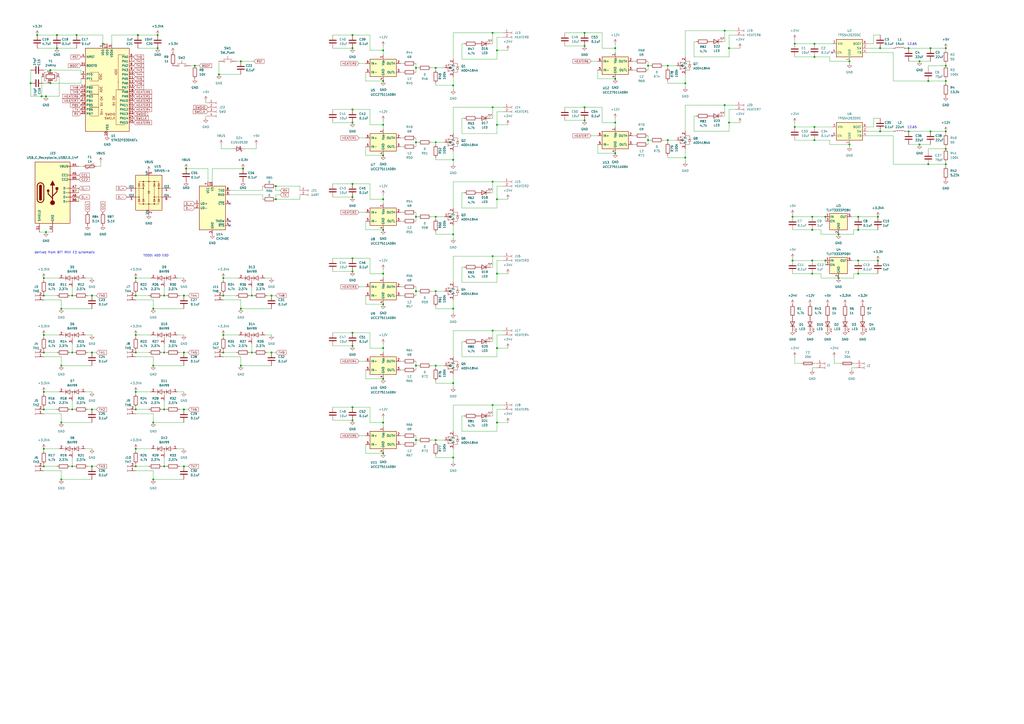
<source format=kicad_sch>
(kicad_sch (version 20250114) (generator "eeschema") (generator_version "9.0")
  (paper "A2")
  (text "derived from BTT Mini E3 schematic" (at 37.592 146.558 0) (effects (font (size 1.27 1.27))))
  (text "12.65" (at 529.082 73.914 0) (effects (font (size 1.27 1.27))))
  (text "12.65" (at 529.082 25.654 0) (effects (font (size 1.27 1.27))))
  (text "TOOD: ADD ESD" (at 90.424 148.336 0) (effects (font (size 1.27 1.27))))
  (junction (at 25.4 194.31))
  (junction (at 53.34 204.47))
  (junction (at 422.91 27.94))
  (junction (at 53.34 171.45))
  (junction (at 160.02 107.95))
  (junction (at 204.47 63.5))
  (junction (at 288.29 245.11))
  (junction (at 204.47 27.94))
  (junction (at 527.05 27.94))
  (junction (at 252.73 212.09))
  (junction (at 222.25 90.17))
  (junction (at 459.74 125.73))
  (junction (at 129.54 204.47))
  (junction (at 533.4 83.82))
  (junction (at 548.64 38.1))
  (junction (at 35.56 179.07))
  (junction (at 285.75 148.59))
  (junction (at 107.95 97.79))
  (junction (at 35.56 278.13))
  (junction (at 262.89 135.89))
  (junction (at 222.25 29.21))
  (junction (at 222.25 158.75))
  (junction (at 262.89 222.25))
  (junction (at 139.7 35.56))
  (junction (at 288.29 115.57))
  (junction (at 241.3 82.55))
  (junction (at 53.34 237.49))
  (junction (at 91.44 27.94))
  (junction (at 25.4 204.47))
  (junction (at 252.73 168.91))
  (junction (at 471.17 125.73))
  (junction (at 204.47 149.86))
  (junction (at 106.68 237.49))
  (junction (at 157.48 171.45))
  (junction (at 262.89 265.43))
  (junction (at 356.87 71.12))
  (junction (at 375.92 81.28))
  (junction (at 222.25 176.53))
  (junction (at 129.54 161.29))
  (junction (at 95.25 270.51))
  (junction (at 548.64 95.25))
  (junction (at 548.64 76.2))
  (junction (at 146.05 204.47))
  (junction (at 29.21 48.26))
  (junction (at 88.9 179.07))
  (junction (at 157.48 204.47))
  (junction (at 339.09 69.85))
  (junction (at 113.03 38.1))
  (junction (at 262.89 179.07))
  (junction (at 472.44 73.66))
  (junction (at 285.75 19.05))
  (junction (at 222.25 262.89))
  (junction (at 204.47 193.04))
  (junction (at 497.84 151.13))
  (junction (at 461.01 25.4))
  (junction (at 95.25 171.45))
  (junction (at 509.27 125.73))
  (junction (at 88.9 212.09))
  (junction (at 204.47 71.12))
  (junction (at 41.91 270.51))
  (junction (at 59.69 25.4))
  (junction (at 106.68 171.45))
  (junction (at 222.25 219.71))
  (junction (at 538.48 95.25))
  (junction (at 527.05 76.2))
  (junction (at 17.78 48.26))
  (junction (at 486.41 135.89))
  (junction (at 25.4 237.49))
  (junction (at 288.29 201.93))
  (junction (at 78.74 161.29))
  (junction (at 252.73 82.55))
  (junction (at 241.3 125.73))
  (junction (at 129.54 194.31))
  (junction (at 356.87 45.72))
  (junction (at 285.75 191.77))
  (junction (at 471.17 133.35))
  (junction (at 106.68 270.51))
  (junction (at 35.56 245.11))
  (junction (at 25.4 260.35))
  (junction (at 204.47 243.84))
  (junction (at 387.35 38.1))
  (junction (at 106.68 204.47))
  (junction (at 29.21 40.64))
  (junction (at 139.7 212.09))
  (junction (at 539.75 27.94))
  (junction (at 339.09 62.23))
  (junction (at 204.47 236.22))
  (junction (at 420.37 17.78))
  (junction (at 241.3 39.37))
  (junction (at 288.29 29.21))
  (junction (at 146.05 171.45))
  (junction (at 461.01 73.66))
  (junction (at 478.79 125.73))
  (junction (at 548.64 46.99))
  (junction (at 397.51 48.26))
  (junction (at 222.25 201.93))
  (junction (at 492.76 83.82))
  (junction (at 26.67 134.62))
  (junction (at 222.25 133.35))
  (junction (at 252.73 39.37))
  (junction (at 285.75 105.41))
  (junction (at 472.44 81.28))
  (junction (at 533.4 35.56))
  (junction (at 44.45 20.32))
  (junction (at 24.13 55.88))
  (junction (at 241.3 212.09))
  (junction (at 509.27 151.13))
  (junction (at 25.4 161.29))
  (junction (at 510.54 76.2))
  (junction (at 222.25 46.99))
  (junction (at 88.9 245.11))
  (junction (at 222.25 72.39))
  (junction (at 26.67 55.88))
  (junction (at 35.56 212.09))
  (junction (at 285.75 62.23))
  (junction (at 339.09 26.67))
  (junction (at 25.4 227.33))
  (junction (at 78.74 260.35))
  (junction (at 397.51 91.44))
  (junction (at 538.48 46.99))
  (junction (at 471.17 151.13))
  (junction (at 478.79 151.13))
  (junction (at 140.97 97.79))
  (junction (at 539.75 76.2))
  (junction (at 204.47 157.48))
  (junction (at 252.73 125.73))
  (junction (at 160.02 115.57))
  (junction (at 91.44 20.32))
  (junction (at 78.74 227.33))
  (junction (at 127 43.18))
  (junction (at 204.47 200.66))
  (junction (at 288.29 72.39))
  (junction (at 486.41 161.29))
  (junction (at 204.47 20.32))
  (junction (at 33.02 20.32))
  (junction (at 356.87 27.94))
  (junction (at 41.91 204.47))
  (junction (at 471.17 158.75))
  (junction (at 285.75 234.95))
  (junction (at 510.54 27.94))
  (junction (at 78.74 204.47))
  (junction (at 497.84 133.35))
  (junction (at 472.44 33.02))
  (junction (at 21.59 20.32))
  (junction (at 497.84 158.75))
  (junction (at 33.02 27.94))
  (junction (at 548.64 86.36))
  (junction (at 95.25 237.49))
  (junction (at 241.3 255.27))
  (junction (at 204.47 114.3))
  (junction (at 204.47 106.68))
  (junction (at 25.4 171.45))
  (junction (at 88.9 278.13))
  (junction (at 78.74 270.51))
  (junction (at 80.01 20.32))
  (junction (at 420.37 60.96))
  (junction (at 387.35 81.28))
  (junction (at 356.87 88.9))
  (junction (at 252.73 255.27))
  (junction (at 459.74 151.13))
  (junction (at 241.3 168.91))
  (junction (at 492.76 35.56))
  (junction (at 375.92 38.1))
  (junction (at 262.89 92.71))
  (junction (at 78.74 194.31))
  (junction (at 129.54 171.45))
  (junction (at 222.25 245.11))
  (junction (at 339.09 19.05))
  (junction (at 288.29 158.75))
  (junction (at 472.44 25.4))
  (junction (at 41.91 237.49))
  (junction (at 262.89 49.53))
  (junction (at 548.64 27.94))
  (junction (at 497.84 125.73))
  (junction (at 222.25 115.57))
  (junction (at 25.4 270.51))
  (junction (at 53.34 270.51))
  (junction (at 78.74 237.49))
  (junction (at 422.91 71.12))
  (junction (at 78.74 171.45))
  (junction (at 41.91 171.45))
  (junction (at 139.7 179.07))
  (junction (at 95.25 204.47))
  (no_connect (at 133.35 130.81))
  (no_connect (at 133.35 128.27))
  (no_connect (at 133.35 118.11))
  (no_connect (at 482.6 78.74))
  (no_connect (at 482.6 30.48))
  (wire (pts (xy 471.17 214.63) (xy 471.17 213.36)))
  (wire (pts (xy 193.04 114.3) (xy 204.47 114.3)))
  (wire (pts (xy 397.51 48.26) (xy 397.51 50.8)))
  (wire (pts (xy 157.48 171.45) (xy 154.94 171.45)))
  (wire (pts (xy 148.59 86.36) (xy 148.59 83.82)))
  (wire (pts (xy 267.97 198.12) (xy 267.97 207.01)))
  (wire (pts (xy 262.89 135.89) (xy 262.89 138.43)))
  (wire (pts (xy 461.01 81.28) (xy 472.44 81.28)))
  (wire (pts (xy 53.34 227.33) (xy 49.53 227.33)))
  (wire (pts (xy 288.29 29.21) (xy 288.29 34.29)))
  (wire (pts (xy 262.89 234.95) (xy 262.89 250.19)))
  (wire (pts (xy 548.64 27.94) (xy 539.75 27.94)))
  (wire (pts (xy 356.87 27.94) (xy 349.25 27.94)))
  (wire (pts (xy 262.89 173.99) (xy 262.89 179.07)))
  (wire (pts (xy 367.03 35.56) (xy 368.3 35.56)))
  (wire (pts (xy 387.35 38.1) (xy 384.81 38.1)))
  (wire (pts (xy 193.04 106.68) (xy 204.47 106.68)))
  (wire (pts (xy 157.48 161.29) (xy 153.67 161.29)))
  (wire (pts (xy 267.97 241.3) (xy 269.24 241.3)))
  (wire (pts (xy 285.75 111.76) (xy 285.75 105.41)))
  (wire (pts (xy 387.35 91.44) (xy 387.35 90.17)))
  (wire (pts (xy 262.89 62.23) (xy 285.75 62.23)))
  (wire (pts (xy 232.41 214.63) (xy 233.68 214.63)))
  (wire (pts (xy 538.48 86.36) (xy 548.64 86.36)))
  (wire (pts (xy 146.05 166.37) (xy 146.05 171.45)))
  (wire (pts (xy 461.01 33.02) (xy 472.44 33.02)))
  (wire (pts (xy 106.68 227.33) (xy 102.87 227.33)))
  (wire (pts (xy 548.64 77.47) (xy 548.64 76.2)))
  (wire (pts (xy 459.74 125.73) (xy 471.17 125.73)))
  (wire (pts (xy 53.34 237.49) (xy 55.88 237.49)))
  (wire (pts (xy 173.99 107.95) (xy 173.99 110.49)))
  (wire (pts (xy 252.73 212.09) (xy 250.19 212.09)))
  (wire (pts (xy 208.28 252.73) (xy 212.09 252.73)))
  (wire (pts (xy 252.73 40.64) (xy 252.73 39.37)))
  (wire (pts (xy 232.41 128.27) (xy 233.68 128.27)))
  (wire (pts (xy 232.41 85.09) (xy 233.68 85.09)))
  (wire (pts (xy 212.09 90.17) (xy 222.25 90.17)))
  (wire (pts (xy 78.74 170.18) (xy 78.74 171.45)))
  (wire (pts (xy 262.89 130.81) (xy 262.89 135.89)))
  (wire (pts (xy 106.68 270.51) (xy 104.14 270.51)))
  (wire (pts (xy 527.05 83.82) (xy 533.4 83.82)))
  (wire (pts (xy 35.56 179.07) (xy 35.56 173.99)))
  (wire (pts (xy 88.9 278.13) (xy 106.68 278.13)))
  (wire (pts (xy 288.29 237.49) (xy 292.1 237.49)))
  (wire (pts (xy 494.03 213.36) (xy 496.57 213.36)))
  (wire (pts (xy 285.75 191.77) (xy 292.1 191.77)))
  (wire (pts (xy 93.98 204.47) (xy 95.25 204.47)))
  (wire (pts (xy 510.54 76.2) (xy 518.16 76.2)))
  (wire (pts (xy 129.54 171.45) (xy 137.16 171.45)))
  (wire (pts (xy 518.16 46.99) (xy 538.48 46.99)))
  (wire (pts (xy 387.35 48.26) (xy 387.35 46.99)))
  (wire (pts (xy 241.3 123.19) (xy 241.3 125.73)))
  (wire (pts (xy 502.92 76.2) (xy 510.54 76.2)))
  (wire (pts (xy 257.81 125.73) (xy 252.73 125.73)))
  (wire (pts (xy 422.91 71.12) (xy 422.91 76.2)))
  (wire (pts (xy 25.4 194.31) (xy 25.4 195.58)))
  (wire (pts (xy 506.73 68.58) (xy 510.54 68.58)))
  (wire (pts (xy 214.63 236.22) (xy 204.47 236.22)))
  (wire (pts (xy 95.25 265.43) (xy 95.25 270.51)))
  (wire (pts (xy 288.29 115.57) (xy 294.64 115.57)))
  (wire (pts (xy 288.29 201.93) (xy 294.64 201.93)))
  (wire (pts (xy 471.17 158.75) (xy 476.25 158.75)))
  (wire (pts (xy 35.56 245.11) (xy 53.34 245.11)))
  (wire (pts (xy 483.87 207.01) (xy 483.87 210.82)))
  (wire (pts (xy 285.75 62.23) (xy 292.1 62.23)))
  (wire (pts (xy 222.25 113.03) (xy 222.25 115.57)))
  (wire (pts (xy 214.63 158.75) (xy 214.63 149.86)))
  (wire (pts (xy 214.63 29.21) (xy 214.63 20.32)))
  (wire (pts (xy 29.21 40.64) (xy 46.99 40.64)))
  (wire (pts (xy 527.05 27.94) (xy 539.75 27.94)))
  (wire (pts (xy 397.51 86.36) (xy 397.51 91.44)))
  (wire (pts (xy 35.56 179.07) (xy 53.34 179.07)))
  (wire (pts (xy 41.91 166.37) (xy 41.91 171.45)))
  (wire (pts (xy 476.25 158.75) (xy 476.25 161.29)))
  (wire (pts (xy 267.97 154.94) (xy 267.97 163.83)))
  (wire (pts (xy 267.97 77.47) (xy 288.29 77.47)))
  (wire (pts (xy 241.3 209.55) (xy 241.3 212.09)))
  (wire (pts (xy 35.56 278.13) (xy 53.34 278.13)))
  (wire (pts (xy 193.04 200.66) (xy 204.47 200.66)))
  (wire (pts (xy 506.73 20.32) (xy 510.54 20.32)))
  (wire (pts (xy 518.16 95.25) (xy 538.48 95.25)))
  (wire (pts (xy 397.51 60.96) (xy 420.37 60.96)))
  (wire (pts (xy 160.02 107.95) (xy 173.99 107.95)))
  (wire (pts (xy 327.66 62.23) (xy 339.09 62.23)))
  (wire (pts (xy 257.81 39.37) (xy 252.73 39.37)))
  (wire (pts (xy 548.64 93.98) (xy 548.64 95.25)))
  (wire (pts (xy 375.92 81.28) (xy 375.92 83.82)))
  (wire (pts (xy 262.89 105.41) (xy 262.89 120.65)))
  (wire (pts (xy 214.63 245.11) (xy 214.63 236.22)))
  (wire (pts (xy 285.75 111.76) (xy 284.48 111.76)))
  (wire (pts (xy 35.56 173.99) (xy 25.4 173.99)))
  (wire (pts (xy 375.92 81.28) (xy 377.19 81.28)))
  (wire (pts (xy 262.89 105.41) (xy 285.75 105.41)))
  (wire (pts (xy 193.04 236.22) (xy 204.47 236.22)))
  (wire (pts (xy 17.78 40.64) (xy 17.78 48.26)))
  (wire (pts (xy 257.81 168.91) (xy 252.73 168.91)))
  (wire (pts (xy 459.74 133.35) (xy 471.17 133.35)))
  (wire (pts (xy 459.74 158.75) (xy 471.17 158.75)))
  (wire (pts (xy 495.3 210.82) (xy 496.57 210.82)))
  (wire (pts (xy 146.05 171.45) (xy 147.32 171.45)))
  (wire (pts (xy 127 35.56) (xy 127 43.18)))
  (wire (pts (xy 157.48 204.47) (xy 160.02 204.47)))
  (wire (pts (xy 232.41 123.19) (xy 233.68 123.19)))
  (wire (pts (xy 25.4 170.18) (xy 25.4 171.45)))
  (wire (pts (xy 241.3 168.91) (xy 241.3 171.45)))
  (wire (pts (xy 53.34 270.51) (xy 55.88 270.51)))
  (wire (pts (xy 402.59 24.13) (xy 402.59 33.02)))
  (wire (pts (xy 25.4 40.64) (xy 29.21 40.64)))
  (wire (pts (xy 252.73 265.43) (xy 252.73 264.16)))
  (wire (pts (xy 252.73 39.37) (xy 250.19 39.37)))
  (wire (pts (xy 285.75 148.59) (xy 292.1 148.59)))
  (wire (pts (xy 34.29 194.31) (xy 25.4 194.31)))
  (wire (pts (xy 481.33 83.82) (xy 492.76 83.82)))
  (wire (pts (xy 422.91 27.94) (xy 422.91 33.02)))
  (wire (pts (xy 262.89 62.23) (xy 262.89 77.47)))
  (wire (pts (xy 212.09 176.53) (xy 222.25 176.53)))
  (wire (pts (xy 214.63 20.32) (xy 204.47 20.32)))
  (wire (pts (xy 285.75 25.4) (xy 285.75 19.05)))
  (wire (pts (xy 87.63 161.29) (xy 78.74 161.29)))
  (wire (pts (xy 327.66 26.67) (xy 339.09 26.67)))
  (wire (pts (xy 527.05 35.56) (xy 533.4 35.56)))
  (wire (pts (xy 45.72 109.22) (xy 45.72 111.76)))
  (wire (pts (xy 160.02 115.57) (xy 173.99 115.57)))
  (wire (pts (xy 120.65 97.79) (xy 120.65 105.41)))
  (wire (pts (xy 402.59 24.13) (xy 403.86 24.13)))
  (wire (pts (xy 193.04 149.86) (xy 204.47 149.86)))
  (wire (pts (xy 139.7 173.99) (xy 129.54 173.99)))
  (wire (pts (xy 267.97 250.19) (xy 288.29 250.19)))
  (wire (pts (xy 397.51 17.78) (xy 397.51 33.02)))
  (wire (pts (xy 222.25 245.11) (xy 214.63 245.11)))
  (wire (pts (xy 420.37 67.31) (xy 419.1 67.31)))
  (wire (pts (xy 481.33 81.28) (xy 481.33 83.82)))
  (wire (pts (xy 193.04 63.5) (xy 204.47 63.5)))
  (wire (pts (xy 402.59 76.2) (xy 422.91 76.2)))
  (wire (pts (xy 78.74 269.24) (xy 78.74 270.51)))
  (wire (pts (xy 288.29 245.11) (xy 294.64 245.11)))
  (wire (pts (xy 288.29 201.93) (xy 288.29 207.01)))
  (wire (pts (xy 64.77 20.32) (xy 80.01 20.32)))
  (wire (pts (xy 212.09 171.45) (xy 212.09 176.53)))
  (wire (pts (xy 25.4 204.47) (xy 33.02 204.47)))
  (wire (pts (xy 119.38 67.31) (xy 120.65 67.31)))
  (wire (pts (xy 257.81 82.55) (xy 252.73 82.55)))
  (wire (pts (xy 214.63 63.5) (xy 204.47 63.5)))
  (wire (pts (xy 252.73 168.91) (xy 250.19 168.91)))
  (wire (pts (xy 356.87 25.4) (xy 356.87 27.94)))
  (wire (pts (xy 252.73 125.73) (xy 250.19 125.73)))
  (wire (pts (xy 25.4 171.45) (xy 33.02 171.45)))
  (wire (pts (xy 262.89 179.07) (xy 262.89 181.61)))
  (wire (pts (xy 241.3 255.27) (xy 241.3 257.81)))
  (wire (pts (xy 267.97 34.29) (xy 288.29 34.29)))
  (wire (pts (xy 257.81 212.09) (xy 252.73 212.09)))
  (wire (pts (xy 88.9 240.03) (xy 78.74 240.03)))
  (wire (pts (xy 33.02 27.94) (xy 44.45 27.94)))
  (wire (pts (xy 241.3 255.27) (xy 242.57 255.27)))
  (wire (pts (xy 173.99 115.57) (xy 173.99 113.03)))
  (wire (pts (xy 80.01 20.32) (xy 91.44 20.32)))
  (wire (pts (xy 17.78 48.26) (xy 17.78 55.88)))
  (wire (pts (xy 527.05 76.2) (xy 539.75 76.2)))
  (wire (pts (xy 367.03 83.82) (xy 368.3 83.82)))
  (wire (pts (xy 346.71 88.9) (xy 356.87 88.9)))
  (wire (pts (xy 538.48 46.99) (xy 548.64 46.99)))
  (wire (pts (xy 78.74 171.45) (xy 86.36 171.45)))
  (wire (pts (xy 252.73 92.71) (xy 262.89 92.71)))
  (wire (pts (xy 518.16 95.25) (xy 518.16 78.74)))
  (wire (pts (xy 472.44 81.28) (xy 481.33 81.28)))
  (wire (pts (xy 222.25 29.21) (xy 214.63 29.21)))
  (wire (pts (xy 129.54 170.18) (xy 129.54 171.45)))
  (wire (pts (xy 548.64 29.21) (xy 548.64 27.94)))
  (wire (pts (xy 123.19 97.79) (xy 123.19 105.41)))
  (wire (pts (xy 157.48 204.47) (xy 154.94 204.47)))
  (wire (pts (xy 349.25 62.23) (xy 339.09 62.23)))
  (wire (pts (xy 88.9 179.07) (xy 88.9 173.99)))
  (wire (pts (xy 497.84 151.13) (xy 509.27 151.13)))
  (wire (pts (xy 222.25 72.39) (xy 222.25 74.93)))
  (wire (pts (xy 35.56 212.09) (xy 53.34 212.09)))
  (wire (pts (xy 420.37 67.31) (xy 420.37 60.96)))
  (wire (pts (xy 222.25 158.75) (xy 214.63 158.75)))
  (wire (pts (xy 53.34 204.47) (xy 55.88 204.47)))
  (wire (pts (xy 78.74 236.22) (xy 78.74 237.49)))
  (wire (pts (xy 222.25 158.75) (xy 222.25 161.29)))
  (wire (pts (xy 87.63 260.35) (xy 78.74 260.35)))
  (wire (pts (xy 252.73 49.53) (xy 252.73 48.26)))
  (wire (pts (xy 356.87 71.12) (xy 356.87 73.66)))
  (wire (pts (xy 285.75 198.12) (xy 284.48 198.12)))
  (wire (pts (xy 53.34 237.49) (xy 50.8 237.49)))
  (wire (pts (xy 222.25 29.21) (xy 222.25 31.75)))
  (wire (pts (xy 241.3 36.83) (xy 241.3 39.37)))
  (wire (pts (xy 88.9 173.99) (xy 78.74 173.99)))
  (wire (pts (xy 208.28 123.19) (xy 212.09 123.19)))
  (wire (pts (xy 252.73 179.07) (xy 252.73 177.8)))
  (wire (pts (xy 267.97 25.4) (xy 267.97 34.29)))
  (wire (pts (xy 232.41 252.73) (xy 233.68 252.73)))
  (wire (pts (xy 95.25 237.49) (xy 96.52 237.49)))
  (wire (pts (xy 252.73 127) (xy 252.73 125.73)))
  (wire (pts (xy 267.97 241.3) (xy 267.97 250.19)))
  (wire (pts (xy 93.98 171.45) (xy 95.25 171.45)))
  (wire (pts (xy 55.88 96.52) (xy 58.42 96.52)))
  (wire (pts (xy 119.38 68.58) (xy 119.38 67.31)))
  (wire (pts (xy 525.78 76.2) (xy 527.05 76.2)))
  (wire (pts (xy 95.25 166.37) (xy 95.25 171.45)))
  (wire (pts (xy 33.02 20.32) (xy 44.45 20.32)))
  (wire (pts (xy 41.91 199.39) (xy 41.91 204.47)))
  (wire (pts (xy 222.25 115.57) (xy 222.25 118.11)))
  (wire (pts (xy 222.25 115.57) (xy 214.63 115.57)))
  (wire (pts (xy 40.64 270.51) (xy 41.91 270.51)))
  (wire (pts (xy 222.25 242.57) (xy 222.25 245.11)))
  (wire (pts (xy 288.29 29.21) (xy 294.64 29.21)))
  (wire (pts (xy 486.41 161.29) (xy 495.3 161.29)))
  (wire (pts (xy 78.74 161.29) (xy 78.74 162.56)))
  (wire (pts (xy 402.59 67.31) (xy 403.86 67.31)))
  (wire (pts (xy 162.56 113.03) (xy 160.02 113.03)))
  (wire (pts (xy 214.63 106.68) (xy 204.47 106.68)))
  (wire (pts (xy 21.59 27.94) (xy 33.02 27.94)))
  (wire (pts (xy 88.9 212.09) (xy 106.68 212.09)))
  (wire (pts (xy 471.17 151.13) (xy 478.79 151.13)))
  (wire (pts (xy 267.97 163.83) (xy 288.29 163.83)))
  (wire (pts (xy 288.29 107.95) (xy 292.1 107.95)))
  (wire (pts (xy 241.3 82.55) (xy 241.3 85.09)))
  (wire (pts (xy 375.92 38.1) (xy 375.92 40.64)))
  (wire (pts (xy 222.25 199.39) (xy 222.25 201.93)))
  (wire (pts (xy 208.28 166.37) (xy 212.09 166.37)))
  (wire (pts (xy 232.41 171.45) (xy 233.68 171.45)))
  (wire (pts (xy 78.74 227.33) (xy 78.74 228.6)))
  (wire (pts (xy 506.73 68.58) (xy 506.73 73.66)))
  (wire (pts (xy 88.9 212.09) (xy 88.9 207.01)))
  (wire (pts (xy 518.16 78.74) (xy 502.92 78.74)))
  (wire (pts (xy 461.01 25.4) (xy 461.01 22.86)))
  (wire (pts (xy 420.37 24.13) (xy 420.37 17.78)))
  (wire (pts (xy 139.7 179.07) (xy 157.48 179.07)))
  (wire (pts (xy 288.29 21.59) (xy 292.1 21.59)))
  (wire (pts (xy 387.35 81.28) (xy 384.81 81.28)))
  (wire (pts (xy 288.29 201.93) (xy 288.29 194.31)))
  (wire (pts (xy 53.34 270.51) (xy 50.8 270.51)))
  (wire (pts (xy 22.86 134.62) (xy 26.67 134.62)))
  (wire (pts (xy 212.09 257.81) (xy 212.09 262.89)))
  (wire (pts (xy 506.73 20.32) (xy 506.73 25.4)))
  (wire (pts (xy 127 43.18) (xy 139.7 43.18)))
  (wire (pts (xy 40.64 237.49) (xy 41.91 237.49)))
  (wire (pts (xy 78.74 237.49) (xy 86.36 237.49)))
  (wire (pts (xy 495.3 135.89) (xy 495.3 133.35)))
  (wire (pts (xy 262.89 148.59) (xy 262.89 163.83)))
  (wire (pts (xy 138.43 161.29) (xy 129.54 161.29)))
  (wire (pts (xy 486.41 135.89) (xy 495.3 135.89)))
  (wire (pts (xy 497.84 133.35) (xy 509.27 133.35)))
  (wire (pts (xy 397.51 43.18) (xy 397.51 48.26)))
  (wire (pts (xy 342.9 78.74) (xy 346.71 78.74)))
  (wire (pts (xy 40.64 204.47) (xy 41.91 204.47)))
  (wire (pts (xy 144.78 171.45) (xy 146.05 171.45)))
  (wire (pts (xy 367.03 78.74) (xy 368.3 78.74)))
  (wire (pts (xy 422.91 20.32) (xy 426.72 20.32)))
  (wire (pts (xy 285.75 68.58) (xy 284.48 68.58)))
  (wire (pts (xy 129.54 204.47) (xy 137.16 204.47)))
  (wire (pts (xy 538.48 38.1) (xy 548.64 38.1)))
  (wire (pts (xy 422.91 27.94) (xy 429.26 27.94)))
  (wire (pts (xy 212.09 46.99) (xy 222.25 46.99)))
  (wire (pts (xy 95.25 171.45) (xy 96.52 171.45)))
  (wire (pts (xy 471.17 133.35) (xy 476.25 133.35)))
  (wire (pts (xy 262.89 265.43) (xy 262.89 267.97)))
  (wire (pts (xy 34.29 227.33) (xy 25.4 227.33)))
  (wire (pts (xy 257.81 255.27) (xy 252.73 255.27)))
  (wire (pts (xy 214.63 115.57) (xy 214.63 106.68)))
  (wire (pts (xy 144.78 204.47) (xy 146.05 204.47)))
  (wire (pts (xy 44.45 20.32) (xy 59.69 20.32)))
  (wire (pts (xy 267.97 207.01) (xy 288.29 207.01)))
  (wire (pts (xy 93.98 270.51) (xy 95.25 270.51)))
  (wire (pts (xy 375.92 35.56) (xy 375.92 38.1)))
  (wire (pts (xy 262.89 234.95) (xy 285.75 234.95)))
  (wire (pts (xy 41.91 270.51) (xy 43.18 270.51)))
  (wire (pts (xy 88.9 207.01) (xy 78.74 207.01)))
  (wire (pts (xy 285.75 241.3) (xy 284.48 241.3)))
  (wire (pts (xy 25.4 269.24) (xy 25.4 270.51)))
  (wire (pts (xy 420.37 17.78) (xy 426.72 17.78)))
  (wire (pts (xy 346.71 83.82) (xy 346.71 88.9)))
  (wire (pts (xy 208.28 80.01) (xy 212.09 80.01)))
  (wire (pts (xy 25.4 227.33) (xy 25.4 228.6)))
  (wire (pts (xy 139.7 212.09) (xy 139.7 207.01)))
  (wire (pts (xy 106.68 171.45) (xy 109.22 171.45)))
  (wire (pts (xy 476.25 161.29) (xy 486.41 161.29)))
  (wire (pts (xy 252.73 92.71) (xy 252.73 91.44)))
  (wire (pts (xy 481.33 33.02) (xy 481.33 35.56)))
  (wire (pts (xy 285.75 241.3) (xy 285.75 234.95)))
  (wire (pts (xy 193.04 157.48) (xy 204.47 157.48)))
  (wire (pts (xy 461.01 210.82) (xy 464.82 210.82)))
  (wire (pts (xy 478.79 151.13) (xy 478.79 153.67)))
  (wire (pts (xy 193.04 27.94) (xy 204.47 27.94)))
  (wire (pts (xy 548.64 45.72) (xy 548.64 46.99)))
  (wire (pts (xy 45.72 114.3) (xy 45.72 116.84)))
  (wire (pts (xy 93.98 237.49) (xy 95.25 237.49)))
  (wire (pts (xy 157.48 194.31) (xy 153.67 194.31)))
  (wire (pts (xy 387.35 91.44) (xy 397.51 91.44)))
  (wire (pts (xy 241.3 212.09) (xy 242.57 212.09)))
  (wire (pts (xy 548.64 95.25) (xy 548.64 96.52)))
  (wire (pts (xy 41.91 171.45) (xy 43.18 171.45)))
  (wire (pts (xy 402.59 33.02) (xy 422.91 33.02)))
  (wire (pts (xy 252.73 222.25) (xy 252.73 220.98)))
  (wire (pts (xy 461.01 25.4) (xy 472.44 25.4)))
  (wire (pts (xy 548.64 46.99) (xy 548.64 48.26)))
  (wire (pts (xy 222.25 201.93) (xy 222.25 204.47)))
  (wire (pts (xy 46.99 48.26) (xy 46.99 45.72)))
  (wire (pts (xy 222.25 201.93) (xy 214.63 201.93)))
  (wire (pts (xy 106.68 171.45) (xy 104.14 171.45)))
  (wire (pts (xy 193.04 71.12) (xy 204.47 71.12)))
  (wire (pts (xy 241.3 125.73) (xy 241.3 128.27)))
  (wire (pts (xy 34.29 44.45) (xy 34.29 55.88)))
  (wire (pts (xy 267.97 198.12) (xy 269.24 198.12)))
  (wire (pts (xy 106.68 194.31) (xy 102.87 194.31)))
  (wire (pts (xy 34.29 55.88) (xy 26.67 55.88)))
  (wire (pts (xy 422.91 71.12) (xy 429.26 71.12)))
  (wire (pts (xy 288.29 72.39) (xy 294.64 72.39)))
  (wire (pts (xy 502.92 27.94) (xy 510.54 27.94)))
  (wire (pts (xy 461.01 207.01) (xy 461.01 210.82)))
  (wire (pts (xy 420.37 24.13) (xy 419.1 24.13)))
  (wire (pts (xy 476.25 135.89) (xy 486.41 135.89)))
  (wire (pts (xy 285.75 105.41) (xy 292.1 105.41)))
  (wire (pts (xy 267.97 111.76) (xy 267.97 120.65)))
  (wire (pts (xy 214.63 201.93) (xy 214.63 193.04)))
  (wire (pts (xy 267.97 68.58) (xy 267.97 77.47)))
  (wire (pts (xy 106.68 237.49) (xy 104.14 237.49)))
  (wire (pts (xy 25.4 260.35) (xy 25.4 261.62)))
  (wire (pts (xy 538.48 39.37) (xy 538.48 38.1)))
  (wire (pts (xy 80.01 27.94) (xy 91.44 27.94)))
  (wire (pts (xy 95.25 232.41) (xy 95.25 237.49)))
  (wire (pts (xy 106.68 204.47) (xy 104.14 204.47)))
  (wire (pts (xy 222.25 245.11) (xy 222.25 247.65)))
  (wire (pts (xy 78.74 260.35) (xy 78.74 261.62)))
  (wire (pts (xy 78.74 194.31) (xy 78.74 195.58)))
  (wire (pts (xy 422.91 71.12) (xy 422.91 63.5)))
  (wire (pts (xy 262.89 49.53) (xy 262.89 52.07)))
  (wire (pts (xy 35.56 278.13) (xy 35.56 273.05)))
  (wire (pts (xy 548.64 85.09) (xy 548.64 86.36)))
  (wire (pts (xy 495.3 158.75) (xy 497.84 158.75)))
  (wire (pts (xy 375.92 78.74) (xy 375.92 81.28)))
  (wire (pts (xy 106.68 204.47) (xy 109.22 204.47)))
  (wire (pts (xy 533.4 83.82) (xy 539.75 83.82)))
  (wire (pts (xy 285.75 198.12) (xy 285.75 191.77)))
  (wire (pts (xy 494.03 151.13) (xy 497.84 151.13)))
  (wire (pts (xy 495.3 133.35) (xy 497.84 133.35)))
  (wire (pts (xy 25.4 237.49) (xy 33.02 237.49)))
  (wire (pts (xy 35.56 245.11) (xy 35.56 240.03)))
  (wire (pts (xy 214.63 193.04) (xy 204.47 193.04)))
  (wire (pts (xy 138.43 194.31) (xy 129.54 194.31)))
  (wire (pts (xy 26.67 55.88) (xy 24.13 55.88)))
  (wire (pts (xy 483.87 210.82) (xy 487.68 210.82)))
  (wire (pts (xy 252.73 179.07) (xy 262.89 179.07)))
  (wire (pts (xy 24.13 44.45) (xy 24.13 55.88)))
  (wire (pts (xy 59.69 25.4) (xy 59.69 20.32)))
  (wire (pts (xy 478.79 125.73) (xy 478.79 128.27)))
  (wire (pts (xy 472.44 73.66) (xy 482.6 73.66)))
  (wire (pts (xy 497.84 158.75) (xy 509.27 158.75)))
  (wire (pts (xy 392.43 38.1) (xy 387.35 38.1)))
  (wire (pts (xy 285.75 19.05) (xy 292.1 19.05)))
  (wire (pts (xy 78.74 270.51) (xy 86.36 270.51)))
  (wire (pts (xy 222.25 26.67) (xy 222.25 29.21)))
  (wire (pts (xy 53.34 171.45) (xy 50.8 171.45)))
  (wire (pts (xy 129.54 194.31) (xy 129.54 195.58)))
  (wire (pts (xy 327.66 69.85) (xy 339.09 69.85)))
  (wire (pts (xy 262.89 191.77) (xy 262.89 207.01)))
  (wire (pts (xy 160.02 107.95) (xy 160.02 110.49)))
  (wire (pts (xy 106.68 260.35) (xy 102.87 260.35)))
  (wire (pts (xy 232.41 257.81) (xy 233.68 257.81)))
  (wire (pts (xy 387.35 82.55) (xy 387.35 81.28)))
  (wire (pts (xy 262.89 148.59) (xy 285.75 148.59)))
  (wire (pts (xy 285.75 68.58) (xy 285.75 62.23)))
  (wire (pts (xy 387.35 39.37) (xy 387.35 38.1)))
  (wire (pts (xy 252.73 222.25) (xy 262.89 222.25)))
  (wire (pts (xy 506.73 73.66) (xy 502.92 73.66)))
  (wire (pts (xy 267.97 68.58) (xy 269.24 68.58)))
  (wire (pts (xy 241.3 39.37) (xy 242.57 39.37)))
  (wire (pts (xy 25.4 48.26) (xy 29.21 48.26)))
  (wire (pts (xy 356.87 71.12) (xy 349.25 71.12)))
  (wire (pts (xy 45.72 96.52) (xy 48.26 96.52)))
  (wire (pts (xy 252.73 213.36) (xy 252.73 212.09)))
  (wire (pts (xy 113.03 38.1) (xy 115.57 38.1)))
  (wire (pts (xy 34.29 260.35) (xy 25.4 260.35)))
  (wire (pts (xy 25.4 270.51) (xy 33.02 270.51)))
  (wire (pts (xy 538.48 95.25) (xy 548.64 95.25)))
  (wire (pts (xy 41.91 204.47) (xy 43.18 204.47)))
  (wire (pts (xy 87.63 227.33) (xy 78.74 227.33)))
  (wire (pts (xy 88.9 245.11) (xy 106.68 245.11)))
  (wire (pts (xy 64.77 25.4) (xy 64.77 20.32)))
  (wire (pts (xy 285.75 154.94) (xy 285.75 148.59)))
  (wire (pts (xy 232.41 36.83) (xy 233.68 36.83)))
  (wire (pts (xy 146.05 199.39) (xy 146.05 204.47)))
  (wire (pts (xy 58.42 96.52) (xy 58.42 93.98)))
  (wire (pts (xy 212.09 214.63) (xy 212.09 219.71)))
  (wire (pts (xy 146.05 204.47) (xy 147.32 204.47)))
  (wire (pts (xy 262.89 92.71) (xy 262.89 95.25)))
  (wire (pts (xy 40.64 171.45) (xy 41.91 171.45)))
  (wire (pts (xy 107.95 97.79) (xy 120.65 97.79)))
  (wire (pts (xy 106.68 237.49) (xy 109.22 237.49)))
  (wire (pts (xy 232.41 209.55) (xy 233.68 209.55)))
  (wire (pts (xy 139.7 35.56) (xy 147.32 35.56)))
  (wire (pts (xy 262.89 191.77) (xy 285.75 191.77)))
  (wire (pts (xy 494.03 125.73) (xy 497.84 125.73)))
  (wire (pts (xy 461.01 73.66) (xy 472.44 73.66)))
  (wire (pts (xy 25.4 203.2) (xy 25.4 204.47)))
  (wire (pts (xy 88.9 273.05) (xy 78.74 273.05)))
  (wire (pts (xy 422.91 63.5) (xy 426.72 63.5)))
  (wire (pts (xy 252.73 265.43) (xy 262.89 265.43)))
  (wire (pts (xy 208.28 36.83) (xy 212.09 36.83)))
  (wire (pts (xy 288.29 115.57) (xy 288.29 120.65)))
  (wire (pts (xy 133.35 113.03) (xy 152.4 113.03)))
  (wire (pts (xy 481.33 35.56) (xy 492.76 35.56)))
  (wire (pts (xy 262.89 222.25) (xy 262.89 224.79)))
  (wire (pts (xy 34.29 161.29) (xy 25.4 161.29)))
  (wire (pts (xy 387.35 48.26) (xy 397.51 48.26)))
  (wire (pts (xy 119.38 58.42) (xy 119.38 59.69)))
  (wire (pts (xy 157.48 171.45) (xy 160.02 171.45)))
  (wire (pts (xy 128.27 86.36) (xy 128.27 83.82)))
  (wire (pts (xy 327.66 19.05) (xy 339.09 19.05)))
  (wire (pts (xy 548.64 36.83) (xy 548.64 38.1)))
  (wire (pts (xy 193.04 243.84) (xy 204.47 243.84)))
  (wire (pts (xy 461.01 73.66) (xy 461.01 71.12)))
  (wire (pts (xy 129.54 161.29) (xy 129.54 162.56)))
  (wire (pts (xy 53.34 204.47) (xy 50.8 204.47)))
  (wire (pts (xy 119.38 59.69) (xy 120.65 59.69)))
  (wire (pts (xy 137.16 35.56) (xy 139.7 35.56)))
  (wire (pts (xy 46.99 40.64) (xy 46.99 43.18)))
  (wire (pts (xy 267.97 120.65) (xy 288.29 120.65)))
  (wire (pts (xy 397.51 60.96) (xy 397.51 76.2)))
  (wire (pts (xy 113.03 38.1) (xy 110.49 38.1)))
  (wire (pts (xy 95.25 199.39) (xy 95.25 204.47)))
  (wire (pts (xy 232.41 80.01) (xy 233.68 80.01)))
  (wire (pts (xy 241.3 166.37) (xy 241.3 168.91)))
  (wire (pts (xy 375.92 38.1) (xy 377.19 38.1)))
  (wire (pts (xy 288.29 194.31) (xy 292.1 194.31)))
  (wire (pts (xy 267.97 154.94) (xy 269.24 154.94)))
  (wire (pts (xy 402.59 67.31) (xy 402.59 76.2)))
  (wire (pts (xy 252.73 82.55) (xy 250.19 82.55)))
  (wire (pts (xy 472.44 210.82) (xy 473.71 210.82)))
  (wire (pts (xy 367.03 40.64) (xy 368.3 40.64)))
  (wire (pts (xy 533.4 35.56) (xy 539.75 35.56)))
  (wire (pts (xy 252.73 255.27) (xy 250.19 255.27)))
  (wire (pts (xy 472.44 25.4) (xy 482.6 25.4)))
  (wire (pts (xy 139.7 179.07) (xy 139.7 173.99)))
  (wire (pts (xy 95.25 204.47) (xy 96.52 204.47)))
  (wire (pts (xy 35.56 240.03) (xy 25.4 240.03)))
  (wire (pts (xy 212.09 133.35) (xy 222.25 133.35)))
  (wire (pts (xy 123.19 97.79) (xy 140.97 97.79)))
  (wire (pts (xy 506.73 25.4) (xy 502.92 25.4)))
  (wire (pts (xy 139.7 212.09) (xy 157.48 212.09)))
  (wire (pts (xy 262.89 260.35) (xy 262.89 265.43)))
  (wire (pts (xy 525.78 27.94) (xy 527.05 27.94)))
  (wire (pts (xy 342.9 35.56) (xy 346.71 35.56)))
  (wire (pts (xy 53.34 171.45) (xy 55.88 171.45)))
  (wire (pts (xy 288.29 115.57) (xy 288.29 107.95)))
  (wire (pts (xy 288.29 72.39) (xy 288.29 64.77)))
  (wire (pts (xy 222.25 69.85) (xy 222.25 72.39)))
  (wire (pts (xy 41.91 237.49) (xy 43.18 237.49)))
  (wire (pts (xy 78.74 203.2) (xy 78.74 204.47)))
  (wire (pts (xy 212.09 128.27) (xy 212.09 133.35)))
  (wire (pts (xy 397.51 91.44) (xy 397.51 93.98)))
  (wire (pts (xy 212.09 41.91) (xy 212.09 46.99)))
  (wire (pts (xy 356.87 27.94) (xy 356.87 30.48)))
  (wire (pts (xy 346.71 40.64) (xy 346.71 45.72)))
  (wire (pts (xy 106.68 270.51) (xy 109.22 270.51)))
  (wire (pts (xy 262.89 19.05) (xy 285.75 19.05)))
  (wire (pts (xy 26.67 134.62) (xy 30.48 134.62)))
  (wire (pts (xy 349.25 27.94) (xy 349.25 19.05)))
  (wire (pts (xy 252.73 170.18) (xy 252.73 168.91)))
  (wire (pts (xy 53.34 194.31) (xy 49.53 194.31)))
  (wire (pts (xy 87.63 194.31) (xy 78.74 194.31)))
  (wire (pts (xy 241.3 252.73) (xy 241.3 255.27)))
  (wire (pts (xy 349.25 19.05) (xy 339.09 19.05)))
  (wire (pts (xy 252.73 83.82) (xy 252.73 82.55)))
  (wire (pts (xy 25.4 236.22) (xy 25.4 237.49)))
  (wire (pts (xy 459.74 149.86) (xy 459.74 151.13)))
  (wire (pts (xy 422.91 27.94) (xy 422.91 20.32)))
  (wire (pts (xy 222.25 72.39) (xy 214.63 72.39)))
  (wire (pts (xy 35.56 212.09) (xy 35.56 207.01)))
  (wire (pts (xy 288.29 151.13) (xy 292.1 151.13)))
  (wire (pts (xy 262.89 44.45) (xy 262.89 49.53)))
  (wire (pts (xy 492.76 35.56) (xy 492.76 36.83)))
  (wire (pts (xy 518.16 46.99) (xy 518.16 30.48)))
  (wire (pts (xy 193.04 193.04) (xy 204.47 193.04)))
  (wire (pts (xy 241.3 125.73) (xy 242.57 125.73)))
  (wire (pts (xy 134.62 86.36) (xy 128.27 86.36)))
  (wire (pts (xy 252.73 49.53) (xy 262.89 49.53)))
  (wire (pts (xy 241.3 82.55) (xy 242.57 82.55)))
  (wire (pts (xy 288.29 158.75) (xy 288.29 163.83)))
  (wire (pts (xy 241.3 39.37) (xy 241.3 41.91)))
  (wire (pts (xy 241.3 80.01) (xy 241.3 82.55)))
  (wire (pts (xy 152.4 113.03) (xy 152.4 115.57)))
  (wire (pts (xy 262.89 217.17) (xy 262.89 222.25)))
  (wire (pts (xy 262.89 87.63) (xy 262.89 92.71)))
  (wire (pts (xy 267.97 25.4) (xy 269.24 25.4)))
  (wire (pts (xy 214.63 149.86) (xy 204.47 149.86)))
  (wire (pts (xy 267.97 111.76) (xy 269.24 111.76)))
  (wire (pts (xy 288.29 158.75) (xy 294.64 158.75)))
  (wire (pts (xy 41.91 232.41) (xy 41.91 237.49)))
  (wire (pts (xy 152.4 107.95) (xy 152.4 110.49)))
  (wire (pts (xy 208.28 209.55) (xy 212.09 209.55)))
  (wire (pts (xy 288.29 158.75) (xy 288.29 151.13)))
  (wire (pts (xy 78.74 204.47) (xy 86.36 204.47)))
  (wire (pts (xy 53.34 161.29) (xy 49.53 161.29)))
  (wire (pts (xy 252.73 135.89) (xy 262.89 135.89)))
  (wire (pts (xy 285.75 154.94) (xy 284.48 154.94)))
  (wire (pts (xy 241.3 168.91) (xy 242.57 168.91)))
  (wire (pts (xy 35.56 273.05) (xy 25.4 273.05)))
  (wire (pts (xy 252.73 135.89) (xy 252.73 134.62)))
  (wire (pts (xy 35.56 207.01) (xy 25.4 207.01)))
  (wire (pts (xy 285.75 234.95) (xy 292.1 234.95)))
  (wire (pts (xy 471.17 125.73) (xy 478.79 125.73)))
  (wire (pts (xy 472.44 33.02) (xy 481.33 33.02)))
  (wire (pts (xy 214.63 72.39) (xy 214.63 63.5)))
  (wire (pts (xy 232.41 166.37) (xy 233.68 166.37)))
  (wire (pts (xy 497.84 125.73) (xy 509.27 125.73)))
  (wire (pts (xy 25.4 161.29) (xy 25.4 162.56)))
  (wire (pts (xy 288.29 64.77) (xy 292.1 64.77)))
  (wire (pts (xy 392.43 81.28) (xy 387.35 81.28)))
  (wire (pts (xy 212.09 262.89) (xy 222.25 262.89)))
  (wire (pts (xy 41.91 265.43) (xy 41.91 270.51)))
  (wire (pts (xy 495.3 161.29) (xy 495.3 158.75)))
  (wire (pts (xy 160.02 113.03) (xy 160.02 115.57)))
  (wire (pts (xy 193.04 20.32) (xy 204.47 20.32)))
  (wire (pts (xy 518.16 30.48) (xy 502.92 30.48)))
  (wire (pts (xy 494.03 214.63) (xy 494.03 213.36)))
  (wire (pts (xy 471.17 213.36) (xy 473.71 213.36)))
  (wire (pts (xy 252.73 256.54) (xy 252.73 255.27)))
  (wire (pts (xy 349.25 71.12) (xy 349.25 62.23)))
  (wire (pts (xy 285.75 25.4) (xy 284.48 25.4)))
  (wire (pts (xy 53.34 260.35) (xy 49.53 260.35)))
  (wire (pts (xy 212.09 85.09) (xy 212.09 90.17)))
  (wire (pts (xy 129.54 203.2) (xy 129.54 204.47)))
  (wire (pts (xy 492.76 83.82) (xy 492.76 85.09)))
  (wire (pts (xy 262.89 19.05) (xy 262.89 34.29)))
  (wire (pts (xy 24.13 55.88) (xy 17.78 55.88)))
  (wire (pts (xy 288.29 72.39) (xy 288.29 77.47)))
  (wire (pts (xy 152.4 110.49) (xy 133.35 110.49)))
  (wire (pts (xy 356.87 68.58) (xy 356.87 71.12)))
  (wire (pts (xy 88.9 245.11) (xy 88.9 240.03)))
  (wire (pts (xy 476.25 133.35) (xy 476.25 135.89)))
  (wire (pts (xy 241.3 212.09) (xy 241.3 214.63)))
  (wire (pts (xy 459.74 151.13) (xy 471.17 151.13)))
  (wire (pts (xy 212.09 219.71) (xy 222.25 219.71)))
  (wire (pts (xy 288.29 245.11) (xy 288.29 237.49)))
  (wire (pts (xy 510.54 27.94) (xy 518.16 27.94)))
  (wire (pts (xy 21.59 20.32) (xy 33.02 20.32)))
  (wire (pts (xy 288.29 245.11) (xy 288.29 250.19)))
  (wire (pts (xy 538.48 87.63) (xy 538.48 86.36)))
  (wire (pts (xy 160.02 110.49) (xy 162.56 110.49)))
  (wire (pts (xy 459.74 124.46) (xy 459.74 125.73)))
  (wire (pts (xy 139.7 207.01) (xy 129.54 207.01)))
  (wire (pts (xy 106.68 161.29) (xy 102.87 161.29)))
  (wire (pts (xy 420.37 60.96) (xy 426.72 60.96)))
  (wire (pts (xy 88.9 278.13) (xy 88.9 273.05)))
  (wire (pts (xy 232.41 41.91) (xy 233.68 41.91)))
  (wire (pts (xy 222.25 156.21) (xy 222.25 158.75)))
  (wire (pts (xy 346.71 45.72) (xy 356.87 45.72)))
  (wire (pts (xy 95.25 270.51) (xy 96.52 270.51)))
  (wire (pts (xy 29.21 48.26) (xy 46.99 48.26)))
  (wire (pts (xy 288.29 29.21) (xy 288.29 21.59)))
  (wire (pts (xy 142.24 86.36) (xy 148.59 86.36)))
  (wire (pts (xy 88.9 179.07) (xy 106.68 179.07)))
  (wire (pts (xy 397.51 17.78) (xy 420.37 17.78)))
  (wire (pts (xy 59.69 25.4) (xy 62.23 25.4)))
  (wire (pts (xy 548.64 76.2) (xy 539.75 76.2)))
  (global_label "CC2" (shape input) (at 59.69 123.19 90) (property "Intersheetrefs" "${INTERSHEET_REFS}" (effects (hide yes))))
  (global_label "TH2" (shape input) (at 77.47 38.1 0) (property "Intersheetrefs" "${INTERSHEET_REFS}" (effects (hide yes))))
  (global_label "SWDIO" (shape input) (at 120.65 62.23 180) (property "Intersheetrefs" "${INTERSHEET_REFS}" (effects (hide yes))))
  (global_label "TH2" (shape input) (at 55.88 237.49 0) (property "Intersheetrefs" "${INTERSHEET_REFS}" (effects (hide yes))))
  (global_label "TH6" (shape input) (at 109.22 237.49 0) (property "Intersheetrefs" "${INTERSHEET_REFS}" (effects (hide yes))))
  (global_label "HEATER0" (shape input) (at 208.28 36.83 180) (property "Intersheetrefs" "${INTERSHEET_REFS}" (effects (hide yes))))
  (global_label "D_+" (shape input) (at 113.03 118.11 180) (property "Intersheetrefs" "${INTERSHEET_REFS}" (effects (hide yes))))
  (global_label "HEATER5" (shape input) (at 208.28 252.73 180) (property "Intersheetrefs" "${INTERSHEET_REFS}" (effects (hide yes))))
  (global_label "TH1" (shape input) (at 55.88 204.47 0) (property "Intersheetrefs" "${INTERSHEET_REFS}" (effects (hide yes))))
  (global_label "TH9" (shape input) (at 46.99 53.34 180) (property "Intersheetrefs" "${INTERSHEET_REFS}" (effects (hide yes))))
  (global_label "PB5" (shape input) (at 46.99 60.96 180) (property "Intersheetrefs" "${INTERSHEET_REFS}" (effects (hide yes))))
  (global_label "HEATER1" (shape input) (at 77.47 55.88 0) (property "Intersheetrefs" "${INTERSHEET_REFS}" (effects (hide yes))))
  (global_label "TH3" (shape input) (at 55.88 270.51 0) (property "Intersheetrefs" "${INTERSHEET_REFS}" (effects (hide yes))))
  (global_label "HEATER0" (shape input) (at 77.47 53.34 0) (property "Intersheetrefs" "${INTERSHEET_REFS}" (effects (hide yes))))
  (global_label "TH0" (shape input) (at 77.47 33.02 0) (property "Intersheetrefs" "${INTERSHEET_REFS}" (effects (hide yes))))
  (global_label "SWCLK" (shape input) (at 77.47 68.58 0) (property "Intersheetrefs" "${INTERSHEET_REFS}" (effects (hide yes))))
  (global_label "HEATER7" (shape input) (at 342.9 78.74 180) (property "Intersheetrefs" "${INTERSHEET_REFS}" (effects (hide yes))))
  (global_label "RST" (shape input) (at 46.99 33.02 180) (property "Intersheetrefs" "${INTERSHEET_REFS}" (effects (hide yes))))
  (global_label "TH1" (shape input) (at 77.47 35.56 0) (property "Intersheetrefs" "${INTERSHEET_REFS}" (effects (hide yes))))
  (global_label "SWDIO" (shape input) (at 77.47 66.04 0) (property "Intersheetrefs" "${INTERSHEET_REFS}" (effects (hide yes))))
  (global_label "D_-" (shape input) (at 73.66 114.3 180) (property "Intersheetrefs" "${INTERSHEET_REFS}" (effects (hide yes))))
  (global_label "TH4" (shape input) (at 109.22 171.45 0) (property "Intersheetrefs" "${INTERSHEET_REFS}" (effects (hide yes))))
  (global_label "CC1" (shape input) (at 50.8 123.19 90) (property "Intersheetrefs" "${INTERSHEET_REFS}" (effects (hide yes))))
  (global_label "TX" (shape input) (at 46.99 63.5 180) (property "Intersheetrefs" "${INTERSHEET_REFS}" (effects (hide yes))))
  (global_label "TH5" (shape input) (at 77.47 45.72 0) (property "Intersheetrefs" "${INTERSHEET_REFS}" (effects (hide yes))))
  (global_label "TH9" (shape input) (at 160.02 204.47 0) (property "Intersheetrefs" "${INTERSHEET_REFS}" (effects (hide yes))))
  (global_label "HEATER4" (shape input) (at 208.28 209.55 180) (property "Intersheetrefs" "${INTERSHEET_REFS}" (effects (hide yes))))
  (global_label "TH0" (shape input) (at 55.88 171.45 0) (property "Intersheetrefs" "${INTERSHEET_REFS}" (effects (hide yes))))
  (global_label "D_+" (shape input) (at 45.72 114.3 0) (property "Intersheetrefs" "${INTERSHEET_REFS}" (effects (hide yes))))
  (global_label "SWCLK" (shape input) (at 120.65 64.77 180) (property "Intersheetrefs" "${INTERSHEET_REFS}" (effects (hide yes))))
  (global_label "HEATER2" (shape input) (at 208.28 123.19 180) (property "Intersheetrefs" "${INTERSHEET_REFS}" (effects (hide yes))))
  (global_label "BOOT" (shape input) (at 46.99 38.1 180) (property "Intersheetrefs" "${INTERSHEET_REFS}" (effects (hide yes))))
  (global_label "HEATER2" (shape input) (at 77.47 58.42 0) (property "Intersheetrefs" "${INTERSHEET_REFS}" (effects (hide yes))))
  (global_label "TH5" (shape input) (at 109.22 204.47 0) (property "Intersheetrefs" "${INTERSHEET_REFS}" (effects (hide yes))))
  (global_label "HEATER3" (shape input) (at 77.47 60.96 0) (property "Intersheetrefs" "${INTERSHEET_REFS}" (effects (hide yes))))
  (global_label "HEATER5" (shape input) (at 77.47 71.12 0) (property "Intersheetrefs" "${INTERSHEET_REFS}" (effects (hide yes))))
  (global_label "HEATER6" (shape input) (at 46.99 55.88 180) (property "Intersheetrefs" "${INTERSHEET_REFS}" (effects (hide yes))))
  (global_label "RX" (shape input) (at 46.99 66.04 180) (property "Intersheetrefs" "${INTERSHEET_REFS}" (effects (hide yes))))
  (global_label "TH3" (shape input) (at 77.47 40.64 0) (property "Intersheetrefs" "${INTERSHEET_REFS}" (effects (hide yes))))
  (global_label "D_+" (shape input) (at 73.66 109.22 180) (property "Intersheetrefs" "${INTERSHEET_REFS}" (effects (hide yes))))
  (global_label "HEATER1" (shape input) (at 208.28 80.01 180) (property "Intersheetrefs" "${INTERSHEET_REFS}" (effects (hide yes))))
  (global_label "HEATER7" (shape input) (at 46.99 58.42 180) (property "Intersheetrefs" "${INTERSHEET_REFS}" (effects (hide yes))))
  (global_label "CC1" (shape input) (at 45.72 101.6 0) (property "Intersheetrefs" "${INTERSHEET_REFS}" (effects (hide yes))))
  (global_label "TX" (shape input) (at 162.56 113.03 0) (property "Intersheetrefs" "${INTERSHEET_REFS}" (effects (hide yes))))
  (global_label "HEATER4" (shape input) (at 77.47 63.5 0) (property "Intersheetrefs" "${INTERSHEET_REFS}" (effects (hide yes))))
  (global_label "TH7" (shape input) (at 77.47 50.8 0) (property "Intersheetrefs" "${INTERSHEET_REFS}" (effects (hide yes))))
  (global_label "RX" (shape input) (at 162.56 110.49 0) (property "Intersheetrefs" "${INTERSHEET_REFS}" (effects (hide yes))))
  (global_label "HEATER3" (shape input) (at 208.28 166.37 180) (property "Intersheetrefs" "${INTERSHEET_REFS}" (effects (hide yes))))
  (global_label "TH6" (shape input) (at 77.47 48.26 0) (property "Intersheetrefs" "${INTERSHEET_REFS}" (effects (hide yes))))
  (global_label "RST" (shape input) (at 147.32 35.56 0) (property "Intersheetrefs" "${INTERSHEET_REFS}" (effects (hide yes))))
  (global_label "TH8" (shape input) (at 160.02 171.45 0) (property "Intersheetrefs" "${INTERSHEET_REFS}" (effects (hide yes))))
  (global_label "HEATER6" (shape input) (at 342.9 35.56 180) (property "Intersheetrefs" "${INTERSHEET_REFS}" (effects (hide yes))))
  (global_label "D_-" (shape input) (at 45.72 109.22 0) (property "Intersheetrefs" "${INTERSHEET_REFS}" (effects (hide yes))))
  (global_label "TH8" (shape input) (at 46.99 50.8 180) (property "Intersheetrefs" "${INTERSHEET_REFS}" (effects (hide yes))))
  (global_label "CC2" (shape input) (at 45.72 104.14 0) (property "Intersheetrefs" "${INTERSHEET_REFS}" (effects (hide yes))))
  (global_label "TH7" (shape input) (at 109.22 270.51 0) (property "Intersheetrefs" "${INTERSHEET_REFS}" (effects (hide yes))))
  (global_label "TH4" (shape input) (at 77.47 43.18 0) (property "Intersheetrefs" "${INTERSHEET_REFS}" (effects (hide yes))))
  (global_label "BOOT" (shape input) (at 115.57 38.1 0) (property "Intersheetrefs" "${INTERSHEET_REFS}" (effects (hide yes))))
  (global_label "D_-" (shape input) (at 113.03 120.65 180) (property "Intersheetrefs" "${INTERSHEET_REFS}" (effects (hide yes))))
  (symbol (lib_id "power:GND") (at 26.67 134.62 0) (unit 1)
    (property "Reference" "#PWR0111" (effects (hide yes)))
    (property "Value" "GND" (at 26.67 139.7 0))
    (property "Description" "Power symbol creates a global label with name \"GND\" , ground" (effects (hide yes)))
  )
  (symbol (lib_id "power:GND") (at 139.7 179.07 0) (unit 1)
    (property "Reference" "#PWR059" (effects (hide yes)))
    (property "Value" "GND" (at 139.7 184.15 0))
    (property "Description" "Power symbol creates a global label with name \"GND\" , ground" (effects (hide yes)))
  )
  (symbol (lib_id "Driver_FET:UCC27511ADBV") (at 222.25 39.37 0) (unit 1)
    (property "Reference" "U5" (at 214.884 52.324 0) (effects (justify left)))
    (property "Value" "UCC27511ADBV" (at 214.884 54.864 0) (effects (justify left)))
    (property "Footprint" "Package_TO_SOT_SMD:SOT-23-6" (effects (hide yes)))
    (property "Datasheet" "https://www.ti.com/lit/ds/symlink/ucc27511a.pdf" (effects (hide yes)))
    (property "Description" "Single-Channel High-Speed Low-Side Gate Driver With 4-A Peak Source and 8-A Peak Sink, SOT-23-6" (effects (hide yes)))
  )
  (symbol (lib_id "power:+24V") (at 294.64 201.93 0) (unit 1)
    (property "Reference" "#PWR0106" (effects (hide yes)))
    (property "Value" "+24V" (at 294.64 196.85 0))
    (property "Description" "Power symbol creates a global label with name \"+24V\"" (effects (hide yes)))
  )
  (symbol (lib_id "power:GND") (at 204.47 157.48 0) (unit 1)
    (property "Reference" "#PWR081" (effects (hide yes)))
    (property "Value" "GND" (at 204.47 162.56 0))
    (property "Description" "Power symbol creates a global label with name \"GND\" , ground" (effects (hide yes)))
  )
  (symbol (lib_id "power:GND") (at 140.97 105.41 0) (unit 1)
    (property "Reference" "#PWR0117" (effects (hide yes)))
    (property "Value" "GND" (at 140.97 108.966 0))
    (property "Description" "Power symbol creates a global label with name \"GND\" , ground" (effects (hide yes)))
  )
  (symbol (lib_id "Device:C") (at 106.68 241.3 0) (unit 1)
    (property "Reference" "C29" (at 110.49 240.0299 0) (effects (justify left)))
    (property "Value" "0.1uF" (at 110.49 242.5699 0) (effects (justify left)))
    (property "Footprint" "Capacitor_SMD:C_0603_1608Metric" (effects (hide yes)))
    (property "Description" "Unpolarized capacitor" (effects (hide yes)))
  )
  (symbol (lib_id "Diode:BAV99") (at 41.91 161.29 0) (mirror y) (unit 1)
    (property "Reference" "D5" (at 41.91 154.94 0))
    (property "Value" "BAV99" (at 41.91 157.48 0))
    (property "Footprint" "Package_TO_SOT_SMD:SOT-23" (effects (hide yes)))
    (property "Datasheet" "https://assets.nexperia.com/documents/data-sheet/BAV99_SER.pdf" (effects (hide yes)))
    (property "Description" "BAV99 High-speed switching diodes, SOT-23" (effects (hide yes)))
  )
  (symbol (lib_id "power:+12V") (at 222.25 113.03 0) (unit 1)
    (property "Reference" "#PWR082" (effects (hide yes)))
    (property "Value" "+12V" (at 222.25 107.95 0))
    (property "Description" "Power symbol creates a global label with name \"+12V\"" (effects (hide yes)))
  )
  (symbol (lib_id "Device:R") (at 25.4 232.41 180) (unit 1)
    (property "Reference" "R16" (at 27.94 231.1399 0) (effects (justify right)))
    (property "Value" "4.7k" (at 27.94 233.6799 0) (effects (justify right)))
    (property "Footprint" "Resistor_SMD:R_0603_1608Metric" (effects (hide yes)))
    (property "Description" "Resistor" (effects (hide yes)))
  )
  (symbol (lib_id "power:GND") (at 533.4 83.82 0) (unit 1)
    (property "Reference" "#PWR065" (effects (hide yes)))
    (property "Value" "GND" (at 533.4 88.9 0))
    (property "Description" "Power symbol creates a global label with name \"GND\" , ground" (effects (hide yes)))
  )
  (symbol (lib_id "power:GND") (at 222.25 46.99 0) (unit 1)
    (property "Reference" "#PWR068" (effects (hide yes)))
    (property "Value" "GND" (at 222.25 52.07 0))
    (property "Description" "Power symbol creates a global label with name \"GND\" , ground" (effects (hide yes)))
  )
  (symbol (lib_id "Device:R") (at 237.49 214.63 270) (unit 1)
    (property "Reference" "R65" (at 237.49 220.98 90))
    (property "Value" "12" (at 237.49 218.44 90))
    (property "Footprint" "Resistor_SMD:R_1206_3216Metric" (effects (hide yes)))
    (property "Description" "Resistor" (effects (hide yes)))
  )
  (symbol (lib_id "power:GND") (at 492.76 36.83 0) (unit 1)
    (property "Reference" "#PWR09" (effects (hide yes)))
    (property "Value" "GND" (at 492.76 41.91 0))
    (property "Description" "Power symbol creates a global label with name \"GND\" , ground" (effects (hide yes)))
  )
  (symbol (lib_id "power:+12V") (at 222.25 156.21 0) (unit 1)
    (property "Reference" "#PWR084" (effects (hide yes)))
    (property "Value" "+12V" (at 222.25 151.13 0))
    (property "Description" "Power symbol creates a global label with name \"+12V\"" (effects (hide yes)))
  )
  (symbol (lib_id "Device:C") (at 53.34 241.3 0) (unit 1)
    (property "Reference" "C25" (at 57.15 240.0299 0) (effects (justify left)))
    (property "Value" "0.1uF" (at 57.15 242.5699 0) (effects (justify left)))
    (property "Footprint" "Capacitor_SMD:C_0603_1608Metric" (effects (hide yes)))
    (property "Description" "Unpolarized capacitor" (effects (hide yes)))
  )
  (symbol (lib_id "easyeda2kicad:AOD4184A") (at 396.24 81.28 0) (unit 1)
    (property "Reference" "Q8" (at 402.082 80.264 0) (effects (justify left)))
    (property "Value" "AOD4184A" (at 402.082 82.804 0) (effects (justify left)))
    (property "Footprint" "easyeda2kicad:TO-252-2_L6.6-W6.1-P4.57-LS9.9-TL-CW" (effects (hide yes)))
    (property "Datasheet" "https://lcsc.com/product-detail/MOSFET_AOS_AOD4184A_AOD4184A_C99124.html" (effects (hide yes)))
    (property "LCSC Part" "C99124" (effects (hide yes)))
  )
  (symbol (lib_id "easyeda2kicad:AOD4184A") (at 396.24 38.1 0) (unit 1)
    (property "Reference" "Q7" (at 402.082 37.084 0) (effects (justify left)))
    (property "Value" "AOD4184A" (at 402.082 39.624 0) (effects (justify left)))
    (property "Footprint" "easyeda2kicad:TO-252-2_L6.6-W6.1-P4.57-LS9.9-TL-CW" (effects (hide yes)))
    (property "Datasheet" "https://lcsc.com/product-detail/MOSFET_AOS_AOD4184A_AOD4184A_C99124.html" (effects (hide yes)))
    (property "LCSC Part" "C99124" (effects (hide yes)))
  )
  (symbol (lib_id "easyeda2kicad:AOD4184A") (at 261.62 125.73 0) (unit 1)
    (property "Reference" "Q3" (at 267.462 124.714 0) (effects (justify left)))
    (property "Value" "AOD4184A" (at 267.462 127.254 0) (effects (justify left)))
    (property "Footprint" "easyeda2kicad:TO-252-2_L6.6-W6.1-P4.57-LS9.9-TL-CW" (effects (hide yes)))
    (property "Datasheet" "https://lcsc.com/product-detail/MOSFET_AOS_AOD4184A_AOD4184A_C99124.html" (effects (hide yes)))
    (property "LCSC Part" "C99124" (effects (hide yes)))
  )
  (symbol (lib_id "Connector:Conn_01x02_Socket") (at 297.18 234.95 0) (unit 1)
    (property "Reference" "J18" (at 298.45 234.9499 0) (effects (justify left)))
    (property "Value" "HEATER5" (at 298.45 237.4899 0) (effects (justify left)))
    (property "Footprint" "Connector_Molex:Molex_Micro-Fit_3.0_43045-0212_2x01_P3.00mm_Vertical" (effects (hide yes)))
    (property "Description" "Generic connector, single row, 01x02, script generated" (effects (hide yes)))
  )
  (symbol (lib_id "Driver_FET:UCC27511ADBV") (at 222.25 168.91 0) (unit 1)
    (property "Reference" "U9" (at 214.884 181.864 0) (effects (justify left)))
    (property "Value" "UCC27511ADBV" (at 214.884 184.404 0) (effects (justify left)))
    (property "Footprint" "Package_TO_SOT_SMD:SOT-23-6" (effects (hide yes)))
    (property "Datasheet" "https://www.ti.com/lit/ds/symlink/ucc27511a.pdf" (effects (hide yes)))
    (property "Description" "Single-Channel High-Speed Low-Side Gate Driver With 4-A Peak Source and 8-A Peak Sink, SOT-23-6" (effects (hide yes)))
  )
  (symbol (lib_id "Connector:Conn_01x02_Socket") (at 20.32 173.99 180) (unit 1)
    (property "Reference" "J3" (at 20.955 166.37 0))
    (property "Value" "TH0" (at 20.955 168.91 0))
    (property "Footprint" "Connector_JST:JST_XH_B2B-XH-A_1x02_P2.50mm_Vertical" (effects (hide yes)))
    (property "Description" "Generic connector, single row, 01x02, script generated" (effects (hide yes)))
  )
  (symbol (lib_id "Switch:SW_Push") (at 105.41 38.1 0) (unit 1)
    (property "Reference" "SW2" (at 105.41 33.528 0))
    (property "Value" "SW_Push" (effects (hide yes)))
    (property "Footprint" "easyeda2kicad:SW-SMD_L3.9-W3.0-P4.45" (effects (hide yes)))
    (property "Description" "Push button switch, generic, two pins" (effects (hide yes)))
    (property "lcsc" "C455280" (effects (hide yes)))
  )
  (symbol (lib_id "Device:C") (at 204.47 196.85 0) (unit 1)
    (property "Reference" "C51" (at 208.28 195.5799 0) (effects (justify left)))
    (property "Value" "0.1uF" (at 208.28 198.1199 0) (effects (justify left)))
    (property "Footprint" "Capacitor_SMD:C_0603_1608Metric" (effects (hide yes)))
    (property "Description" "Unpolarized capacitor" (effects (hide yes)))
  )
  (symbol (lib_id "Device:C") (at 193.04 240.03 0) (unit 1)
    (property "Reference" "C48" (at 196.85 238.7599 0) (effects (justify left)))
    (property "Value" "10uF" (at 196.85 241.2999 0) (effects (justify left)))
    (property "Footprint" "Capacitor_SMD:C_0603_1608Metric" (effects (hide yes)))
    (property "Description" "Unpolarized capacitor" (effects (hide yes)))
  )
  (symbol (lib_id "power:GND") (at 50.8 130.81 0) (unit 1)
    (property "Reference" "#PWR0113" (effects (hide yes)))
    (property "Value" "GND" (at 50.8 135.89 0))
    (property "Description" "Power symbol creates a global label with name \"GND\" , ground" (effects (hide yes)))
  )
  (symbol (lib_id "power:GND") (at 262.89 224.79 0) (unit 1)
    (property "Reference" "#PWR0102" (effects (hide yes)))
    (property "Value" "GND" (at 262.89 229.87 0))
    (property "Description" "Power symbol creates a global label with name \"GND\" , ground" (effects (hide yes)))
  )
  (symbol (lib_id "power:+12V") (at 222.25 242.57 0) (unit 1)
    (property "Reference" "#PWR096" (effects (hide yes)))
    (property "Value" "+12V" (at 222.25 237.49 0))
    (property "Description" "Power symbol creates a global label with name \"+12V\"" (effects (hide yes)))
  )
  (symbol (lib_id "power:+24V") (at 429.26 27.94 0) (unit 1)
    (property "Reference" "#PWR0108" (effects (hide yes)))
    (property "Value" "+24V" (at 429.26 22.86 0))
    (property "Description" "Power symbol creates a global label with name \"+24V\"" (effects (hide yes)))
  )
  (symbol (lib_id "Device:R") (at 25.4 199.39 180) (unit 1)
    (property "Reference" "R13" (at 27.94 198.1199 0) (effects (justify right)))
    (property "Value" "4.7k" (at 27.94 200.6599 0) (effects (justify right)))
    (property "Footprint" "Resistor_SMD:R_0603_1608Metric" (effects (hide yes)))
    (property "Description" "Resistor" (effects (hide yes)))
  )
  (symbol (lib_id "power:GND") (at 548.64 104.14 0) (unit 1)
    (property "Reference" "#PWR067" (effects (hide yes)))
    (property "Value" "GND" (at 548.64 109.22 0))
    (property "Description" "Power symbol creates a global label with name \"GND\" , ground" (effects (hide yes)))
  )
  (symbol (lib_id "Regulator_Switching:TPS54202DDC") (at 492.76 76.2 0) (unit 1)
    (property "Reference" "U6" (at 492.76 66.04 0))
    (property "Value" "TPS54202DDC" (at 492.76 68.58 0))
    (property "Footprint" "Package_TO_SOT_SMD:SOT-23-6" (effects (hide yes)))
    (property "Datasheet" "http://www.ti.com/lit/ds/symlink/tps54202.pdf" (effects (hide yes)))
    (property "Description" "2A, 4.5 to 28V Input, EMI Friendly integrated switch synchronous step-down regulator, pulse-skipping, SOT-23-6" (effects (hide yes)))
  )
  (symbol (lib_id "power:GND") (at 204.47 243.84 0) (unit 1)
    (property "Reference" "#PWR091" (effects (hide yes)))
    (property "Value" "GND" (at 204.47 248.92 0))
    (property "Description" "Power symbol creates a global label with name \"GND\" , ground" (effects (hide yes)))
  )
  (symbol (lib_id "power:+5V") (at 480.06 176.53 0) (unit 1)
    (property "Reference" "#PWR020" (effects (hide yes)))
    (property "Value" "+5V" (at 480.06 171.45 0))
    (property "Description" "Power symbol creates a global label with name \"+5V\"" (effects (hide yes)))
  )
  (symbol (lib_id "Connector:Conn_01x04_Socket") (at 125.73 62.23 0) (unit 1)
    (property "Reference" "J22" (at 127 62.2299 0) (effects (justify left)))
    (property "Value" "SWD" (at 127 64.7699 0) (effects (justify left)))
    (property "Footprint" "Connector_JST:JST_XH_B4B-XH-A_1x04_P2.50mm_Vertical" (effects (hide yes)))
    (property "Description" "Generic connector, single row, 01x04, script generated" (effects (hide yes)))
  )
  (symbol (lib_id "Device:C") (at 139.7 39.37 0) (unit 1)
    (property "Reference" "C22" (at 142.494 38.1 0) (effects (justify left)))
    (property "Value" "0.1uF" (at 142.494 40.64 0) (effects (justify left)))
    (property "Footprint" "Capacitor_SMD:C_0603_1608Metric" (effects (hide yes)))
    (property "Description" "Unpolarized capacitor" (effects (hide yes)))
  )
  (symbol (lib_id "easyeda2kicad:AOD4184A") (at 261.62 168.91 0) (unit 1)
    (property "Reference" "Q4" (at 267.462 167.894 0) (effects (justify left)))
    (property "Value" "AOD4184A" (at 267.462 170.434 0) (effects (justify left)))
    (property "Footprint" "easyeda2kicad:TO-252-2_L6.6-W6.1-P4.57-LS9.9-TL-CW" (effects (hide yes)))
    (property "Datasheet" "https://lcsc.com/product-detail/MOSFET_AOS_AOD4184A_AOD4184A_C99124.html" (effects (hide yes)))
    (property "LCSC Part" "C99124" (effects (hide yes)))
  )
  (symbol (lib_id "Device:C") (at 204.47 110.49 0) (unit 1)
    (property "Reference" "C45" (at 208.28 109.2199 0) (effects (justify left)))
    (property "Value" "0.1uF" (at 208.28 111.7599 0) (effects (justify left)))
    (property "Footprint" "Capacitor_SMD:C_0603_1608Metric" (effects (hide yes)))
    (property "Description" "Unpolarized capacitor" (effects (hide yes)))
  )
  (symbol (lib_id "power:GND") (at 139.7 212.09 0) (unit 1)
    (property "Reference" "#PWR060" (effects (hide yes)))
    (property "Value" "GND" (at 139.7 217.17 0))
    (property "Description" "Power symbol creates a global label with name \"GND\" , ground" (effects (hide yes)))
  )
  (symbol (lib_id "power:+3.3VA") (at 25.4 161.29 0) (unit 1)
    (property "Reference" "#PWR034" (effects (hide yes)))
    (property "Value" "+3.3VA" (at 25.4 156.21 0))
    (property "Description" "Power symbol creates a global label with name \"+3.3VA\"" (effects (hide yes)))
  )
  (symbol (lib_id "power:+3.3VA") (at 490.22 176.53 0) (unit 1)
    (property "Reference" "#PWR021" (effects (hide yes)))
    (property "Value" "+3.3VA" (at 490.22 171.45 0))
    (property "Description" "Power symbol creates a global label with name \"+3.3VA\"" (effects (hide yes)))
  )
  (symbol (lib_id "power:+24V") (at 294.64 245.11 0) (unit 1)
    (property "Reference" "#PWR0107" (effects (hide yes)))
    (property "Value" "+24V" (at 294.64 240.03 0))
    (property "Description" "Power symbol creates a global label with name \"+24V\"" (effects (hide yes)))
  )
  (symbol (lib_id "power:GND") (at 356.87 88.9 0) (unit 1)
    (property "Reference" "#PWR0101" (effects (hide yes)))
    (property "Value" "GND" (at 356.87 93.98 0))
    (property "Description" "Power symbol creates a global label with name \"GND\" , ground" (effects (hide yes)))
  )
  (symbol (lib_id "Device:R") (at 381 81.28 270) (unit 1)
    (property "Reference" "R75" (at 381 87.63 90))
    (property "Value" "0" (at 381 85.09 90))
    (property "Footprint" "Resistor_SMD:R_1206_3216Metric" (effects (hide yes)))
    (property "Description" "Resistor" (effects (hide yes)))
  )
  (symbol (lib_id "Device:R") (at 156.21 115.57 90) (unit 1)
    (property "Reference" "R86" (at 156.21 110.744 90))
    (property "Value" "0" (at 156.21 113.284 90))
    (property "Footprint" "Resistor_SMD:R_1206_3216Metric" (effects (hide yes)))
    (property "Description" "Resistor" (effects (hide yes)))
  )
  (symbol (lib_id "power:+3.3V") (at 140.97 97.79 0) (unit 1)
    (property "Reference" "#PWR0115" (effects (hide yes)))
    (property "Value" "+3.3V" (at 140.97 92.71 0))
    (property "Description" "Power symbol creates a global label with name \"+3.3V\"" (effects (hide yes)))
  )
  (symbol (lib_id "power:GND") (at 91.44 27.94 0) (unit 1)
    (property "Reference" "#PWR029" (effects (hide yes)))
    (property "Value" "GND" (at 91.44 31.75 0))
    (property "Description" "Power symbol creates a global label with name \"GND\" , ground" (effects (hide yes)))
  )
  (symbol (lib_id "power:GND") (at 53.34 194.31 0) (unit 1)
    (property "Reference" "#PWR038" (effects (hide yes)))
    (property "Value" "GND" (at 53.34 199.39 0))
    (property "Description" "Power symbol creates a global label with name \"GND\" , ground" (effects (hide yes)))
  )
  (symbol (lib_id "Device:R") (at 273.05 198.12 270) (unit 1)
    (property "Reference" "R80" (at 271.272 201.168 90) (effects (justify left)))
    (property "Value" "4.7k" (at 271.272 203.708 90) (effects (justify left)))
    (property "Footprint" "Resistor_SMD:R_0603_1608Metric" (effects (hide yes)))
    (property "Description" "Resistor" (effects (hide yes)))
  )
  (symbol (lib_id "power:+24V") (at 461.01 207.01 0) (unit 1)
    (property "Reference" "#PWR02" (effects (hide yes)))
    (property "Value" "+24V" (at 461.01 201.93 0))
    (property "Description" "Power symbol creates a global label with name \"+24V\"" (effects (hide yes)))
  )
  (symbol (lib_id "Device:C") (at 327.66 22.86 0) (unit 1)
    (property "Reference" "C49" (at 331.47 21.5899 0) (effects (justify left)))
    (property "Value" "10uF" (at 331.47 24.1299 0) (effects (justify left)))
    (property "Footprint" "Capacitor_SMD:C_0603_1608Metric" (effects (hide yes)))
    (property "Description" "Unpolarized capacitor" (effects (hide yes)))
  )
  (symbol (lib_id "Device:R") (at 237.49 209.55 90) (unit 1)
    (property "Reference" "R64" (at 237.49 203.2 90))
    (property "Value" "68" (at 237.49 205.74 90))
    (property "Footprint" "Resistor_SMD:R_1206_3216Metric" (effects (hide yes)))
    (property "Description" "Resistor" (effects (hide yes)))
  )
  (symbol (lib_id "Connector:Conn_01x02_Socket") (at 20.32 240.03 180) (unit 1)
    (property "Reference" "J5" (at 20.955 232.41 0))
    (property "Value" "TH2" (at 20.955 234.95 0))
    (property "Footprint" "Connector_JST:JST_XH_B2B-XH-A_1x02_P2.50mm_Vertical" (effects (hide yes)))
    (property "Description" "Generic connector, single row, 01x02, script generated" (effects (hide yes)))
  )
  (symbol (lib_id "Device:R") (at 36.83 171.45 270) (unit 1)
    (property "Reference" "R11" (at 36.83 165.1 90))
    (property "Value" "2.37k" (at 36.83 167.64 90))
    (property "Footprint" "Resistor_SMD:R_0402_1005Metric" (effects (hide yes)))
    (property "Description" "Resistor" (effects (hide yes)))
  )
  (symbol (lib_id "Device:LED") (at 459.74 187.96 90) (unit 1)
    (property "Reference" "D1" (at 463.55 188.2774 90) (effects (justify right)))
    (property "Value" "LED" (at 463.55 190.8174 90) (effects (justify right)))
    (property "Footprint" "LED_SMD:LED_0603_1608Metric" (effects (hide yes)))
    (property "Description" "Light emitting diode" (effects (hide yes)))
    (property "Sim.Pins" "1=K 2=A" (effects (hide yes)))
  )
  (symbol (lib_id "power:+24V") (at 294.64 115.57 0) (unit 1)
    (property "Reference" "#PWR088" (effects (hide yes)))
    (property "Value" "+24V" (at 294.64 110.49 0))
    (property "Description" "Power symbol creates a global label with name \"+24V\"" (effects (hide yes)))
  )
  (symbol (lib_id "Device:R") (at 252.73 87.63 0) (unit 1)
    (property "Reference" "R52" (at 255.27 89.408 90) (effects (justify left)))
    (property "Value" "100k" (at 257.81 89.408 90) (effects (justify left)))
    (property "Footprint" "Resistor_SMD:R_0603_1608Metric" (effects (hide yes)))
    (property "Description" "Resistor" (effects (hide yes)))
  )
  (symbol (lib_id "power:+3.3VA") (at 25.4 194.31 0) (unit 1)
    (property "Reference" "#PWR036" (effects (hide yes)))
    (property "Value" "+3.3VA" (at 25.4 189.23 0))
    (property "Description" "Power symbol creates a global label with name \"+3.3VA\"" (effects (hide yes)))
  )
  (symbol (lib_id "Device:R") (at 237.49 166.37 90) (unit 1)
    (property "Reference" "R56" (at 237.49 160.02 90))
    (property "Value" "68" (at 237.49 162.56 90))
    (property "Footprint" "Resistor_SMD:R_1206_3216Metric" (effects (hide yes)))
    (property "Description" "Resistor" (effects (hide yes)))
  )
  (symbol (lib_id "power:VBUS") (at 107.95 97.79 0) (unit 1)
    (property "Reference" "#PWR0114" (effects (hide yes)))
    (property "Value" "VBUS" (at 107.95 92.71 0))
    (property "Description" "Power symbol creates a global label with name \"VBUS\"" (effects (hide yes)))
  )
  (symbol (lib_id "Device:C") (at 157.48 175.26 0) (unit 1)
    (property "Reference" "C31" (at 161.29 173.9899 0) (effects (justify left)))
    (property "Value" "0.1uF" (at 161.29 176.5299 0) (effects (justify left)))
    (property "Footprint" "Capacitor_SMD:C_0603_1608Metric" (effects (hide yes)))
    (property "Description" "Unpolarized capacitor" (effects (hide yes)))
  )
  (symbol (lib_id "power:GND") (at 204.47 114.3 0) (unit 1)
    (property "Reference" "#PWR080" (effects (hide yes)))
    (property "Value" "GND" (at 204.47 119.38 0))
    (property "Description" "Power symbol creates a global label with name \"GND\" , ground" (effects (hide yes)))
  )
  (symbol (lib_id "power:+24V") (at 294.64 29.21 0) (unit 1)
    (property "Reference" "#PWR074" (effects (hide yes)))
    (property "Value" "+24V" (at 294.64 24.13 0))
    (property "Description" "Power symbol creates a global label with name \"+24V\"" (effects (hide yes)))
  )
  (symbol (lib_id "Connector:Conn_01x02_Socket") (at 501.65 210.82 0) (unit 1)
    (property "Reference" "J2" (at 504.952 212.09 0) (effects (justify right)))
    (property "Value" "Conn_01x02_Socket" (effects (hide yes)))
    (property "Footprint" "easyeda2kicad:CONN-TH_2P-P9.50_DBT50G-9.5-2P" (effects (hide yes)))
    (property "Description" "Generic connector, single row, 01x02, script generated" (effects (hide yes)))
  )
  (symbol (lib_id "power:GND") (at 106.68 260.35 0) (unit 1)
    (property "Reference" "#PWR056" (effects (hide yes)))
    (property "Value" "GND" (at 106.68 265.43 0))
    (property "Description" "Power symbol creates a global label with name \"GND\" , ground" (effects (hide yes)))
  )
  (symbol (lib_id "Device:LED") (at 500.38 187.96 90) (unit 1)
    (property "Reference" "D4" (at 504.19 188.2774 90) (effects (justify right)))
    (property "Value" "LED" (at 504.19 190.8174 90) (effects (justify right)))
    (property "Footprint" "LED_SMD:LED_0603_1608Metric" (effects (hide yes)))
    (property "Description" "Light emitting diode" (effects (hide yes)))
    (property "Sim.Pins" "1=K 2=A" (effects (hide yes)))
  )
  (symbol (lib_id "power:VBUS") (at 128.27 83.82 0) (unit 1)
    (property "Reference" "#PWR0118" (effects (hide yes)))
    (property "Value" "VBUS" (at 128.27 78.74 0))
    (property "Description" "Power symbol creates a global label with name \"VBUS\"" (effects (hide yes)))
  )
  (symbol (lib_id "Device:Polyfuse") (at 52.07 96.52 90) (unit 1)
    (property "Reference" "F1" (at 52.07 91.186 90))
    (property "Value" "1A" (at 52.07 93.726 90))
    (property "Footprint" "Capacitor_SMD:C_1812_4532Metric" (effects (hide yes)))
    (property "Description" "Resettable fuse, polymeric positive temperature coefficient" (effects (hide yes)))
    (property "lcsc" "C2649901" (effects (hide yes)))
  )
  (symbol (lib_id "Device:C") (at 339.09 22.86 0) (unit 1)
    (property "Reference" "C53" (at 342.9 21.5899 0) (effects (justify left)))
    (property "Value" "0.1uF" (at 342.9 24.1299 0) (effects (justify left)))
    (property "Footprint" "Capacitor_SMD:C_0603_1608Metric" (effects (hide yes)))
    (property "Description" "Unpolarized capacitor" (effects (hide yes)))
  )
  (symbol (lib_id "Device:C") (at 80.01 24.13 180) (unit 1)
    (property "Reference" "C21" (at 77.216 25.4 0) (effects (justify left)))
    (property "Value" "1uF" (at 77.216 22.86 0) (effects (justify left)))
    (property "Footprint" "Capacitor_SMD:C_0603_1608Metric" (effects (hide yes)))
    (property "Description" "Unpolarized capacitor" (effects (hide yes)))
  )
  (symbol (lib_id "Device:R") (at 50.8 127 0) (unit 1)
    (property "Reference" "R84" (at 53.34 125.7299 0) (effects (justify left)))
    (property "Value" "5.1K" (at 53.34 128.2699 0) (effects (justify left)))
    (property "Footprint" "Resistor_SMD:R_0402_1005Metric" (effects (hide yes)))
    (property "Description" "Resistor" (effects (hide yes)))
  )
  (symbol (lib_id "Device:R") (at 273.05 241.3 270) (unit 1)
    (property "Reference" "R81" (at 271.272 244.348 90) (effects (justify left)))
    (property "Value" "4.7k" (at 271.272 246.888 90) (effects (justify left)))
    (property "Footprint" "Resistor_SMD:R_0603_1608Metric" (effects (hide yes)))
    (property "Description" "Resistor" (effects (hide yes)))
  )
  (symbol (lib_id "Device:R") (at 140.97 171.45 270) (unit 1)
    (property "Reference" "R36" (at 140.97 165.1 90))
    (property "Value" "2.37k" (at 140.97 167.64 90))
    (property "Footprint" "Resistor_SMD:R_0402_1005Metric" (effects (hide yes)))
    (property "Description" "Resistor" (effects (hide yes)))
  )
  (symbol (lib_id "Diode:BAV99") (at 41.91 194.31 0) (mirror y) (unit 1)
    (property "Reference" "D6" (at 41.91 187.96 0))
    (property "Value" "BAV99" (at 41.91 190.5 0))
    (property "Footprint" "Package_TO_SOT_SMD:SOT-23" (effects (hide yes)))
    (property "Datasheet" "https://assets.nexperia.com/documents/data-sheet/BAV99_SER.pdf" (effects (hide yes)))
    (property "Description" "BAV99 High-speed switching diodes, SOT-23" (effects (hide yes)))
  )
  (symbol (lib_id "Device:R") (at 90.17 171.45 270) (unit 1)
    (property "Reference" "R26" (at 90.17 165.1 90))
    (property "Value" "2.37k" (at 90.17 167.64 90))
    (property "Footprint" "Resistor_SMD:R_0402_1005Metric" (effects (hide yes)))
    (property "Description" "Resistor" (effects (hide yes)))
  )
  (symbol (lib_id "Device:R") (at 273.05 111.76 270) (unit 1)
    (property "Reference" "R62" (at 271.272 114.808 90) (effects (justify left)))
    (property "Value" "4.7k" (at 271.272 117.348 90) (effects (justify left)))
    (property "Footprint" "Resistor_SMD:R_0603_1608Metric" (effects (hide yes)))
    (property "Description" "Resistor" (effects (hide yes)))
  )
  (symbol (lib_id "power:GND") (at 123.19 135.89 0) (unit 1)
    (property "Reference" "#PWR0112" (effects (hide yes)))
    (property "Value" "GND" (at 123.19 140.97 0))
    (property "Description" "Power symbol creates a global label with name \"GND\" , ground" (effects (hide yes)))
  )
  (symbol (lib_id "Device:R") (at 36.83 237.49 270) (unit 1)
    (property "Reference" "R18" (at 36.83 231.14 90))
    (property "Value" "2.37k" (at 36.83 233.68 90))
    (property "Footprint" "Resistor_SMD:R_0402_1005Metric" (effects (hide yes)))
    (property "Description" "Resistor" (effects (hide yes)))
  )
  (symbol (lib_id "Device:R") (at 113.03 41.91 0) (unit 1)
    (property "Reference" "R8" (at 115.57 40.6399 0) (effects (justify left)))
    (property "Value" "10k" (at 115.57 43.1799 0) (effects (justify left)))
    (property "Footprint" "Resistor_SMD:R_0603_1608Metric" (effects (hide yes)))
    (property "Description" "Resistor" (effects (hide yes)))
  )
  (symbol (lib_id "Device:C") (at 21.59 24.13 0) (unit 1)
    (property "Reference" "C19" (at 24.384 22.86 0) (effects (justify left)))
    (property "Value" "4.7uF" (at 24.384 25.4 0) (effects (justify left)))
    (property "Footprint" "Capacitor_SMD:C_0603_1608Metric" (effects (hide yes)))
    (property "Description" "Unpolarized capacitor" (effects (hide yes)))
  )
  (symbol (lib_id "Device:R") (at 237.49 252.73 90) (unit 1)
    (property "Reference" "R66" (at 237.49 246.38 90))
    (property "Value" "68" (at 237.49 248.92 90))
    (property "Footprint" "Resistor_SMD:R_1206_3216Metric" (effects (hide yes)))
    (property "Description" "Resistor" (effects (hide yes)))
  )
  (symbol (lib_id "power:GND") (at 471.17 214.63 0) (unit 1)
    (property "Reference" "#PWR01" (effects (hide yes)))
    (property "Value" "GND" (at 471.17 219.71 0))
    (property "Description" "Power symbol creates a global label with name \"GND\" , ground" (effects (hide yes)))
  )
  (symbol (lib_id "Driver_FET:UCC27511ADBV") (at 356.87 38.1 0) (unit 1)
    (property "Reference" "U12" (at 349.504 51.054 0) (effects (justify left)))
    (property "Value" "UCC27511ADBV" (at 349.504 53.594 0) (effects (justify left)))
    (property "Footprint" "Package_TO_SOT_SMD:SOT-23-6" (effects (hide yes)))
    (property "Datasheet" "https://www.ti.com/lit/ds/symlink/ucc27511a.pdf" (effects (hide yes)))
    (property "Description" "Single-Channel High-Speed Low-Side Gate Driver With 4-A Peak Source and 8-A Peak Sink, SOT-23-6" (effects (hide yes)))
  )
  (symbol (lib_id "power:GND") (at 53.34 161.29 0) (unit 1)
    (property "Reference" "#PWR035" (effects (hide yes)))
    (property "Value" "GND" (at 53.34 166.37 0))
    (property "Description" "Power symbol creates a global label with name \"GND\" , ground" (effects (hide yes)))
  )
  (symbol (lib_id "Device:R") (at 469.9 180.34 0) (unit 1)
    (property "Reference" "R43" (at 472.44 179.0699 0) (effects (justify left)))
    (property "Value" "4.7k" (at 472.44 181.6099 0) (effects (justify left)))
    (property "Footprint" "Resistor_SMD:R_0603_1608Metric" (effects (hide yes)))
    (property "Description" "Resistor" (effects (hide yes)))
  )
  (symbol (lib_id "Device:L") (at 521.97 27.94 90) (unit 1)
    (property "Reference" "L1" (at 521.97 22.86 90))
    (property "Value" "15uH" (at 521.97 25.4 90))
    (property "Footprint" "Inductor_SMD:L_TechFuse_SL0650" (effects (hide yes)))
    (property "Description" "Inductor" (effects (hide yes)))
    (property "lcsc" "C149585" (effects (hide yes)))
  )
  (symbol (lib_id "power:GND") (at 494.03 214.63 0) (unit 1)
    (property "Reference" "#PWR04" (effects (hide yes)))
    (property "Value" "GND" (at 494.03 219.71 0))
    (property "Description" "Power symbol creates a global label with name \"GND\" , ground" (effects (hide yes)))
  )
  (symbol (lib_id "Device:R") (at 490.22 180.34 0) (unit 1)
    (property "Reference" "R6" (at 492.76 179.0699 0) (effects (justify left)))
    (property "Value" "1k" (at 492.76 181.6099 0) (effects (justify left)))
    (property "Footprint" "Resistor_SMD:R_0603_1608Metric" (effects (hide yes)))
    (property "Description" "Resistor" (effects (hide yes)))
  )
  (symbol (lib_id "Device:R") (at 129.54 199.39 180) (unit 1)
    (property "Reference" "R35" (at 132.08 198.1199 0) (effects (justify right)))
    (property "Value" "4.7k" (at 132.08 200.6599 0) (effects (justify right)))
    (property "Footprint" "Resistor_SMD:R_0603_1608Metric" (effects (hide yes)))
    (property "Description" "Resistor" (effects (hide yes)))
  )
  (symbol (lib_id "Device:C") (at 106.68 208.28 0) (unit 1)
    (property "Reference" "C28" (at 110.49 207.0099 0) (effects (justify left)))
    (property "Value" "0.1uF" (at 110.49 209.5499 0) (effects (justify left)))
    (property "Footprint" "Capacitor_SMD:C_0603_1608Metric" (effects (hide yes)))
    (property "Description" "Unpolarized capacitor" (effects (hide yes)))
  )
  (symbol (lib_id "power:+24V") (at 461.01 22.86 0) (unit 1)
    (property "Reference" "#PWR08" (effects (hide yes)))
    (property "Value" "+24V" (at 461.01 17.78 0))
    (property "Description" "Power symbol creates a global label with name \"+24V\"" (effects (hide yes)))
  )
  (symbol (lib_id "Device:R") (at 140.97 204.47 270) (unit 1)
    (property "Reference" "R37" (at 140.97 198.12 90))
    (property "Value" "2.37k" (at 140.97 200.66 90))
    (property "Footprint" "Resistor_SMD:R_0402_1005Metric" (effects (hide yes)))
    (property "Description" "Resistor" (effects (hide yes)))
  )
  (symbol (lib_id "power:+3.3VA") (at 78.74 161.29 0) (unit 1)
    (property "Reference" "#PWR045" (effects (hide yes)))
    (property "Value" "+3.3VA" (at 78.74 156.21 0))
    (property "Description" "Power symbol creates a global label with name \"+3.3VA\"" (effects (hide yes)))
  )
  (symbol (lib_id "power:+12V") (at 222.25 26.67 0) (unit 1)
    (property "Reference" "#PWR069" (effects (hide yes)))
    (property "Value" "+12V" (at 222.25 21.59 0))
    (property "Description" "Power symbol creates a global label with name \"+12V\"" (effects (hide yes)))
  )
  (symbol (lib_id "Connector:Conn_01x02_Socket") (at 124.46 173.99 180) (unit 1)
    (property "Reference" "J11" (at 125.095 166.37 0))
    (property "Value" "TH6" (at 125.095 168.91 0))
    (property "Footprint" "Connector_JST:JST_XH_B2B-XH-A_1x02_P2.50mm_Vertical" (effects (hide yes)))
    (property "Description" "Generic connector, single row, 01x02, script generated" (effects (hide yes)))
  )
  (symbol (lib_id "power:GND") (at 222.25 219.71 0) (unit 1)
    (property "Reference" "#PWR095" (effects (hide yes)))
    (property "Value" "GND" (at 222.25 224.79 0))
    (property "Description" "Power symbol creates a global label with name \"GND\" , ground" (effects (hide yes)))
  )
  (symbol (lib_id "power:+3.3V") (at 100.33 30.48 0) (unit 1)
    (property "Reference" "#PWR031" (effects (hide yes)))
    (property "Value" "+3.3V" (at 100.33 25.4 0))
    (property "Description" "Power symbol creates a global label with name \"+3.3V\"" (effects (hide yes)))
  )
  (symbol (lib_id "Connector:Conn_01x02_Socket") (at 124.46 207.01 180) (unit 1)
    (property "Reference" "J12" (at 125.095 199.39 0))
    (property "Value" "TH7" (at 125.095 201.93 0))
    (property "Footprint" "Connector_JST:JST_XH_B2B-XH-A_1x02_P2.50mm_Vertical" (effects (hide yes)))
    (property "Description" "Generic connector, single row, 01x02, script generated" (effects (hide yes)))
  )
  (symbol (lib_id "Device:R") (at 237.49 41.91 270) (unit 1)
    (property "Reference" "R45" (at 237.49 48.26 90))
    (property "Value" "12" (at 237.49 45.72 90))
    (property "Footprint" "Resistor_SMD:R_1206_3216Metric" (effects (hide yes)))
    (property "Description" "Resistor" (effects (hide yes)))
  )
  (symbol (lib_id "Connector:Conn_01x02_Socket") (at 73.66 207.01 180) (unit 1)
    (property "Reference" "J8" (at 74.295 199.39 0))
    (property "Value" "TH5" (at 74.295 201.93 0))
    (property "Footprint" "Connector_JST:JST_XH_B2B-XH-A_1x02_P2.50mm_Vertical" (effects (hide yes)))
    (property "Description" "Generic connector, single row, 01x02, script generated" (effects (hide yes)))
  )
  (symbol (lib_id "Driver_FET:UCC27511ADBV") (at 356.87 81.28 0) (unit 1)
    (property "Reference" "U13" (at 349.504 94.234 0) (effects (justify left)))
    (property "Value" "UCC27511ADBV" (at 349.504 96.774 0) (effects (justify left)))
    (property "Footprint" "Package_TO_SOT_SMD:SOT-23-6" (effects (hide yes)))
    (property "Datasheet" "https://www.ti.com/lit/ds/symlink/ucc27511a.pdf" (effects (hide yes)))
    (property "Description" "Single-Channel High-Speed Low-Side Gate Driver With 4-A Peak Source and 8-A Peak Sink, SOT-23-6" (effects (hide yes)))
  )
  (symbol (lib_id "Device:Fuse") (at 491.49 210.82 90) (unit 1)
    (property "Reference" "F3" (at 491.49 204.47 90))
    (property "Value" "20A" (at 491.49 207.01 90))
    (property "Footprint" "easyeda2kicad:FUSE-TH_4P-L16.0-W6.7" (effects (hide yes)))
    (property "Description" "Fuse" (effects (hide yes)))
  )
  (symbol (lib_id "Diode:BAV99") (at 95.25 227.33 0) (mirror y) (unit 1)
    (property "Reference" "D11" (at 95.25 220.98 0))
    (property "Value" "BAV99" (at 95.25 223.52 0))
    (property "Footprint" "Package_TO_SOT_SMD:SOT-23" (effects (hide yes)))
    (property "Datasheet" "https://assets.nexperia.com/documents/data-sheet/BAV99_SER.pdf" (effects (hide yes)))
    (property "Description" "BAV99 High-speed switching diodes, SOT-23" (effects (hide yes)))
  )
  (symbol (lib_id "Power_Protection:SRV05-4") (at 86.36 111.76 0) (unit 1)
    (property "Reference" "U15" (at 89.4781 96.52 0) (effects (justify left)))
    (property "Value" "SRV05-4" (at 89.4781 99.06 0) (effects (justify left)))
    (property "Footprint" "Package_TO_SOT_SMD:SOT-23-6" (effects (hide yes)))
    (property "Datasheet" "http://www.onsemi.com/pub/Collateral/SRV05-4-D.PDF" (effects (hide yes)))
    (property "Description" "ESD Protection Diodes with Low Clamping Voltage, SOT-23-6" (effects (hide yes)))
  )
  (symbol (lib_id "Diode:BAV99") (at 146.05 161.29 0) (mirror y) (unit 1)
    (property "Reference" "D13" (at 146.05 154.94 0))
    (property "Value" "BAV99" (at 146.05 157.48 0))
    (property "Footprint" "Package_TO_SOT_SMD:SOT-23" (effects (hide yes)))
    (property "Datasheet" "https://assets.nexperia.com/documents/data-sheet/BAV99_SER.pdf" (effects (hide yes)))
    (property "Description" "BAV99 High-speed switching diodes, SOT-23" (effects (hide yes)))
  )
  (symbol (lib_id "Device:LED") (at 469.9 187.96 90) (unit 1)
    (property "Reference" "D15" (at 473.71 188.2774 90) (effects (justify right)))
    (property "Value" "LED" (at 473.71 190.8174 90) (effects (justify right)))
    (property "Footprint" "LED_SMD:LED_0603_1608Metric" (effects (hide yes)))
    (property "Description" "Light emitting diode" (effects (hide yes)))
    (property "Sim.Pins" "1=K 2=A" (effects (hide yes)))
  )
  (symbol (lib_id "Device:R") (at 237.49 123.19 90) (unit 1)
    (property "Reference" "R54" (at 237.49 116.84 90))
    (property "Value" "68" (at 237.49 119.38 90))
    (property "Footprint" "Resistor_SMD:R_1206_3216Metric" (effects (hide yes)))
    (property "Description" "Resistor" (effects (hide yes)))
  )
  (symbol (lib_id "power:+3.3V") (at 500.38 176.53 0) (unit 1)
    (property "Reference" "#PWR022" (effects (hide yes)))
    (property "Value" "+3.3V" (at 500.38 171.45 0))
    (property "Description" "Power symbol creates a global label with name \"+3.3V\"" (effects (hide yes)))
  )
  (symbol (lib_id "power:GND") (at 262.89 181.61 0) (unit 1)
    (property "Reference" "#PWR087" (effects (hide yes)))
    (property "Value" "GND" (at 262.89 186.69 0))
    (property "Description" "Power symbol creates a global label with name \"GND\" , ground" (effects (hide yes)))
  )
  (symbol (lib_id "power:GND") (at 480.06 191.77 0) (unit 1)
    (property "Reference" "#PWR018" (effects (hide yes)))
    (property "Value" "GND" (at 480.06 196.85 0))
    (property "Description" "Power symbol creates a global label with name \"GND\" , ground" (effects (hide yes)))
  )
  (symbol (lib_id "Device:C") (at 510.54 72.39 0) (unit 1)
    (property "Reference" "C35" (at 513.08 71.12 0) (effects (justify left)))
    (property "Value" "0.1uF" (at 513.08 73.66 0) (effects (justify left)))
    (property "Footprint" "Capacitor_SMD:C_0603_1608Metric" (effects (hide yes)))
    (property "Description" "Unpolarized capacitor" (effects (hide yes)))
  )
  (symbol (lib_id "Device:R") (at 237.49 171.45 270) (unit 1)
    (property "Reference" "R57" (at 237.49 177.8 90))
    (property "Value" "12" (at 237.49 175.26 90))
    (property "Footprint" "Resistor_SMD:R_1206_3216Metric" (effects (hide yes)))
    (property "Description" "Resistor" (effects (hide yes)))
  )
  (symbol (lib_id "power:+24V") (at 483.87 207.01 0) (unit 1)
    (property "Reference" "#PWR03" (effects (hide yes)))
    (property "Value" "+24V" (at 483.87 201.93 0))
    (property "Description" "Power symbol creates a global label with name \"+24V\"" (effects (hide yes)))
  )
  (symbol (lib_id "Device:R") (at 387.35 43.18 0) (unit 1)
    (property "Reference" "R78" (at 389.89 44.958 90) (effects (justify left)))
    (property "Value" "100k" (at 392.43 44.958 90) (effects (justify left)))
    (property "Footprint" "Resistor_SMD:R_0603_1608Metric" (effects (hide yes)))
    (property "Description" "Resistor" (effects (hide yes)))
  )
  (symbol (lib_id "Device:C") (at 91.44 24.13 180) (unit 1)
    (property "Reference" "C20" (at 88.646 25.4 0) (effects (justify left)))
    (property "Value" "10nF" (at 88.646 22.86 0) (effects (justify left)))
    (property "Footprint" "Capacitor_SMD:C_0603_1608Metric" (effects (hide yes)))
    (property "Description" "Unpolarized capacitor" (effects (hide yes)))
  )
  (symbol (lib_id "power:GND") (at 62.23 78.74 0) (unit 1)
    (property "Reference" "#PWR05" (effects (hide yes)))
    (property "Value" "GND" (at 62.23 83.82 0))
    (property "Description" "Power symbol creates a global label with name \"GND\" , ground" (effects (hide yes)))
  )
  (symbol (lib_id "power:GND") (at 204.47 200.66 0) (unit 1)
    (property "Reference" "#PWR090" (effects (hide yes)))
    (property "Value" "GND" (at 204.47 205.74 0))
    (property "Description" "Power symbol creates a global label with name \"GND\" , ground" (effects (hide yes)))
  )
  (symbol (lib_id "Device:C") (at 461.01 29.21 0) (unit 1)
    (property "Reference" "C1" (at 464.82 27.9399 0) (effects (justify left)))
    (property "Value" "10uF" (at 464.82 30.4799 0) (effects (justify left)))
    (property "Footprint" "Capacitor_SMD:C_0603_1608Metric" (effects (hide yes)))
    (property "Description" "Unpolarized capacitor" (effects (hide yes)))
  )
  (symbol (lib_id "power:+5V") (at 119.38 58.42 0) (unit 1)
    (property "Reference" "#PWR0121" (effects (hide yes)))
    (property "Value" "+5V" (at 119.38 53.34 0))
    (property "Description" "Power symbol creates a global label with name \"+5V\"" (effects (hide yes)))
  )
  (symbol (lib_id "power:+3.3V") (at 509.27 151.13 0) (unit 1)
    (property "Reference" "#PWR019" (effects (hide yes)))
    (property "Value" "+3.3V" (at 509.27 146.05 0))
    (property "Description" "Power symbol creates a global label with name \"+3.3V\"" (effects (hide yes)))
  )
  (symbol (lib_id "Device:C") (at 472.44 29.21 0) (unit 1)
    (property "Reference" "C2" (at 476.25 27.9399 0) (effects (justify left)))
    (property "Value" "0.1uF" (at 476.25 30.4799 0) (effects (justify left)))
    (property "Footprint" "Capacitor_SMD:C_0603_1608Metric" (effects (hide yes)))
    (property "Description" "Unpolarized capacitor" (effects (hide yes)))
  )
  (symbol (lib_id "Driver_FET:UCC27511ADBV") (at 222.25 82.55 0) (unit 1)
    (property "Reference" "U7" (at 214.884 95.504 0) (effects (justify left)))
    (property "Value" "UCC27511ADBV" (at 214.884 98.044 0) (effects (justify left)))
    (property "Footprint" "Package_TO_SOT_SMD:SOT-23-6" (effects (hide yes)))
    (property "Datasheet" "https://www.ti.com/lit/ds/symlink/ucc27511a.pdf" (effects (hide yes)))
    (property "Description" "Single-Channel High-Speed Low-Side Gate Driver With 4-A Peak Source and 8-A Peak Sink, SOT-23-6" (effects (hide yes)))
  )
  (symbol (lib_id "power:+5V") (at 548.64 27.94 0) (unit 1)
    (property "Reference" "#PWR012" (effects (hide yes)))
    (property "Value" "+5V" (at 548.64 22.86 0))
    (property "Description" "Power symbol creates a global label with name \"+5V\"" (effects (hide yes)))
  )
  (symbol (lib_id "Device:R") (at 246.38 82.55 270) (unit 1)
    (property "Reference" "R51" (at 246.38 88.9 90))
    (property "Value" "0" (at 246.38 86.36 90))
    (property "Footprint" "Resistor_SMD:R_1206_3216Metric" (effects (hide yes)))
    (property "Description" "Resistor" (effects (hide yes)))
  )
  (symbol (lib_id "power:+24V") (at 294.64 158.75 0) (unit 1)
    (property "Reference" "#PWR089" (effects (hide yes)))
    (property "Value" "+24V" (at 294.64 153.67 0))
    (property "Description" "Power symbol creates a global label with name \"+24V\"" (effects (hide yes)))
  )
  (symbol (lib_id "Device:C") (at 471.17 154.94 0) (unit 1)
    (property "Reference" "C12" (at 473.964 153.67 0) (effects (justify left)))
    (property "Value" "1uF" (at 473.964 156.21 0) (effects (justify left)))
    (property "Footprint" "Capacitor_SMD:C_0603_1608Metric" (effects (hide yes)))
    (property "Description" "Unpolarized capacitor" (effects (hide yes)))
  )
  (symbol (lib_id "Device:C") (at 33.02 24.13 0) (unit 1)
    (property "Reference" "C18" (at 35.814 22.86 0) (effects (justify left)))
    (property "Value" "0.1uF" (at 35.814 25.4 0) (effects (justify left)))
    (property "Footprint" "Capacitor_SMD:C_0603_1608Metric" (effects (hide yes)))
    (property "Description" "Unpolarized capacitor" (effects (hide yes)))
  )
  (symbol (lib_id "Device:R") (at 46.99 171.45 270) (unit 1)
    (property "Reference" "R12" (at 46.99 165.1 90))
    (property "Value" "2.37k" (at 46.99 167.64 90))
    (property "Footprint" "Resistor_SMD:R_0402_1005Metric" (effects (hide yes)))
    (property "Description" "Resistor" (effects (hide yes)))
  )
  (symbol (lib_id "Device:R") (at 100.33 237.49 270) (unit 1)
    (property "Reference" "R32" (at 100.33 231.14 90))
    (property "Value" "2.37k" (at 100.33 233.68 90))
    (property "Footprint" "Resistor_SMD:R_0402_1005Metric" (effects (hide yes)))
    (property "Description" "Resistor" (effects (hide yes)))
  )
  (symbol (lib_id "Device:C") (at 193.04 196.85 0) (unit 1)
    (property "Reference" "C47" (at 196.85 195.5799 0) (effects (justify left)))
    (property "Value" "10uF" (at 196.85 198.1199 0) (effects (justify left)))
    (property "Footprint" "Capacitor_SMD:C_0603_1608Metric" (effects (hide yes)))
    (property "Description" "Unpolarized capacitor" (effects (hide yes)))
  )
  (symbol (lib_id "Device:R") (at 100.33 204.47 270) (unit 1)
    (property "Reference" "R31" (at 100.33 198.12 90))
    (property "Value" "2.37k" (at 100.33 200.66 90))
    (property "Footprint" "Resistor_SMD:R_0402_1005Metric" (effects (hide yes)))
    (property "Description" "Resistor" (effects (hide yes)))
  )
  (symbol (lib_id "Device:R") (at 548.64 81.28 0) (unit 1)
    (property "Reference" "R40" (at 551.18 80.0099 0) (effects (justify left)))
    (property "Value" "50" (at 551.18 82.5499 0) (effects (justify left)))
    (property "Footprint" "Resistor_SMD:R_0402_1005Metric" (effects (hide yes)))
    (property "Description" "Resistor" (effects (hide yes)))
  )
  (symbol (lib_id "power:GND") (at 157.48 161.29 0) (unit 1)
    (property "Reference" "#PWR061" (effects (hide yes)))
    (property "Value" "GND" (at 157.48 166.37 0))
    (property "Description" "Power symbol creates a global label with name \"GND\" , ground" (effects (hide yes)))
  )
  (symbol (lib_id "power:GND") (at 157.48 194.31 0) (unit 1)
    (property "Reference" "#PWR062" (effects (hide yes)))
    (property "Value" "GND" (at 157.48 199.39 0))
    (property "Description" "Power symbol creates a global label with name \"GND\" , ground" (effects (hide yes)))
  )
  (symbol (lib_id "Device:R") (at 500.38 180.34 0) (unit 1)
    (property "Reference" "R7" (at 502.92 179.0699 0) (effects (justify left)))
    (property "Value" "1k" (at 502.92 181.6099 0) (effects (justify left)))
    (property "Footprint" "Resistor_SMD:R_0603_1608Metric" (effects (hide yes)))
    (property "Description" "Resistor" (effects (hide yes)))
  )
  (symbol (lib_id "Device:LED") (at 490.22 187.96 90) (unit 1)
    (property "Reference" "D3" (at 494.03 188.2774 90) (effects (justify right)))
    (property "Value" "LED" (at 494.03 190.8174 90) (effects (justify right)))
    (property "Footprint" "LED_SMD:LED_0603_1608Metric" (effects (hide yes)))
    (property "Description" "Light emitting diode" (effects (hide yes)))
    (property "Sim.Pins" "1=K 2=A" (effects (hide yes)))
  )
  (symbol (lib_id "Device:R") (at 273.05 68.58 270) (unit 1)
    (property "Reference" "R53" (at 271.272 71.628 90) (effects (justify left)))
    (property "Value" "4.7k" (at 271.272 74.168 90) (effects (justify left)))
    (property "Footprint" "Resistor_SMD:R_0603_1608Metric" (effects (hide yes)))
    (property "Description" "Resistor" (effects (hide yes)))
  )
  (symbol (lib_id "power:+5V") (at 148.59 83.82 0) (unit 1)
    (property "Reference" "#PWR0119" (effects (hide yes)))
    (property "Value" "+5V" (at 148.59 78.74 0))
    (property "Description" "Power symbol creates a global label with name \"+5V\"" (effects (hide yes)))
  )
  (symbol (lib_id "power:GND") (at 533.4 35.56 0) (unit 1)
    (property "Reference" "#PWR010" (effects (hide yes)))
    (property "Value" "GND" (at 533.4 40.64 0))
    (property "Description" "Power symbol creates a global label with name \"GND\" , ground" (effects (hide yes)))
  )
  (symbol (lib_id "Device:C") (at 53.34 208.28 0) (unit 1)
    (property "Reference" "C24" (at 57.15 207.0099 0) (effects (justify left)))
    (property "Value" "0.1uF" (at 57.15 209.5499 0) (effects (justify left)))
    (property "Footprint" "Capacitor_SMD:C_0603_1608Metric" (effects (hide yes)))
    (property "Description" "Unpolarized capacitor" (effects (hide yes)))
  )
  (symbol (lib_id "Device:C") (at 157.48 208.28 0) (unit 1)
    (property "Reference" "C32" (at 161.29 207.0099 0) (effects (justify left)))
    (property "Value" "0.1uF" (at 161.29 209.5499 0) (effects (justify left)))
    (property "Footprint" "Capacitor_SMD:C_0603_1608Metric" (effects (hide yes)))
    (property "Description" "Unpolarized capacitor" (effects (hide yes)))
  )
  (symbol (lib_id "Device:R") (at 372.11 35.56 90) (unit 1)
    (property "Reference" "R68" (at 372.11 29.21 90))
    (property "Value" "68" (at 372.11 31.75 90))
    (property "Footprint" "Resistor_SMD:R_1206_3216Metric" (effects (hide yes)))
    (property "Description" "Resistor" (effects (hide yes)))
  )
  (symbol (lib_id "MCU_ST_STM32F0:STM32F030K6Tx") (at 62.23 53.34 0) (unit 1)
    (property "Reference" "U1" (at 64.3733 78.74 0) (effects (justify left)))
    (property "Value" "STM32F030K6Tx" (at 64.3733 81.28 0) (effects (justify left)))
    (property "Footprint" "Package_QFP:LQFP-32_7x7mm_P0.8mm" (effects (hide yes)))
    (property "Datasheet" "https://www.st.com/resource/en/datasheet/stm32f030k6.pdf" (effects (hide yes)))
    (property "Description" "STMicroelectronics Arm Cortex-M0 MCU, 32KB flash, 4KB RAM, 48 MHz, 2.4-3.6V, 25 GPIO, LQFP32" (effects (hide yes)))
  )
  (symbol (lib_id "power:GND") (at 262.89 95.25 0) (unit 1)
    (property "Reference" "#PWR078" (effects (hide yes)))
    (property "Value" "GND" (at 262.89 100.33 0))
    (property "Description" "Power symbol creates a global label with name \"GND\" , ground" (effects (hide yes)))
  )
  (symbol (lib_id "Device:R") (at 381 38.1 270) (unit 1)
    (property "Reference" "R74" (at 381 44.45 90))
    (property "Value" "0" (at 381 41.91 90))
    (property "Footprint" "Resistor_SMD:R_1206_3216Metric" (effects (hide yes)))
    (property "Description" "Resistor" (effects (hide yes)))
  )
  (symbol (lib_id "Device:R") (at 100.33 270.51 270) (unit 1)
    (property "Reference" "R33" (at 100.33 264.16 90))
    (property "Value" "2.37k" (at 100.33 266.7 90))
    (property "Footprint" "Resistor_SMD:R_0402_1005Metric" (effects (hide yes)))
    (property "Description" "Resistor" (effects (hide yes)))
  )
  (symbol (lib_id "Device:C") (at 497.84 129.54 0) (unit 1)
    (property "Reference" "C8" (at 500.634 128.27 0) (effects (justify left)))
    (property "Value" "0.1uF" (at 500.634 130.81 0) (effects (justify left)))
    (property "Footprint" "Capacitor_SMD:C_0603_1608Metric" (effects (hide yes)))
    (property "Description" "Unpolarized capacitor" (effects (hide yes)))
  )
  (symbol (lib_id "power:GND") (at 469.9 191.77 0) (unit 1)
    (property "Reference" "#PWR072" (effects (hide yes)))
    (property "Value" "GND" (at 469.9 196.85 0))
    (property "Description" "Power symbol creates a global label with name \"GND\" , ground" (effects (hide yes)))
  )
  (symbol (lib_id "power:GND") (at 127 43.18 0) (unit 1)
    (property "Reference" "#PWR030" (effects (hide yes)))
    (property "Value" "GND" (at 127 48.26 0))
    (property "Description" "Power symbol creates a global label with name \"GND\" , ground" (effects (hide yes)))
  )
  (symbol (lib_id "Driver_FET:UCC27511ADBV") (at 222.25 125.73 0) (unit 1)
    (property "Reference" "U8" (at 214.884 138.684 0) (effects (justify left)))
    (property "Value" "UCC27511ADBV" (at 214.884 141.224 0) (effects (justify left)))
    (property "Footprint" "Package_TO_SOT_SMD:SOT-23-6" (effects (hide yes)))
    (property "Datasheet" "https://www.ti.com/lit/ds/symlink/ucc27511a.pdf" (effects (hide yes)))
    (property "Description" "Single-Channel High-Speed Low-Side Gate Driver With 4-A Peak Source and 8-A Peak Sink, SOT-23-6" (effects (hide yes)))
  )
  (symbol (lib_id "Regulator_Linear:TLV73333PDBV") (at 486.41 128.27 0) (unit 1)
    (property "Reference" "U3" (at 486.41 119.38 0))
    (property "Value" "TLV73333PDBV" (at 486.41 121.92 0))
    (property "Footprint" "Package_TO_SOT_SMD:SOT-23-5" (effects (hide yes)))
    (property "Datasheet" "http://www.ti.com/lit/ds/symlink/tlv733p.pdf" (effects (hide yes)))
    (property "Description" "300mA Capacitor-Free Low Dropout Voltage Regulator, Fixed Output 3.3V, SOT-23-5" (effects (hide yes)))
  )
  (symbol (lib_id "Switch:SW_Push") (at 132.08 35.56 0) (unit 1)
    (property "Reference" "SW1" (at 132.08 27.94 0))
    (property "Value" "SW_Push" (at 132.08 30.48 0))
    (property "Footprint" "easyeda2kicad:SW-SMD_L3.9-W3.0-P4.45" (effects (hide yes)))
    (property "Description" "Push button switch, generic, two pins" (effects (hide yes)))
  )
  (symbol (lib_id "power:+3.3VA") (at 25.4 227.33 0) (unit 1)
    (property "Reference" "#PWR039" (effects (hide yes)))
    (property "Value" "+3.3VA" (at 25.4 222.25 0))
    (property "Description" "Power symbol creates a global label with name \"+3.3VA\"" (effects (hide yes)))
  )
  (symbol (lib_id "Regulator_Linear:TLV73333PDBV") (at 486.41 153.67 0) (unit 1)
    (property "Reference" "U4" (at 486.41 144.78 0))
    (property "Value" "TLV73333PDBV" (at 486.41 147.32 0))
    (property "Footprint" "Package_TO_SOT_SMD:SOT-23-5" (effects (hide yes)))
    (property "Datasheet" "http://www.ti.com/lit/ds/symlink/tlv733p.pdf" (effects (hide yes)))
    (property "Description" "300mA Capacitor-Free Low Dropout Voltage Regulator, Fixed Output 3.3V, SOT-23-5" (effects (hide yes)))
  )
  (symbol (lib_id "power:GND") (at 262.89 52.07 0) (unit 1)
    (property "Reference" "#PWR073" (effects (hide yes)))
    (property "Value" "GND" (at 262.89 57.15 0))
    (property "Description" "Power symbol creates a global label with name \"GND\" , ground" (effects (hide yes)))
  )
  (symbol (lib_id "Connector:Conn_01x02_Socket") (at 20.32 207.01 180) (unit 1)
    (property "Reference" "J4" (at 20.955 199.39 0))
    (property "Value" "TH1" (at 20.955 201.93 0))
    (property "Footprint" "Connector_JST:JST_XH_B2B-XH-A_1x02_P2.50mm_Vertical" (effects (hide yes)))
    (property "Description" "Generic connector, single row, 01x02, script generated" (effects (hide yes)))
  )
  (symbol (lib_id "Connector:Conn_01x02_Socket") (at 297.18 148.59 0) (unit 1)
    (property "Reference" "J16" (at 298.45 148.5899 0) (effects (justify left)))
    (property "Value" "HEATER3" (at 298.45 151.1299 0) (effects (justify left)))
    (property "Footprint" "Connector_Molex:Molex_Micro-Fit_3.0_43045-0212_2x01_P3.00mm_Vertical" (effects (hide yes)))
    (property "Description" "Generic connector, single row, 01x02, script generated" (effects (hide yes)))
  )
  (symbol (lib_id "Device:R") (at 237.49 257.81 270) (unit 1)
    (property "Reference" "R67" (at 237.49 264.16 90))
    (property "Value" "12" (at 237.49 261.62 90))
    (property "Footprint" "Resistor_SMD:R_1206_3216Metric" (effects (hide yes)))
    (property "Description" "Resistor" (effects (hide yes)))
  )
  (symbol (lib_id "Connector:USB_C_Receptacle_USB2.0_14P") (at 30.48 111.76 0) (unit 1)
    (property "Reference" "J23" (at 30.48 88.9 0))
    (property "Value" "USB_C_Receptacle_USB2.0_14P" (at 30.48 91.44 0))
    (property "Footprint" "Connector_USB:USB_C_Receptacle_G-Switch_GT-USB-7010ASV" (effects (hide yes)))
    (property "Datasheet" "https://www.usb.org/sites/default/files/documents/usb_type-c.zip" (effects (hide yes)))
    (property "Description" "USB 2.0-only 14P Type-C Receptacle connector" (effects (hide yes)))
  )
  (symbol (lib_id "Device:R") (at 246.38 168.91 270) (unit 1)
    (property "Reference" "R59" (at 246.38 175.26 90))
    (property "Value" "0" (at 246.38 172.72 90))
    (property "Footprint" "Resistor_SMD:R_1206_3216Metric" (effects (hide yes)))
    (property "Description" "Resistor" (effects (hide yes)))
  )
  (symbol (lib_id "power:+12V") (at 548.64 76.2 0) (unit 1)
    (property "Reference" "#PWR066" (effects (hide yes)))
    (property "Value" "+12V" (at 548.64 71.12 0))
    (property "Description" "Power symbol creates a global label with name \"+12V\"" (effects (hide yes)))
  )
  (symbol (lib_id "power:GND") (at 339.09 69.85 0) (unit 1)
    (property "Reference" "#PWR093" (effects (hide yes)))
    (property "Value" "GND" (at 339.09 74.93 0))
    (property "Description" "Power symbol creates a global label with name \"GND\" , ground" (effects (hide yes)))
  )
  (symbol (lib_id "Device:LED") (at 415.29 24.13 180) (unit 1)
    (property "Reference" "D22" (at 415.798 26.924 0))
    (property "Value" "LED" (at 415.798 29.464 0))
    (property "Footprint" "LED_SMD:LED_0603_1608Metric" (effects (hide yes)))
    (property "Description" "Light emitting diode" (effects (hide yes)))
    (property "Sim.Pins" "1=K 2=A" (effects (hide yes)))
  )
  (symbol (lib_id "Device:R") (at 100.33 171.45 270) (unit 1)
    (property "Reference" "R30" (at 100.33 165.1 90))
    (property "Value" "2.37k" (at 100.33 167.64 90))
    (property "Footprint" "Resistor_SMD:R_0402_1005Metric" (effects (hide yes)))
    (property "Description" "Resistor" (effects (hide yes)))
  )
  (symbol (lib_id "power:+3.3VA") (at 129.54 194.31 0) (unit 1)
    (property "Reference" "#PWR058" (effects (hide yes)))
    (property "Value" "+3.3VA" (at 129.54 189.23 0))
    (property "Description" "Power symbol creates a global label with name \"+3.3VA\"" (effects (hide yes)))
  )
  (symbol (lib_id "power:+3.3VA") (at 129.54 161.29 0) (unit 1)
    (property "Reference" "#PWR057" (effects (hide yes)))
    (property "Value" "+3.3VA" (at 129.54 156.21 0))
    (property "Description" "Power symbol creates a global label with name \"+3.3VA\"" (effects (hide yes)))
  )
  (symbol (lib_id "Device:R") (at 129.54 166.37 180) (unit 1)
    (property "Reference" "R34" (at 132.08 165.0999 0) (effects (justify right)))
    (property "Value" "4.7k" (at 132.08 167.6399 0) (effects (justify right)))
    (property "Footprint" "Resistor_SMD:R_0603_1608Metric" (effects (hide yes)))
    (property "Description" "Resistor" (effects (hide yes)))
  )
  (symbol (lib_id "Device:C") (at 106.68 175.26 0) (unit 1)
    (property "Reference" "C27" (at 110.49 173.9899 0) (effects (justify left)))
    (property "Value" "0.1uF" (at 110.49 176.5299 0) (effects (justify left)))
    (property "Footprint" "Capacitor_SMD:C_0603_1608Metric" (effects (hide yes)))
    (property "Description" "Unpolarized capacitor" (effects (hide yes)))
  )
  (symbol (lib_id "power:GND") (at 222.25 133.35 0) (unit 1)
    (property "Reference" "#PWR083" (effects (hide yes)))
    (property "Value" "GND" (at 222.25 138.43 0))
    (property "Description" "Power symbol creates a global label with name \"GND\" , ground" (effects (hide yes)))
  )
  (symbol (lib_id "Device:R") (at 36.83 204.47 270) (unit 1)
    (property "Reference" "R14" (at 36.83 198.12 90))
    (property "Value" "2.37k" (at 36.83 200.66 90))
    (property "Footprint" "Resistor_SMD:R_0402_1005Metric" (effects (hide yes)))
    (property "Description" "Resistor" (effects (hide yes)))
  )
  (symbol (lib_id "Driver_FET:UCC27511ADBV") (at 222.25 212.09 0) (unit 1)
    (property "Reference" "U10" (at 214.884 225.044 0) (effects (justify left)))
    (property "Value" "UCC27511ADBV" (at 214.884 227.584 0) (effects (justify left)))
    (property "Footprint" "Package_TO_SOT_SMD:SOT-23-6" (effects (hide yes)))
    (property "Datasheet" "https://www.ti.com/lit/ds/symlink/ucc27511a.pdf" (effects (hide yes)))
    (property "Description" "Single-Channel High-Speed Low-Side Gate Driver With 4-A Peak Source and 8-A Peak Sink, SOT-23-6" (effects (hide yes)))
  )
  (symbol (lib_id "power:+3.3VA") (at 25.4 260.35 0) (unit 1)
    (property "Reference" "#PWR040" (effects (hide yes)))
    (property "Value" "+3.3VA" (at 25.4 255.27 0))
    (property "Description" "Power symbol creates a global label with name \"+3.3VA\"" (effects (hide yes)))
  )
  (symbol (lib_id "Diode:BAV99") (at 41.91 260.35 0) (mirror y) (unit 1)
    (property "Reference" "D8" (at 41.91 254 0))
    (property "Value" "BAV99" (at 41.91 256.54 0))
    (property "Footprint" "Package_TO_SOT_SMD:SOT-23" (effects (hide yes)))
    (property "Datasheet" "https://assets.nexperia.com/documents/data-sheet/BAV99_SER.pdf" (effects (hide yes)))
    (property "Description" "BAV99 High-speed switching diodes, SOT-23" (effects (hide yes)))
  )
  (symbol (lib_id "power:GND") (at 106.68 227.33 0) (unit 1)
    (property "Reference" "#PWR055" (effects (hide yes)))
    (property "Value" "GND" (at 106.68 232.41 0))
    (property "Description" "Power symbol creates a global label with name \"GND\" , ground" (effects (hide yes)))
  )
  (symbol (lib_id "power:GND") (at 88.9 245.11 0) (unit 1)
    (property "Reference" "#PWR051" (effects (hide yes)))
    (property "Value" "GND" (at 88.9 250.19 0))
    (property "Description" "Power symbol creates a global label with name \"GND\" , ground" (effects (hide yes)))
  )
  (symbol (lib_id "Device:C") (at 204.47 24.13 0) (unit 1)
    (property "Reference" "C39" (at 208.28 22.8599 0) (effects (justify left)))
    (property "Value" "0.1uF" (at 208.28 25.3999 0) (effects (justify left)))
    (property "Footprint" "Capacitor_SMD:C_0603_1608Metric" (effects (hide yes)))
    (property "Description" "Unpolarized capacitor" (effects (hide yes)))
  )
  (symbol (lib_id "Device:R") (at 480.06 180.34 0) (unit 1)
    (property "Reference" "R5" (at 482.6 179.0699 0) (effects (justify left)))
    (property "Value" "1k" (at 482.6 181.6099 0) (effects (justify left)))
    (property "Footprint" "Resistor_SMD:R_0603_1608Metric" (effects (hide yes)))
    (property "Description" "Resistor" (effects (hide yes)))
  )
  (symbol (lib_id "power:+3.3VA") (at 78.74 194.31 0) (unit 1)
    (property "Reference" "#PWR046" (effects (hide yes)))
    (property "Value" "+3.3VA" (at 78.74 189.23 0))
    (property "Description" "Power symbol creates a global label with name \"+3.3VA\"" (effects (hide yes)))
  )
  (symbol (lib_id "Connector:Conn_01x02_Socket") (at 297.18 191.77 0) (unit 1)
    (property "Reference" "J17" (at 298.45 191.7699 0) (effects (justify left)))
    (property "Value" "HEATER4" (at 298.45 194.3099 0) (effects (justify left)))
    (property "Footprint" "Connector_Molex:Molex_Micro-Fit_3.0_43045-0212_2x01_P3.00mm_Vertical" (effects (hide yes)))
    (property "Description" "Generic connector, single row, 01x02, script generated" (effects (hide yes)))
  )
  (symbol (lib_id "power:+3.3V") (at 21.59 20.32 0) (unit 1)
    (property "Reference" "#PWR026" (effects (hide yes)))
    (property "Value" "+3.3V" (at 21.59 15.24 0))
    (property "Description" "Power symbol creates a global label with name \"+3.3V\"" (effects (hide yes)))
  )
  (symbol (lib_id "Connector:Conn_01x02_Socket") (at 297.18 19.05 0) (unit 1)
    (property "Reference" "J13" (at 298.45 19.0499 0) (effects (justify left)))
    (property "Value" "HEATER0" (at 298.45 21.5899 0) (effects (justify left)))
    (property "Footprint" "Connector_Molex:Molex_Micro-Fit_3.0_43045-0212_2x01_P3.00mm_Vertical" (effects (hide yes)))
    (property "Description" "Generic connector, single row, 01x02, script generated" (effects (hide yes)))
  )
  (symbol (lib_id "Connector:Conn_01x02_Socket") (at 73.66 173.99 180) (unit 1)
    (property "Reference" "J7" (at 74.295 166.37 0))
    (property "Value" "TH4" (at 74.295 168.91 0))
    (property "Footprint" "Connector_JST:JST_XH_B2B-XH-A_1x02_P2.50mm_Vertical" (effects (hide yes)))
    (property "Description" "Generic connector, single row, 01x02, script generated" (effects (hide yes)))
  )
  (symbol (lib_id "power:GND") (at 262.89 138.43 0) (unit 1)
    (property "Reference" "#PWR086" (effects (hide yes)))
    (property "Value" "GND" (at 262.89 143.51 0))
    (property "Description" "Power symbol creates a global label with name \"GND\" , ground" (effects (hide yes)))
  )
  (symbol (lib_id "power:GND") (at 204.47 71.12 0) (unit 1)
    (property "Reference" "#PWR075" (effects (hide yes)))
    (property "Value" "GND" (at 204.47 76.2 0))
    (property "Description" "Power symbol creates a global label with name \"GND\" , ground" (effects (hide yes)))
  )
  (symbol (lib_id "Device:R") (at 237.49 80.01 90) (unit 1)
    (property "Reference" "R49" (at 237.49 73.66 90))
    (property "Value" "68" (at 237.49 76.2 90))
    (property "Footprint" "Resistor_SMD:R_1206_3216Metric" (effects (hide yes)))
    (property "Description" "Resistor" (effects (hide yes)))
  )
  (symbol (lib_id "power:+12V") (at 222.25 199.39 0) (unit 1)
    (property "Reference" "#PWR094" (effects (hide yes)))
    (property "Value" "+12V" (at 222.25 194.31 0))
    (property "Description" "Power symbol creates a global label with name \"+12V\"" (effects (hide yes)))
  )
  (symbol (lib_id "Connector:Conn_01x02_Socket") (at 73.66 273.05 180) (unit 1)
    (property "Reference" "J10" (at 74.295 265.43 0))
    (property "Value" "TH7" (at 74.295 267.97 0))
    (property "Footprint" "Connector_JST:JST_XH_B2B-XH-A_1x02_P2.50mm_Vertical" (effects (hide yes)))
    (property "Description" "Generic connector, single row, 01x02, script generated" (effects (hide yes)))
  )
  (symbol (lib_id "Device:C") (at 527.05 31.75 0) (unit 1)
    (property "Reference" "C4" (at 530.86 30.4799 0) (effects (justify left)))
    (property "Value" "22uF" (at 530.86 33.0199 0) (effects (justify left)))
    (property "Footprint" "Capacitor_SMD:C_0603_1608Metric" (effects (hide yes)))
    (property "Description" "Unpolarized capacitor" (effects (hide yes)))
  )
  (symbol (lib_id "Device:R") (at 252.73 217.17 0) (unit 1)
    (property "Reference" "R76" (at 255.27 218.948 90) (effects (justify left)))
    (property "Value" "100k" (at 257.81 218.948 90) (effects (justify left)))
    (property "Footprint" "Resistor_SMD:R_0603_1608Metric" (effects (hide yes)))
    (property "Description" "Resistor" (effects (hide yes)))
  )
  (symbol (lib_id "Device:LED") (at 280.67 25.4 180) (unit 1)
    (property "Reference" "D16" (at 281.178 28.194 0))
    (property "Value" "LED" (at 281.178 30.734 0))
    (property "Footprint" "LED_SMD:LED_0603_1608Metric" (effects (hide yes)))
    (property "Description" "Light emitting diode" (effects (hide yes)))
    (property "Sim.Pins" "1=K 2=A" (effects (hide yes)))
  )
  (symbol (lib_id "Diode:BAV99") (at 95.25 161.29 0) (mirror y) (unit 1)
    (property "Reference" "D9" (at 95.25 154.94 0))
    (property "Value" "BAV99" (at 95.25 157.48 0))
    (property "Footprint" "Package_TO_SOT_SMD:SOT-23" (effects (hide yes)))
    (property "Datasheet" "https://assets.nexperia.com/documents/data-sheet/BAV99_SER.pdf" (effects (hide yes)))
    (property "Description" "BAV99 High-speed switching diodes, SOT-23" (effects (hide yes)))
  )
  (symbol (lib_id "Device:R") (at 78.74 199.39 180) (unit 1)
    (property "Reference" "R23" (at 81.28 198.1199 0) (effects (justify right)))
    (property "Value" "4.7k" (at 81.28 200.6599 0) (effects (justify right)))
    (property "Footprint" "Resistor_SMD:R_0603_1608Metric" (effects (hide yes)))
    (property "Description" "Resistor" (effects (hide yes)))
  )
  (symbol (lib_id "power:+12V") (at 356.87 25.4 0) (unit 1)
    (property "Reference" "#PWR098" (effects (hide yes)))
    (property "Value" "+12V" (at 356.87 20.32 0))
    (property "Description" "Power symbol creates a global label with name \"+12V\"" (effects (hide yes)))
  )
  (symbol (lib_id "power:GND") (at 35.56 179.07 0) (unit 1)
    (property "Reference" "#PWR033" (effects (hide yes)))
    (property "Value" "GND" (at 35.56 184.15 0))
    (property "Description" "Power symbol creates a global label with name \"GND\" , ground" (effects (hide yes)))
  )
  (symbol (lib_id "power:GND") (at 339.09 26.67 0) (unit 1)
    (property "Reference" "#PWR092" (effects (hide yes)))
    (property "Value" "GND" (at 339.09 31.75 0))
    (property "Description" "Power symbol creates a global label with name \"GND\" , ground" (effects (hide yes)))
  )
  (symbol (lib_id "Device:R") (at 156.21 107.95 90) (unit 1)
    (property "Reference" "R85" (at 156.21 103.124 90))
    (property "Value" "0" (at 156.21 105.664 90))
    (property "Footprint" "Resistor_SMD:R_1206_3216Metric" (effects (hide yes)))
    (property "Description" "Resistor" (effects (hide yes)))
  )
  (symbol (lib_id "Device:C") (at 204.47 153.67 0) (unit 1)
    (property "Reference" "C46" (at 208.28 152.3999 0) (effects (justify left)))
    (property "Value" "0.1uF" (at 208.28 154.9399 0) (effects (justify left)))
    (property "Footprint" "Capacitor_SMD:C_0603_1608Metric" (effects (hide yes)))
    (property "Description" "Unpolarized capacitor" (effects (hide yes)))
  )
  (symbol (lib_id "power:GND") (at 222.25 262.89 0) (unit 1)
    (property "Reference" "#PWR097" (effects (hide yes)))
    (property "Value" "GND" (at 222.25 267.97 0))
    (property "Description" "Power symbol creates a global label with name \"GND\" , ground" (effects (hide yes)))
  )
  (symbol (lib_id "Device:C") (at 140.97 101.6 0) (unit 1)
    (property "Reference" "C56" (at 143.764 100.33 0) (effects (justify left)))
    (property "Value" "0.1uF" (at 143.764 102.87 0) (effects (justify left)))
    (property "Footprint" "Capacitor_SMD:C_0603_1608Metric" (effects (hide yes)))
    (property "Description" "Unpolarized capacitor" (effects (hide yes)))
  )
  (symbol (lib_id "power:GND") (at 88.9 179.07 0) (unit 1)
    (property "Reference" "#PWR049" (effects (hide yes)))
    (property "Value" "GND" (at 88.9 184.15 0))
    (property "Description" "Power symbol creates a global label with name \"GND\" , ground" (effects (hide yes)))
  )
  (symbol (lib_id "power:GND") (at 35.56 278.13 0) (unit 1)
    (property "Reference" "#PWR042" (effects (hide yes)))
    (property "Value" "GND" (at 35.56 283.21 0))
    (property "Description" "Power symbol creates a global label with name \"GND\" , ground" (effects (hide yes)))
  )
  (symbol (lib_id "power:+3.3VA") (at 91.44 20.32 0) (unit 1)
    (property "Reference" "#PWR028" (effects (hide yes)))
    (property "Value" "+3.3VA" (at 91.44 15.24 0))
    (property "Description" "Power symbol creates a global label with name \"+3.3VA\"" (effects (hide yes)))
  )
  (symbol (lib_id "Device:R") (at 548.64 33.02 0) (unit 1)
    (property "Reference" "R2" (at 551.18 31.7499 0) (effects (justify left)))
    (property "Value" "50" (at 551.18 34.2899 0) (effects (justify left)))
    (property "Footprint" "Resistor_SMD:R_0402_1005Metric" (effects (hide yes)))
    (property "Description" "Resistor" (effects (hide yes)))
  )
  (symbol (lib_id "power:GND") (at 33.02 27.94 0) (unit 1)
    (property "Reference" "#PWR027" (effects (hide yes)))
    (property "Value" "GND" (at 33.02 31.75 0))
    (property "Description" "Power symbol creates a global label with name \"GND\" , ground" (effects (hide yes)))
  )
  (symbol (lib_id "Device:LED") (at 280.67 198.12 180) (unit 1)
    (property "Reference" "D20" (at 281.178 200.914 0))
    (property "Value" "LED" (at 281.178 203.454 0))
    (property "Footprint" "LED_SMD:LED_0603_1608Metric" (effects (hide yes)))
    (property "Description" "Light emitting diode" (effects (hide yes)))
    (property "Sim.Pins" "1=K 2=A" (effects (hide yes)))
  )
  (symbol (lib_id "Device:R") (at 407.67 24.13 270) (unit 1)
    (property "Reference" "R82" (at 405.892 27.178 90) (effects (justify left)))
    (property "Value" "4.7k" (at 405.892 29.718 90) (effects (justify left)))
    (property "Footprint" "Resistor_SMD:R_0603_1608Metric" (effects (hide yes)))
    (property "Description" "Resistor" (effects (hide yes)))
  )
  (symbol (lib_id "Device:C") (at 327.66 66.04 0) (unit 1)
    (property "Reference" "C50" (at 331.47 64.7699 0) (effects (justify left)))
    (property "Value" "10uF" (at 331.47 67.3099 0) (effects (justify left)))
    (property "Footprint" "Capacitor_SMD:C_0603_1608Metric" (effects (hide yes)))
    (property "Description" "Unpolarized capacitor" (effects (hide yes)))
  )
  (symbol (lib_id "power:GND") (at 119.38 68.58 0) (unit 1)
    (property "Reference" "#PWR0120" (effects (hide yes)))
    (property "Value" "GND" (at 119.38 73.66 0))
    (property "Description" "Power symbol creates a global label with name \"GND\" , ground" (effects (hide yes)))
  )
  (symbol (lib_id "Device:R") (at 237.49 36.83 90) (unit 1)
    (property "Reference" "R44" (at 237.49 30.48 90))
    (property "Value" "68" (at 237.49 33.02 90))
    (property "Footprint" "Resistor_SMD:R_1206_3216Metric" (effects (hide yes)))
    (property "Description" "Resistor" (effects (hide yes)))
  )
  (symbol (lib_id "Device:R") (at 246.38 255.27 270) (unit 1)
    (property "Reference" "R73" (at 246.38 261.62 90))
    (property "Value" "0" (at 246.38 259.08 90))
    (property "Footprint" "Resistor_SMD:R_1206_3216Metric" (effects (hide yes)))
    (property "Description" "Resistor" (effects (hide yes)))
  )
  (symbol (lib_id "Connector:Conn_01x02_Socket") (at 73.66 240.03 180) (unit 1)
    (property "Reference" "J9" (at 74.295 232.41 0))
    (property "Value" "TH6" (at 74.295 234.95 0))
    (property "Footprint" "Connector_JST:JST_XH_B2B-XH-A_1x02_P2.50mm_Vertical" (effects (hide yes)))
    (property "Description" "Generic connector, single row, 01x02, script generated" (effects (hide yes)))
  )
  (symbol (lib_id "power:GND") (at 53.34 227.33 0) (unit 1)
    (property "Reference" "#PWR043" (effects (hide yes)))
    (property "Value" "GND" (at 53.34 232.41 0))
    (property "Description" "Power symbol creates a global label with name \"GND\" , ground" (effects (hide yes)))
  )
  (symbol (lib_id "Device:C") (at 193.04 24.13 0) (unit 1)
    (property "Reference" "C40" (at 196.85 22.8599 0) (effects (justify left)))
    (property "Value" "10uF" (at 196.85 25.3999 0) (effects (justify left)))
    (property "Footprint" "Capacitor_SMD:C_0603_1608Metric" (effects (hide yes)))
    (property "Description" "Unpolarized capacitor" (effects (hide yes)))
  )
  (symbol (lib_id "Device:C") (at 539.75 31.75 0) (unit 1)
    (property "Reference" "C5" (at 542.544 30.48 0) (effects (justify left)))
    (property "Value" "22uF" (at 542.544 33.02 0) (effects (justify left)))
    (property "Footprint" "Capacitor_SMD:C_0603_1608Metric" (effects (hide yes)))
    (property "Description" "Unpolarized capacitor" (effects (hide yes)))
  )
  (symbol (lib_id "power:GND") (at 26.67 55.88 0) (unit 1)
    (property "Reference" "#PWR025" (effects (hide yes)))
    (property "Value" "GND" (at 26.67 60.96 0))
    (property "Description" "Power symbol creates a global label with name \"GND\" , ground" (effects (hide yes)))
  )
  (symbol (lib_id "Device:R") (at 246.38 125.73 270) (unit 1)
    (property "Reference" "R58" (at 246.38 132.08 90))
    (property "Value" "0" (at 246.38 129.54 90))
    (property "Footprint" "Resistor_SMD:R_1206_3216Metric" (effects (hide yes)))
    (property "Description" "Resistor" (effects (hide yes)))
  )
  (symbol (lib_id "Device:R") (at 151.13 204.47 270) (unit 1)
    (property "Reference" "R39" (at 151.13 198.12 90))
    (property "Value" "2.37k" (at 151.13 200.66 90))
    (property "Footprint" "Resistor_SMD:R_0402_1005Metric" (effects (hide yes)))
    (property "Description" "Resistor" (effects (hide yes)))
  )
  (symbol (lib_id "Device:C") (at 53.34 175.26 0) (unit 1)
    (property "Reference" "C23" (at 57.15 173.9899 0) (effects (justify left)))
    (property "Value" "0.1uF" (at 57.15 176.5299 0) (effects (justify left)))
    (property "Footprint" "Capacitor_SMD:C_0603_1608Metric" (effects (hide yes)))
    (property "Description" "Unpolarized capacitor" (effects (hide yes)))
  )
  (symbol (lib_id "power:GND") (at 397.51 50.8 0) (unit 1)
    (property "Reference" "#PWR0104" (effects (hide yes)))
    (property "Value" "GND" (at 397.51 55.88 0))
    (property "Description" "Power symbol creates a global label with name \"GND\" , ground" (effects (hide yes)))
  )
  (symbol (lib_id "Connector:Conn_01x02_Socket") (at 179.07 110.49 0) (unit 1)
    (property "Reference" "J21" (at 180.34 110.4899 0) (effects (justify left)))
    (property "Value" "UART" (at 180.34 113.0299 0) (effects (justify left)))
    (property "Footprint" "Connector_JST:JST_XH_B2B-XH-A_1x02_P2.50mm_Vertical" (effects (hide yes)))
    (property "Description" "Generic connector, single row, 01x02, script generated" (effects (hide yes)))
  )
  (symbol (lib_id "Device:R") (at 246.38 39.37 270) (unit 1)
    (property "Reference" "R46" (at 246.38 45.72 90))
    (property "Value" "0" (at 246.38 43.18 90))
    (property "Footprint" "Resistor_SMD:R_1206_3216Metric" (effects (hide yes)))
    (property "Description" "Resistor" (effects (hide yes)))
  )
  (symbol (lib_id "power:GND") (at 548.64 55.88 0) (unit 1)
    (property "Reference" "#PWR011" (effects (hide yes)))
    (property "Value" "GND" (at 548.64 60.96 0))
    (property "Description" "Power symbol creates a global label with name \"GND\" , ground" (effects (hide yes)))
  )
  (symbol (lib_id "Device:C") (at 459.74 154.94 0) (unit 1)
    (property "Reference" "C11" (at 462.534 153.67 0) (effects (justify left)))
    (property "Value" "0.1uF" (at 462.534 156.21 0) (effects (justify left)))
    (property "Footprint" "Capacitor_SMD:C_0603_1608Metric" (effects (hide yes)))
    (property "Description" "Unpolarized capacitor" (effects (hide yes)))
  )
  (symbol (lib_id "Device:R") (at 90.17 204.47 270) (unit 1)
    (property "Reference" "R27" (at 90.17 198.12 90))
    (property "Value" "2.37k" (at 90.17 200.66 90))
    (property "Footprint" "Resistor_SMD:R_0402_1005Metric" (effects (hide yes)))
    (property "Description" "Resistor" (effects (hide yes)))
  )
  (symbol (lib_id "Device:R") (at 273.05 25.4 270) (unit 1)
    (property "Reference" "R47" (at 271.272 28.448 90) (effects (justify left)))
    (property "Value" "4.7k" (at 271.272 30.988 90) (effects (justify left)))
    (property "Footprint" "Resistor_SMD:R_0603_1608Metric" (effects (hide yes)))
    (property "Description" "Resistor" (effects (hide yes)))
  )
  (symbol (lib_id "Device:D_Schottky") (at 138.43 86.36 180) (unit 1)
    (property "Reference" "D24" (at 138.7475 80.01 0))
    (property "Value" "CUS10S30" (at 138.7475 82.55 0))
    (property "Footprint" "Diode_SMD:D_SOD-323" (effects (hide yes)))
    (property "Description" "Schottky diode" (effects (hide yes)))
    (property "lcsc" "C146335" (effects (hide yes)))
  )
  (symbol (lib_id "power:+3.3VA") (at 78.74 260.35 0) (unit 1)
    (property "Reference" "#PWR048" (effects (hide yes)))
    (property "Value" "+3.3VA" (at 78.74 255.27 0))
    (property "Description" "Power symbol creates a global label with name \"+3.3VA\"" (effects (hide yes)))
  )
  (symbol (lib_id "Device:R") (at 90.17 237.49 270) (unit 1)
    (property "Reference" "R28" (at 90.17 231.14 90))
    (property "Value" "2.37k" (at 90.17 233.68 90))
    (property "Footprint" "Resistor_SMD:R_0402_1005Metric" (effects (hide yes)))
    (property "Description" "Resistor" (effects (hide yes)))
  )
  (symbol (lib_id "power:GND") (at 107.95 105.41 0) (unit 1)
    (property "Reference" "#PWR0116" (effects (hide yes)))
    (property "Value" "GND" (at 107.95 108.966 0))
    (property "Description" "Power symbol creates a global label with name \"GND\" , ground" (effects (hide yes)))
  )
  (symbol (lib_id "Device:R") (at 548.64 52.07 0) (unit 1)
    (property "Reference" "R4" (at 551.18 50.7999 0) (effects (justify left)))
    (property "Value" "13.3k" (at 551.18 53.3399 0) (effects (justify left)))
    (property "Footprint" "Resistor_SMD:R_0402_1005Metric" (effects (hide yes)))
    (property "Description" "Resistor" (effects (hide yes)))
  )
  (symbol (lib_id "Device:C") (at 21.59 48.26 270) (unit 1)
    (property "Reference" "C16" (at 22.86 50.8 0) (effects (justify left)))
    (property "Value" "14pF" (at 20.32 50.8 0) (effects (justify left)))
    (property "Footprint" "Capacitor_SMD:C_0402_1005Metric" (effects (hide yes)))
    (property "Description" "Unpolarized capacitor" (effects (hide yes)))
  )
  (symbol (lib_id "power:VBUS") (at 58.42 93.98 0) (unit 1)
    (property "Reference" "#PWR0110" (effects (hide yes)))
    (property "Value" "VBUS" (at 58.42 88.9 0))
    (property "Description" "Power symbol creates a global label with name \"VBUS\"" (effects (hide yes)))
  )
  (symbol (lib_id "power:+24V") (at 429.26 71.12 0) (unit 1)
    (property "Reference" "#PWR0109" (effects (hide yes)))
    (property "Value" "+24V" (at 429.26 66.04 0))
    (property "Description" "Power symbol creates a global label with name \"+24V\"" (effects (hide yes)))
  )
  (symbol (lib_id "Device:R") (at 548.64 90.17 0) (unit 1)
    (property "Reference" "R41" (at 551.18 88.8999 0) (effects (justify left)))
    (property "Value" "100k" (at 551.18 91.4399 0) (effects (justify left)))
    (property "Footprint" "Resistor_SMD:R_0402_1005Metric" (effects (hide yes)))
    (property "Description" "Resistor" (effects (hide yes)))
  )
  (symbol (lib_id "Device:R") (at 252.73 44.45 0) (unit 1)
    (property "Reference" "R48" (at 255.27 46.228 90) (effects (justify left)))
    (property "Value" "100k" (at 257.81 46.228 90) (effects (justify left)))
    (property "Footprint" "Resistor_SMD:R_0603_1608Metric" (effects (hide yes)))
    (property "Description" "Resistor" (effects (hide yes)))
  )
  (symbol (lib_id "power:VBUS") (at 86.36 99.06 0) (unit 1)
    (property "Reference" "#PWR0124" (effects (hide yes)))
    (property "Value" "VBUS" (at 86.36 93.98 0))
    (property "Description" "Power symbol creates a global label with name \"VBUS\"" (effects (hide yes)))
  )
  (symbol (lib_id "Device:R") (at 237.49 85.09 270) (unit 1)
    (property "Reference" "R50" (at 237.49 91.44 90))
    (property "Value" "12" (at 237.49 88.9 90))
    (property "Footprint" "Resistor_SMD:R_1206_3216Metric" (effects (hide yes)))
    (property "Description" "Resistor" (effects (hide yes)))
  )
  (symbol (lib_id "easyeda2kicad:AOD4184A") (at 261.62 82.55 0) (unit 1)
    (property "Reference" "Q2" (at 267.462 81.534 0) (effects (justify left)))
    (property "Value" "AOD4184A" (at 267.462 84.074 0) (effects (justify left)))
    (property "Footprint" "easyeda2kicad:TO-252-2_L6.6-W6.1-P4.57-LS9.9-TL-CW" (effects (hide yes)))
    (property "Datasheet" "https://lcsc.com/product-detail/MOSFET_AOS_AOD4184A_AOD4184A_C99124.html" (effects (hide yes)))
    (property "LCSC Part" "C99124" (effects (hide yes)))
  )
  (symbol (lib_id "power:GND") (at 88.9 212.09 0) (unit 1)
    (property "Reference" "#PWR050" (effects (hide yes)))
    (property "Value" "GND" (at 88.9 217.17 0))
    (property "Description" "Power symbol creates a global label with name \"GND\" , ground" (effects (hide yes)))
  )
  (symbol (lib_id "Device:R") (at 372.11 40.64 270) (unit 1)
    (property "Reference" "R69" (at 372.11 46.99 90))
    (property "Value" "12" (at 372.11 44.45 90))
    (property "Footprint" "Resistor_SMD:R_1206_3216Metric" (effects (hide yes)))
    (property "Description" "Resistor" (effects (hide yes)))
  )
  (symbol (lib_id "Device:R") (at 25.4 166.37 180) (unit 1)
    (property "Reference" "R10" (at 27.94 165.0999 0) (effects (justify right)))
    (property "Value" "4.7k" (at 27.94 167.6399 0) (effects (justify right)))
    (property "Footprint" "Resistor_SMD:R_0603_1608Metric" (effects (hide yes)))
    (property "Description" "Resistor" (effects (hide yes)))
  )
  (symbol (lib_id "power:GND") (at 500.38 191.77 0) (unit 1)
    (property "Reference" "#PWR024" (effects (hide yes)))
    (property "Value" "GND" (at 500.38 196.85 0))
    (property "Description" "Power symbol creates a global label with name \"GND\" , ground" (effects (hide yes)))
  )
  (symbol (lib_id "Device:C") (at 107.95 101.6 0) (unit 1)
    (property "Reference" "C55" (at 110.744 100.33 0) (effects (justify left)))
    (property "Value" "0.1uF" (at 110.744 102.87 0) (effects (justify left)))
    (property "Footprint" "Capacitor_SMD:C_0603_1608Metric" (effects (hide yes)))
    (property "Description" "Unpolarized capacitor" (effects (hide yes)))
  )
  (symbol (lib_id "power:+12V") (at 222.25 69.85 0) (unit 1)
    (property "Reference" "#PWR076" (effects (hide yes)))
    (property "Value" "+12V" (at 222.25 64.77 0))
    (property "Description" "Power symbol creates a global label with name \"+12V\"" (effects (hide yes)))
  )
  (symbol (lib_id "Device:R") (at 90.17 270.51 270) (unit 1)
    (property "Reference" "R29" (at 90.17 264.16 90))
    (property "Value" "2.37k" (at 90.17 266.7 90))
    (property "Footprint" "Resistor_SMD:R_0402_1005Metric" (effects (hide yes)))
    (property "Description" "Resistor" (effects (hide yes)))
  )
  (symbol (lib_id "power:GND") (at 35.56 245.11 0) (unit 1)
    (property "Reference" "#PWR041" (effects (hide yes)))
    (property "Value" "GND" (at 35.56 250.19 0))
    (property "Description" "Power symbol creates a global label with name \"GND\" , ground" (effects (hide yes)))
  )
  (symbol (lib_id "Device:LED") (at 280.67 241.3 180) (unit 1)
    (property "Reference" "D21" (at 281.178 244.094 0))
    (property "Value" "LED" (at 281.178 246.634 0))
    (property "Footprint" "LED_SMD:LED_0603_1608Metric" (effects (hide yes)))
    (property "Description" "Light emitting diode" (effects (hide yes)))
    (property "Sim.Pins" "1=K 2=A" (effects (hide yes)))
  )
  (symbol (lib_id "power:GND") (at 262.89 267.97 0) (unit 1)
    (property "Reference" "#PWR0103" (effects (hide yes)))
    (property "Value" "GND" (at 262.89 273.05 0))
    (property "Description" "Power symbol creates a global label with name \"GND\" , ground" (effects (hide yes)))
  )
  (symbol (lib_id "Diode:BAV99") (at 41.91 227.33 0) (mirror y) (unit 1)
    (property "Reference" "D7" (at 41.91 220.98 0))
    (property "Value" "BAV99" (at 41.91 223.52 0))
    (property "Footprint" "Package_TO_SOT_SMD:SOT-23" (effects (hide yes)))
    (property "Datasheet" "https://assets.nexperia.com/documents/data-sheet/BAV99_SER.pdf" (effects (hide yes)))
    (property "Description" "BAV99 High-speed switching diodes, SOT-23" (effects (hide yes)))
  )
  (symbol (lib_id "Device:R") (at 46.99 204.47 270) (unit 1)
    (property "Reference" "R15" (at 46.99 198.12 90))
    (property "Value" "2.37k" (at 46.99 200.66 90))
    (property "Footprint" "Resistor_SMD:R_0402_1005Metric" (effects (hide yes)))
    (property "Description" "Resistor" (effects (hide yes)))
  )
  (symbol (lib_id "power:+24V") (at 461.01 71.12 0) (unit 1)
    (property "Reference" "#PWR063" (effects (hide yes)))
    (property "Value" "+24V" (at 461.01 66.04 0))
    (property "Description" "Power symbol creates a global label with name \"+24V\"" (effects (hide yes)))
  )
  (symbol (lib_id "Diode:BAV99") (at 95.25 194.31 0) (mirror y) (unit 1)
    (property "Reference" "D10" (at 95.25 187.96 0))
    (property "Value" "BAV99" (at 95.25 190.5 0))
    (property "Footprint" "Package_TO_SOT_SMD:SOT-23" (effects (hide yes)))
    (property "Datasheet" "https://assets.nexperia.com/documents/data-sheet/BAV99_SER.pdf" (effects (hide yes)))
    (property "Description" "BAV99 High-speed switching diodes, SOT-23" (effects (hide yes)))
  )
  (symbol (lib_id "Device:C") (at 471.17 129.54 0) (unit 1)
    (property "Reference" "C9" (at 473.964 128.27 0) (effects (justify left)))
    (property "Value" "1uF" (at 473.964 130.81 0) (effects (justify left)))
    (property "Footprint" "Capacitor_SMD:C_0603_1608Metric" (effects (hide yes)))
    (property "Description" "Unpolarized capacitor" (effects (hide yes)))
  )
  (symbol (lib_id "Device:R") (at 78.74 166.37 180) (unit 1)
    (property "Reference" "R22" (at 81.28 165.0999 0) (effects (justify right)))
    (property "Value" "4.7k" (at 81.28 167.6399 0) (effects (justify right)))
    (property "Footprint" "Resistor_SMD:R_0603_1608Metric" (effects (hide yes)))
    (property "Description" "Resistor" (effects (hide yes)))
  )
  (symbol (lib_id "Device:R") (at 78.74 265.43 180) (unit 1)
    (property "Reference" "R25" (at 81.28 264.1599 0) (effects (justify right)))
    (property "Value" "4.7k" (at 81.28 266.6999 0) (effects (justify right)))
    (property "Footprint" "Resistor_SMD:R_0603_1608Metric" (effects (hide yes)))
    (property "Description" "Resistor" (effects (hide yes)))
  )
  (symbol (lib_id "Device:R") (at 407.67 67.31 270) (unit 1)
    (property "Reference" "R83" (at 405.892 70.358 90) (effects (justify left)))
    (property "Value" "4.7k" (at 405.892 72.898 90) (effects (justify left)))
    (property "Footprint" "Resistor_SMD:R_0603_1608Metric" (effects (hide yes)))
    (property "Description" "Resistor" (effects (hide yes)))
  )
  (symbol (lib_id "Connector:Conn_01x02_Socket") (at 297.18 105.41 0) (unit 1)
    (property "Reference" "J15" (at 298.45 105.4099 0) (effects (justify left)))
    (property "Value" "HEATER2" (at 298.45 107.9499 0) (effects (justify left)))
    (property "Footprint" "Connector_Molex:Molex_Micro-Fit_3.0_43045-0212_2x01_P3.00mm_Vertical" (effects (hide yes)))
    (property "Description" "Generic connector, single row, 01x02, script generated" (effects (hide yes)))
  )
  (symbol (lib_id "power:GND") (at 35.56 212.09 0) (unit 1)
    (property "Reference" "#PWR037" (effects (hide yes)))
    (property "Value" "GND" (at 35.56 217.17 0))
    (property "Description" "Power symbol creates a global label with name \"GND\" , ground" (effects (hide yes)))
  )
  (symbol (lib_id "power:GND") (at 490.22 191.77 0) (unit 1)
    (property "Reference" "#PWR023" (effects (hide yes)))
    (property "Value" "GND" (at 490.22 196.85 0))
    (property "Description" "Power symbol creates a global label with name \"GND\" , ground" (effects (hide yes)))
  )
  (symbol (lib_id "Device:C") (at 106.68 274.32 0) (unit 1)
    (property "Reference" "C30" (at 110.49 273.0499 0) (effects (justify left)))
    (property "Value" "0.1uF" (at 110.49 275.5899 0) (effects (justify left)))
    (property "Footprint" "Capacitor_SMD:C_0603_1608Metric" (effects (hide yes)))
    (property "Description" "Unpolarized capacitor" (effects (hide yes)))
  )
  (symbol (lib_id "Device:R") (at 78.74 232.41 180) (unit 1)
    (property "Reference" "R24" (at 81.28 231.1399 0) (effects (justify right)))
    (property "Value" "4.7k" (at 81.28 233.6799 0) (effects (justify right)))
    (property "Footprint" "Resistor_SMD:R_0603_1608Metric" (effects (hide yes)))
    (property "Description" "Resistor" (effects (hide yes)))
  )
  (symbol (lib_id "power:GND") (at 397.51 93.98 0) (unit 1)
    (property "Reference" "#PWR0105" (effects (hide yes)))
    (property "Value" "GND" (at 397.51 99.06 0))
    (property "Description" "Power symbol creates a global label with name \"GND\" , ground" (effects (hide yes)))
  )
  (symbol (lib_id "Interface_USB:CH340E") (at 123.19 120.65 0) (unit 1)
    (property "Reference" "U14" (at 125.3333 135.89 0) (effects (justify left)))
    (property "Value" "CH340E" (at 125.3333 138.43 0) (effects (justify left)))
    (property "Footprint" "Package_SO:MSOP-10_3x3mm_P0.5mm" (effects (hide yes)))
    (property "Datasheet" "https://www.mpja.com/download/35227cpdata.pdf" (effects (hide yes)))
    (property "Description" "USB serial converter, UART, MSOP-10" (effects (hide yes)))
  )
  (symbol (lib_id "power:GND") (at 106.68 194.31 0) (unit 1)
    (property "Reference" "#PWR054" (effects (hide yes)))
    (property "Value" "GND" (at 106.68 199.39 0))
    (property "Description" "Power symbol creates a global label with name \"GND\" , ground" (effects (hide yes)))
  )
  (symbol (lib_id "Device:R") (at 372.11 83.82 270) (unit 1)
    (property "Reference" "R71" (at 372.11 90.17 90))
    (property "Value" "12" (at 372.11 87.63 90))
    (property "Footprint" "Resistor_SMD:R_1206_3216Metric" (effects (hide yes)))
    (property "Description" "Resistor" (effects (hide yes)))
  )
  (symbol (lib_id "Device:R") (at 46.99 237.49 270) (unit 1)
    (property "Reference" "R20" (at 46.99 231.14 90))
    (property "Value" "2.37k" (at 46.99 233.68 90))
    (property "Footprint" "Resistor_SMD:R_0402_1005Metric" (effects (hide yes)))
    (property "Description" "Resistor" (effects (hide yes)))
  )
  (symbol (lib_id "power:+5V") (at 459.74 124.46 0) (unit 1)
    (property "Reference" "#PWR013" (effects (hide yes)))
    (property "Value" "+5V" (at 459.74 119.38 0))
    (property "Description" "Power symbol creates a global label with name \"+5V\"" (effects (hide yes)))
  )
  (symbol (lib_id "Connector:Conn_01x02_Socket") (at 20.32 273.05 180) (unit 1)
    (property "Reference" "J6" (at 20.955 265.43 0))
    (property "Value" "TH3" (at 20.955 267.97 0))
    (property "Footprint" "Connector_JST:JST_XH_B2B-XH-A_1x02_P2.50mm_Vertical" (effects (hide yes)))
    (property "Description" "Generic connector, single row, 01x02, script generated" (effects (hide yes)))
  )
  (symbol (lib_id "power:+12V") (at 356.87 68.58 0) (unit 1)
    (property "Reference" "#PWR0100" (effects (hide yes)))
    (property "Value" "+12V" (at 356.87 63.5 0))
    (property "Description" "Power symbol creates a global label with name \"+12V\"" (effects (hide yes)))
  )
  (symbol (lib_id "Device:R") (at 246.38 212.09 270) (unit 1)
    (property "Reference" "R72" (at 246.38 218.44 90))
    (property "Value" "0" (at 246.38 215.9 90))
    (property "Footprint" "Resistor_SMD:R_1206_3216Metric" (effects (hide yes)))
    (property "Description" "Resistor" (effects (hide yes)))
  )
  (symbol (lib_id "easyeda2kicad:AOD4184A") (at 261.62 212.09 0) (unit 1)
    (property "Reference" "Q5" (at 267.462 211.074 0) (effects (justify left)))
    (property "Value" "AOD4184A" (at 267.462 213.614 0) (effects (justify left)))
    (property "Footprint" "easyeda2kicad:TO-252-2_L6.6-W6.1-P4.57-LS9.9-TL-CW" (effects (hide yes)))
    (property "Datasheet" "https://lcsc.com/product-detail/MOSFET_AOS_AOD4184A_AOD4184A_C99124.html" (effects (hide yes)))
    (property "LCSC Part" "C99124" (effects (hide yes)))
  )
  (symbol (lib_id "Device:R") (at 36.83 270.51 270) (unit 1)
    (property "Reference" "R19" (at 36.83 264.16 90))
    (property "Value" "2.37k" (at 36.83 266.7 90))
    (property "Footprint" "Resistor_SMD:R_0402_1005Metric" (effects (hide yes)))
    (property "Description" "Resistor" (effects (hide yes)))
  )
  (symbol (lib_id "power:GND") (at 486.41 161.29 0) (unit 1)
    (property "Reference" "#PWR017" (effects (hide yes)))
    (property "Value" "GND" (at 486.41 166.37 0))
    (property "Description" "Power symbol creates a global label with name \"GND\" , ground" (effects (hide yes)))
  )
  (symbol (lib_id "Device:R") (at 237.49 128.27 270) (unit 1)
    (property "Reference" "R55" (at 237.49 134.62 90))
    (property "Value" "12" (at 237.49 132.08 90))
    (property "Footprint" "Resistor_SMD:R_1206_3216Metric" (effects (hide yes)))
    (property "Description" "Resistor" (effects (hide yes)))
  )
  (symbol (lib_id "power:GND") (at 59.69 130.81 0) (unit 1)
    (property "Reference" "#PWR0122" (effects (hide yes)))
    (property "Value" "GND" (at 59.69 135.89 0))
    (property "Description" "Power symbol creates a global label with name \"GND\" , ground" (effects (hide yes)))
  )
  (symbol (lib_id "Device:LED") (at 415.29 67.31 180) (unit 1)
    (property "Reference" "D23" (at 415.798 70.104 0))
    (property "Value" "LED" (at 415.798 72.644 0))
    (property "Footprint" "LED_SMD:LED_0603_1608Metric" (effects (hide yes)))
    (property "Description" "Light emitting diode" (effects (hide yes)))
    (property "Sim.Pins" "1=K 2=A" (effects (hide yes)))
  )
  (symbol (lib_id "power:GND") (at 492.76 85.09 0) (unit 1)
    (property "Reference" "#PWR064" (effects (hide yes)))
    (property "Value" "GND" (at 492.76 90.17 0))
    (property "Description" "Power symbol creates a global label with name \"GND\" , ground" (effects (hide yes)))
  )
  (symbol (lib_id "power:GND") (at 113.03 45.72 0) (unit 1)
    (property "Reference" "#PWR032" (effects (hide yes)))
    (property "Value" "GND" (at 113.03 50.8 0))
    (property "Description" "Power symbol creates a global label with name \"GND\" , ground" (effects (hide yes)))
  )
  (symbol (lib_id "Device:C") (at 193.04 67.31 0) (unit 1)
    (property "Reference" "C41" (at 196.85 66.0399 0) (effects (justify left)))
    (property "Value" "10uF" (at 196.85 68.5799 0) (effects (justify left)))
    (property "Footprint" "Capacitor_SMD:C_0603_1608Metric" (effects (hide yes)))
    (property "Description" "Unpolarized capacitor" (effects (hide yes)))
  )
  (symbol (lib_id "Device:C") (at 193.04 110.49 0) (unit 1)
    (property "Reference" "C43" (at 196.85 109.2199 0) (effects (justify left)))
    (property "Value" "10uF" (at 196.85 111.7599 0) (effects (justify left)))
    (property "Footprint" "Capacitor_SMD:C_0603_1608Metric" (effects (hide yes)))
    (property "Description" "Unpolarized capacitor" (effects (hide yes)))
  )
  (symbol (lib_id "Device:R") (at 387.35 86.36 0) (unit 1)
    (property "Reference" "R79" (at 389.89 88.138 90) (effects (justify left)))
    (property "Value" "100k" (at 392.43 88.138 90) (effects (justify left)))
    (property "Footprint" "Resistor_SMD:R_0603_1608Metric" (effects (hide yes)))
    (property "Description" "Resistor" (effects (hide yes)))
  )
  (symbol (lib_id "Diode:BAV99") (at 146.05 194.31 0) (mirror y) (unit 1)
    (property "Reference" "D14" (at 146.05 187.96 0))
    (property "Value" "BAV99" (at 146.05 190.5 0))
    (property "Footprint" "Package_TO_SOT_SMD:SOT-23" (effects (hide yes)))
    (property "Datasheet" "https://assets.nexperia.com/documents/data-sheet/BAV99_SER.pdf" (effects (hide yes)))
    (property "Description" "BAV99 High-speed switching diodes, SOT-23" (effects (hide yes)))
  )
  (symbol (lib_id "Device:C") (at 339.09 66.04 0) (unit 1)
    (property "Reference" "C54" (at 342.9 64.7699 0) (effects (justify left)))
    (property "Value" "0.1uF" (at 342.9 67.3099 0) (effects (justify left)))
    (property "Footprint" "Capacitor_SMD:C_0603_1608Metric" (effects (hide yes)))
    (property "Description" "Unpolarized capacitor" (effects (hide yes)))
  )
  (symbol (lib_id "Device:Crystal_GND23") (at 29.21 44.45 270) (unit 1)
    (property "Reference" "Y1" (at 29.337 35.433 90))
    (property "Value" "24MHz" (at 29.337 37.973 90))
    (property "Footprint" "Crystal:Crystal_SMD_3225-4Pin_3.2x2.5mm" (effects (hide yes)))
    (property "Description" "Four pin crystal, GND on pins 2 and 3" (effects (hide yes)))
  )
  (symbol (lib_id "Device:R") (at 25.4 265.43 180) (unit 1)
    (property "Reference" "R17" (at 27.94 264.1599 0) (effects (justify right)))
    (property "Value" "4.7k" (at 27.94 266.6999 0) (effects (justify right)))
    (property "Footprint" "Resistor_SMD:R_0603_1608Metric" (effects (hide yes)))
    (property "Description" "Resistor" (effects (hide yes)))
  )
  (symbol (lib_id "Device:C") (at 538.48 43.18 0) (unit 1)
    (property "Reference" "C6" (at 542.29 41.9099 0) (effects (justify left)))
    (property "Value" "75pF" (at 542.29 44.4499 0) (effects (justify left)))
    (property "Footprint" "Capacitor_SMD:C_0402_1005Metric" (effects (hide yes)))
    (property "Description" "Unpolarized capacitor" (effects (hide yes)))
  )
  (symbol (lib_id "Device:C") (at 21.59 40.64 270) (unit 1)
    (property "Reference" "C15" (at 22.606 38.1 0) (effects (justify right)))
    (property "Value" "14pF" (at 20.066 38.1 0) (effects (justify right)))
    (property "Footprint" "Capacitor_SMD:C_0402_1005Metric" (effects (hide yes)))
    (property "Description" "Unpolarized capacitor" (effects (hide yes)))
  )
  (symbol (lib_id "Device:C") (at 204.47 240.03 0) (unit 1)
    (property "Reference" "C52" (at 208.28 238.7599 0) (effects (justify left)))
    (property "Value" "0.1uF" (at 208.28 241.2999 0) (effects (justify left)))
    (property "Footprint" "Capacitor_SMD:C_0603_1608Metric" (effects (hide yes)))
    (property "Description" "Unpolarized capacitor" (effects (hide yes)))
  )
  (symbol (lib_id "power:GND") (at 86.36 124.46 0) (unit 1)
    (property "Reference" "#PWR0123" (effects (hide yes)))
    (property "Value" "GND" (at 86.36 129.54 0))
    (property "Description" "Power symbol creates a global label with name \"GND\" , ground" (effects (hide yes)))
  )
  (symbol (lib_id "Device:C") (at 44.45 24.13 0) (unit 1)
    (property "Reference" "C17" (at 47.244 22.86 0) (effects (justify left)))
    (property "Value" "0.1uF" (at 47.244 25.4 0) (effects (justify left)))
    (property "Footprint" "Capacitor_SMD:C_0603_1608Metric" (effects (hide yes)))
    (property "Description" "Unpolarized capacitor" (effects (hide yes)))
  )
  (symbol (lib_id "Device:R") (at 372.11 78.74 90) (unit 1)
    (property "Reference" "R70" (at 372.11 72.39 90))
    (property "Value" "68" (at 372.11 74.93 90))
    (property "Footprint" "Resistor_SMD:R_1206_3216Metric" (effects (hide yes)))
    (property "Description" "Resistor" (effects (hide yes)))
  )
  (symbol (lib_id "power:+3.3VA") (at 509.27 125.73 0) (unit 1)
    (property "Reference" "#PWR015" (effects (hide yes)))
    (property "Value" "+3.3VA" (at 509.27 120.65 0))
    (property "Description" "Power symbol creates a global label with name \"+3.3VA\"" (effects (hide yes)))
  )
  (symbol (lib_id "Connector:Conn_01x02_Socket") (at 297.18 62.23 0) (unit 1)
    (property "Reference" "J14" (at 298.45 62.2299 0) (effects (justify left)))
    (property "Value" "HEATER1" (at 298.45 64.7699 0) (effects (justify left)))
    (property "Footprint" "Connector_Molex:Molex_Micro-Fit_3.0_43045-0212_2x01_P3.00mm_Vertical" (effects (hide yes)))
    (property "Description" "Generic connector, single row, 01x02, script generated" (effects (hide yes)))
  )
  (symbol (lib_id "power:GND") (at 222.25 176.53 0) (unit 1)
    (property "Reference" "#PWR085" (effects (hide yes)))
    (property "Value" "GND" (at 222.25 181.61 0))
    (property "Description" "Power symbol creates a global label with name \"GND\" , ground" (effects (hide yes)))
  )
  (symbol (lib_id "Device:C") (at 193.04 153.67 0) (unit 1)
    (property "Reference" "C44" (at 196.85 152.3999 0) (effects (justify left)))
    (property "Value" "10uF" (at 196.85 154.9399 0) (effects (justify left)))
    (property "Footprint" "Capacitor_SMD:C_0603_1608Metric" (effects (hide yes)))
    (property "Description" "Unpolarized capacitor" (effects (hide yes)))
  )
  (symbol (lib_id "Device:C") (at 204.47 67.31 0) (unit 1)
    (property "Reference" "C42" (at 208.28 66.0399 0) (effects (justify left)))
    (property "Value" "0.1uF" (at 208.28 68.5799 0) (effects (justify left)))
    (property "Footprint" "Capacitor_SMD:C_0603_1608Metric" (effects (hide yes)))
    (property "Description" "Unpolarized capacitor" (effects (hide yes)))
  )
  (symbol (lib_id "power:+3.3VA") (at 78.74 227.33 0) (unit 1)
    (property "Reference" "#PWR047" (effects (hide yes)))
    (property "Value" "+3.3VA" (at 78.74 222.25 0))
    (property "Description" "Power symbol creates a global label with name \"+3.3VA\"" (effects (hide yes)))
  )
  (symbol (lib_id "Connector:Conn_01x02_Socket") (at 431.8 17.78 0) (unit 1)
    (property "Reference" "J19" (at 433.07 17.7799 0) (effects (justify left)))
    (property "Value" "HEATER6" (at 433.07 20.3199 0) (effects (justify left)))
    (property "Footprint" "Connector_Molex:Molex_Micro-Fit_3.0_43045-0212_2x01_P3.00mm_Vertical" (effects (hide yes)))
    (property "Description" "Generic connector, single row, 01x02, script generated" (effects (hide yes)))
  )
  (symbol (lib_id "power:GND") (at 53.34 260.35 0) (unit 1)
    (property "Reference" "#PWR044" (effects (hide yes)))
    (property "Value" "GND" (at 53.34 265.43 0))
    (property "Description" "Power symbol creates a global label with name \"GND\" , ground" (effects (hide yes)))
  )
  (symbol (lib_id "Driver_FET:UCC27511ADBV") (at 222.25 255.27 0) (unit 1)
    (property "Reference" "U11" (at 214.884 268.224 0) (effects (justify left)))
    (property "Value" "UCC27511ADBV" (at 214.884 270.764 0) (effects (justify left)))
    (property "Footprint" "Package_TO_SOT_SMD:SOT-23-6" (effects (hide yes)))
    (property "Datasheet" "https://www.ti.com/lit/ds/symlink/ucc27511a.pdf" (effects (hide yes)))
    (property "Description" "Single-Channel High-Speed Low-Side Gate Driver With 4-A Peak Source and 8-A Peak Sink, SOT-23-6" (effects (hide yes)))
  )
  (symbol (lib_id "power:+24V") (at 459.74 176.53 0) (unit 1)
    (property "Reference" "#PWR06" (effects (hide yes)))
    (property "Value" "+24V" (at 459.74 171.45 0))
    (property "Description" "Power symbol creates a global label with name \"+24V\"" (effects (hide yes)))
  )
  (symbol (lib_id "power:+24V") (at 294.64 72.39 0) (unit 1)
    (property "Reference" "#PWR079" (effects (hide yes)))
    (property "Value" "+24V" (at 294.64 67.31 0))
    (property "Description" "Power symbol creates a global label with name \"+24V\"" (effects (hide yes)))
  )
  (symbol (lib_id "Device:R") (at 252.73 130.81 0) (unit 1)
    (property "Reference" "R60" (at 255.27 132.588 90) (effects (justify left)))
    (property "Value" "100k" (at 257.81 132.588 90) (effects (justify left)))
    (property "Footprint" "Resistor_SMD:R_0603_1608Metric" (effects (hide yes)))
    (property "Description" "Resistor" (effects (hide yes)))
  )
  (symbol (lib_id "Device:C") (at 459.74 129.54 0) (unit 1)
    (property "Reference" "C7" (at 462.534 128.27 0) (effects (justify left)))
    (property "Value" "0.1uF" (at 462.534 130.81 0) (effects (justify left)))
    (property "Footprint" "Capacitor_SMD:C_0603_1608Metric" (effects (hide yes)))
    (property "Description" "Unpolarized capacitor" (effects (hide yes)))
  )
  (symbol (lib_id "Device:R") (at 252.73 173.99 0) (unit 1)
    (property "Reference" "R61" (at 255.27 175.768 90) (effects (justify left)))
    (property "Value" "100k" (at 257.81 175.768 90) (effects (justify left)))
    (property "Footprint" "Resistor_SMD:R_0603_1608Metric" (effects (hide yes)))
    (property "Description" "Resistor" (effects (hide yes)))
  )
  (symbol (lib_id "Device:R") (at 46.99 270.51 270) (unit 1)
    (property "Reference" "R21" (at 46.99 264.16 90))
    (property "Value" "2.37k" (at 46.99 266.7 90))
    (property "Footprint" "Resistor_SMD:R_0402_1005Metric" (effects (hide yes)))
    (property "Description" "Resistor" (effects (hide yes)))
  )
  (symbol (lib_id "power:+5V") (at 459.74 149.86 0) (unit 1)
    (property "Reference" "#PWR016" (effects (hide yes)))
    (property "Value" "+5V" (at 459.74 144.78 0))
    (property "Description" "Power symbol creates a global label with name \"+5V\"" (effects (hide yes)))
  )
  (symbol (lib_id "Device:R") (at 252.73 260.35 0) (unit 1)
    (property "Reference" "R77" (at 255.27 262.128 90) (effects (justify left)))
    (property "Value" "100k" (at 257.81 262.128 90) (effects (justify left)))
    (property "Footprint" "Resistor_SMD:R_0603_1608Metric" (effects (hide yes)))
    (property "Description" "Resistor" (effects (hide yes)))
  )
  (symbol (lib_id "Device:C") (at 461.01 77.47 0) (unit 1)
    (property "Reference" "C33" (at 464.82 76.1999 0) (effects (justify left)))
    (property "Value" "10uF" (at 464.82 78.7399 0) (effects (justify left)))
    (property "Footprint" "Capacitor_SMD:C_0603_1608Metric" (effects (hide yes)))
    (property "Description" "Unpolarized capacitor" (effects (hide yes)))
  )
  (symbol (lib_id "Diode:BAV99") (at 95.25 260.35 0) (mirror y) (unit 1)
    (property "Reference" "D12" (at 95.25 254 0))
    (property "Value" "BAV99" (at 95.25 256.54 0))
    (property "Footprint" "Package_TO_SOT_SMD:SOT-23" (effects (hide yes)))
    (property "Datasheet" "https://assets.nexperia.com/documents/data-sheet/BAV99_SER.pdf" (effects (hide yes)))
    (property "Description" "BAV99 High-speed switching diodes, SOT-23" (effects (hide yes)))
  )
  (symbol (lib_id "easyeda2kicad:AOD4184A") (at 261.62 255.27 0) (unit 1)
    (property "Reference" "Q6" (at 267.462 254.254 0) (effects (justify left)))
    (property "Value" "AOD4184A" (at 267.462 256.794 0) (effects (justify left)))
    (property "Footprint" "easyeda2kicad:TO-252-2_L6.6-W6.1-P4.57-LS9.9-TL-CW" (effects (hide yes)))
    (property "Datasheet" "https://lcsc.com/product-detail/MOSFET_AOS_AOD4184A_AOD4184A_C99124.html" (effects (hide yes)))
    (property "LCSC Part" "C99124" (effects (hide yes)))
  )
  (symbol (lib_id "Regulator_Switching:TPS54202DDC") (at 492.76 27.94 0) (unit 1)
    (property "Reference" "U2" (at 492.76 17.78 0))
    (property "Value" "TPS54202DDC" (at 492.76 20.32 0))
    (property "Footprint" "Package_TO_SOT_SMD:SOT-23-6" (effects (hide yes)))
    (property "Datasheet" "http://www.ti.com/lit/ds/symlink/tps54202.pdf" (effects (hide yes)))
    (property "Description" "2A, 4.5 to 28V Input, EMI Friendly integrated switch synchronous step-down regulator, pulse-skipping, SOT-23-6" (effects (hide yes)))
  )
  (symbol (lib_id "easyeda2kicad:AOD4184A") (at 261.62 39.37 0) (unit 1)
    (property "Reference" "Q1" (at 267.462 38.354 0) (effects (justify left)))
    (property "Value" "AOD4184A" (at 267.462 40.894 0) (effects (justify left)))
    (property "Footprint" "easyeda2kicad:TO-252-2_L6.6-W6.1-P4.57-LS9.9-TL-CW" (effects (hide yes)))
    (property "Datasheet" "https://lcsc.com/product-detail/MOSFET_AOS_AOD4184A_AOD4184A_C99124.html" (effects (hide yes)))
    (property "LCSC Part" "C99124" (effects (hide yes)))
  )
  (symbol (lib_id "Device:R") (at 459.74 180.34 0) (unit 1)
    (property "Reference" "R1" (at 462.28 179.0699 0) (effects (justify left)))
    (property "Value" "4.7k" (at 462.28 181.6099 0) (effects (justify left)))
    (property "Footprint" "Resistor_SMD:R_0603_1608Metric" (effects (hide yes)))
    (property "Description" "Resistor" (effects (hide yes)))
  )
  (symbol (lib_id "power:GND") (at 222.25 90.17 0) (unit 1)
    (property "Reference" "#PWR077" (effects (hide yes)))
    (property "Value" "GND" (at 222.25 95.25 0))
    (property "Description" "Power symbol creates a global label with name \"GND\" , ground" (effects (hide yes)))
  )
  (symbol (lib_id "power:GND") (at 204.47 27.94 0) (unit 1)
    (property "Reference" "#PWR070" (effects (hide yes)))
    (property "Value" "GND" (at 204.47 33.02 0))
    (property "Description" "Power symbol creates a global label with name \"GND\" , ground" (effects (hide yes)))
  )
  (symbol (lib_id "Device:LED") (at 280.67 111.76 180) (unit 1)
    (property "Reference" "D18" (at 281.178 114.554 0))
    (property "Value" "LED" (at 281.178 117.094 0))
    (property "Footprint" "LED_SMD:LED_0603_1608Metric" (effects (hide yes)))
    (property "Description" "Light emitting diode" (effects (hide yes)))
    (property "Sim.Pins" "1=K 2=A" (effects (hide yes)))
  )
  (symbol (lib_id "Device:LED") (at 480.06 187.96 90) (unit 1)
    (property "Reference" "D2" (at 483.87 188.2774 90) (effects (justify right)))
    (property "Value" "LED" (at 483.87 190.8174 90) (effects (justify right)))
    (property "Footprint" "LED_SMD:LED_0603_1608Metric" (effects (hide yes)))
    (property "Description" "Light emitting diode" (effects (hide yes)))
    (property "Sim.Pins" "1=K 2=A" (effects (hide yes)))
  )
  (symbol (lib_id "power:+12V") (at 469.9 176.53 0) (unit 1)
    (property "Reference" "#PWR071" (effects (hide yes)))
    (property "Value" "+12V" (at 469.9 171.45 0))
    (property "Description" "Power symbol creates a global label with name \"+12V\"" (effects (hide yes)))
  )
  (symbol (lib_id "power:GND") (at 88.9 278.13 0) (unit 1)
    (property "Reference" "#PWR052" (effects (hide yes)))
    (property "Value" "GND" (at 88.9 283.21 0))
    (property "Description" "Power symbol creates a global label with name \"GND\" , ground" (effects (hide yes)))
  )
  (symbol (lib_id "Device:R") (at 100.33 34.29 0) (mirror y) (unit 1)
    (property "Reference" "R9" (at 97.79 33.0199 0) (effects (justify left)))
    (property "Value" "1k" (at 97.79 35.5599 0) (effects (justify left)))
    (property "Footprint" "Resistor_SMD:R_0603_1608Metric" (effects (hide yes)))
    (property "Description" "Resistor" (effects (hide yes)))
  )
  (symbol (lib_id "Device:R") (at 59.69 127 0) (unit 1)
    (property "Reference" "R87" (at 62.23 125.7299 0) (effects (justify left)))
    (property "Value" "5.1K" (at 62.23 128.2699 0) (effects (justify left)))
    (property "Footprint" "Resistor_SMD:R_0402_1005Metric" (effects (hide yes)))
    (property "Description" "Resistor" (effects (hide yes)))
  )
  (symbol (lib_id "Device:C") (at 527.05 80.01 0) (unit 1)
    (property "Reference" "C36" (at 530.86 78.7399 0) (effects (justify left)))
    (property "Value" "22uF" (at 530.86 81.2799 0) (effects (justify left)))
    (property "Footprint" "Capacitor_SMD:C_0603_1608Metric" (effects (hide yes)))
    (property "Description" "Unpolarized capacitor" (effects (hide yes)))
  )
  (symbol (lib_id "power:GND") (at 486.41 135.89 0) (unit 1)
    (property "Reference" "#PWR014" (effects (hide yes)))
    (property "Value" "GND" (at 486.41 140.97 0))
    (property "Description" "Power symbol creates a global label with name \"GND\" , ground" (effects (hide yes)))
  )
  (symbol (lib_id "Connector:Conn_01x02_Socket") (at 431.8 60.96 0) (unit 1)
    (property "Reference" "J20" (at 433.07 60.9599 0) (effects (justify left)))
    (property "Value" "HEATER7" (at 433.07 63.4999 0) (effects (justify left)))
    (property "Footprint" "Connector_Molex:Molex_Micro-Fit_3.0_43045-0212_2x01_P3.00mm_Vertical" (effects (hide yes)))
    (property "Description" "Generic connector, single row, 01x02, script generated" (effects (hide yes)))
  )
  (symbol (lib_id "Device:R") (at 548.64 100.33 0) (unit 1)
    (property "Reference" "R42" (at 551.18 99.0599 0) (effects (justify left)))
    (property "Value" "5.23k" (at 551.18 101.5999 0) (effects (justify left)))
    (property "Footprint" "Resistor_SMD:R_0402_1005Metric" (effects (hide yes)))
    (property "Description" "Resistor" (effects (hide yes)))
  )
  (symbol (lib_id "Device:R") (at 548.64 41.91 0) (unit 1)
    (property "Reference" "R3" (at 551.18 40.6399 0) (effects (justify left)))
    (property "Value" "100k" (at 551.18 43.1799 0) (effects (justify left)))
    (property "Footprint" "Resistor_SMD:R_0402_1005Metric" (effects (hide yes)))
    (property "Description" "Resistor" (effects (hide yes)))
  )
  (symbol (lib_id "power:GND") (at 356.87 45.72 0) (unit 1)
    (property "Reference" "#PWR099" (effects (hide yes)))
    (property "Value" "GND" (at 356.87 50.8 0))
    (property "Description" "Power symbol creates a global label with name \"GND\" , ground" (effects (hide yes)))
  )
  (symbol (lib_id "Device:C") (at 509.27 154.94 0) (unit 1)
    (property "Reference" "C14" (at 512.064 153.67 0) (effects (justify left)))
    (property "Value" "1uF" (at 512.064 156.21 0) (effects (justify left)))
    (property "Footprint" "Capacitor_SMD:C_0603_1608Metric" (effects (hide yes)))
    (property "Description" "Unpolarized capacitor" (effects (hide yes)))
  )
  (symbol (lib_id "Connector:Conn_01x02_Socket") (at 478.79 210.82 0) (unit 1)
    (property "Reference" "J1" (at 481.838 211.836 0) (effects (justify right)))
    (property "Value" "Conn_01x02_Socket" (effects (hide yes)))
    (property "Footprint" "easyeda2kicad:CONN-TH_2P-P9.50_DBT50G-9.5-2P" (effects (hide yes)))
    (property "Description" "Generic connector, single row, 01x02, script generated" (effects (hide yes)))
  )
  (symbol (lib_id "Device:C") (at 538.48 91.44 0) (unit 1)
    (property "Reference" "C37" (at 542.29 90.1699 0) (effects (justify left)))
    (property "Value" "75pF" (at 542.29 92.7099 0) (effects (justify left)))
    (property "Footprint" "Capacitor_SMD:C_0402_1005Metric" (effects (hide yes)))
    (property "Description" "Unpolarized capacitor" (effects (hide yes)))
  )
  (symbol (lib_id "Device:R") (at 273.05 154.94 270) (unit 1)
    (property "Reference" "R63" (at 271.272 157.988 90) (effects (justify left)))
    (property "Value" "4.7k" (at 271.272 160.528 90) (effects (justify left)))
    (property "Footprint" "Resistor_SMD:R_0603_1608Metric" (effects (hide yes)))
    (property "Description" "Resistor" (effects (hide yes)))
  )
  (symbol (lib_id "Device:C") (at 539.75 80.01 0) (unit 1)
    (property "Reference" "C38" (at 542.544 78.74 0) (effects (justify left)))
    (property "Value" "22uF" (at 542.544 81.28 0) (effects (justify left)))
    (property "Footprint" "Capacitor_SMD:C_0603_1608Metric" (effects (hide yes)))
    (property "Description" "Unpolarized capacitor" (effects (hide yes)))
  )
  (symbol (lib_id "Device:C") (at 53.34 274.32 0) (unit 1)
    (property "Reference" "C26" (at 57.15 273.0499 0) (effects (justify left)))
    (property "Value" "0.1uF" (at 57.15 275.5899 0) (effects (justify left)))
    (property "Footprint" "Capacitor_SMD:C_0603_1608Metric" (effects (hide yes)))
    (property "Description" "Unpolarized capacitor" (effects (hide yes)))
  )
  (symbol (lib_id "Device:C") (at 510.54 24.13 0) (unit 1)
    (property "Reference" "C3" (at 513.08 22.86 0) (effects (justify left)))
    (property "Value" "0.1uF" (at 513.08 25.4 0) (effects (justify left)))
    (property "Footprint" "Capacitor_SMD:C_0603_1608Metric" (effects (hide yes)))
    (property "Description" "Unpolarized capacitor" (effects (hide yes)))
  )
  (symbol (lib_id "Device:Fuse") (at 468.63 210.82 90) (unit 1)
    (property "Reference" "F2" (at 468.63 204.47 90))
    (property "Value" "20A" (at 468.63 207.01 90))
    (property "Footprint" "easyeda2kicad:FUSE-TH_4P-L16.0-W6.7" (effects (hide yes)))
    (property "Description" "Fuse" (effects (hide yes)))
  )
  (symbol (lib_id "Device:L") (at 521.97 76.2 90) (unit 1)
    (property "Reference" "L2" (at 521.97 71.12 90))
    (property "Value" "22uH" (at 521.97 73.66 90))
    (property "Footprint" "Inductor_SMD:L_Sunlord_MWSA0402S" (effects (hide yes)))
    (property "Description" "Inductor" (effects (hide yes)))
  )
  (symbol (lib_id "Device:C") (at 472.44 77.47 0) (unit 1)
    (property "Reference" "C34" (at 476.25 76.1999 0) (effects (justify left)))
    (property "Value" "0.1uF" (at 476.25 78.7399 0) (effects (justify left)))
    (property "Footprint" "Capacitor_SMD:C_0603_1608Metric" (effects (hide yes)))
    (property "Description" "Unpolarized capacitor" (effects (hide yes)))
  )
  (symbol (lib_id "Device:LED") (at 280.67 68.58 180) (unit 1)
    (property "Reference" "D17" (at 281.178 71.374 0))
    (property "Value" "LED" (at 281.178 73.914 0))
    (property "Footprint" "LED_SMD:LED_0603_1608Metric" (effects (hide yes)))
    (property "Description" "Light emitting diode" (effects (hide yes)))
    (property "Sim.Pins" "1=K 2=A" (effects (hide yes)))
  )
  (symbol (lib_id "power:GND") (at 459.74 191.77 0) (unit 1)
    (property "Reference" "#PWR07" (effects (hide yes)))
    (property "Value" "GND" (at 459.74 196.85 0))
    (property "Description" "Power symbol creates a global label with name \"GND\" , ground" (effects (hide yes)))
  )
  (symbol (lib_id "Device:R") (at 151.13 171.45 270) (unit 1)
    (property "Reference" "R38" (at 151.13 165.1 90))
    (property "Value" "2.37k" (at 151.13 167.64 90))
    (property "Footprint" "Resistor_SMD:R_0402_1005Metric" (effects (hide yes)))
    (property "Description" "Resistor" (effects (hide yes)))
  )
  (symbol (lib_id "Device:C") (at 509.27 129.54 0) (unit 1)
    (property "Reference" "C10" (at 512.064 128.27 0) (effects (justify left)))
    (property "Value" "1uF" (at 512.064 130.81 0) (effects (justify left)))
    (property "Footprint" "Capacitor_SMD:C_0603_1608Metric" (effects (hide yes)))
    (property "Description" "Unpolarized capacitor" (effects (hide yes)))
  )
  (symbol (lib_id "Device:C") (at 497.84 154.94 0) (unit 1)
    (property "Reference" "C13" (at 500.634 153.67 0) (effects (justify left)))
    (property "Value" "0.1uF" (at 500.634 156.21 0) (effects (justify left)))
    (property "Footprint" "Capacitor_SMD:C_0603_1608Metric" (effects (hide yes)))
    (property "Description" "Unpolarized capacitor" (effects (hide yes)))
  )
  (symbol (lib_id "Device:LED") (at 280.67 154.94 180) (unit 1)
    (property "Reference" "D19" (at 281.178 157.734 0))
    (property "Value" "LED" (at 281.178 160.274 0))
    (property "Footprint" "LED_SMD:LED_0603_1608Metric" (effects (hide yes)))
    (property "Description" "Light emitting diode" (effects (hide yes)))
    (property "Sim.Pins" "1=K 2=A" (effects (hide yes)))
  )
  (symbol (lib_id "power:GND") (at 106.68 161.29 0) (unit 1)
    (property "Reference" "#PWR053" (effects (hide yes)))
    (property "Value" "GND" (at 106.68 166.37 0))
    (property "Description" "Power symbol creates a global label with name \"GND\" , ground" (effects (hide yes)))
  )
)
</source>
